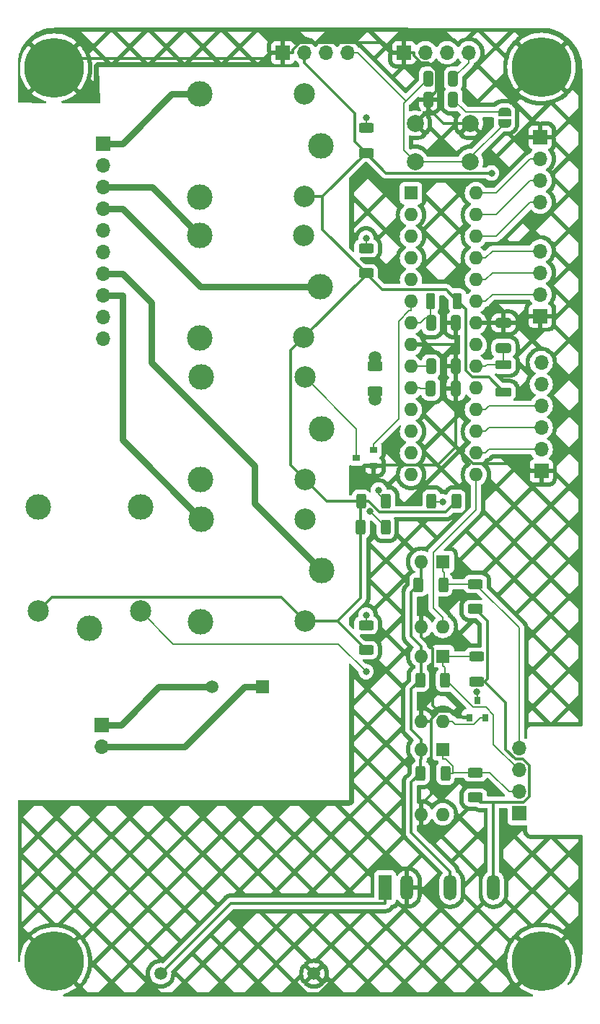
<source format=gbl>
%TF.GenerationSoftware,KiCad,Pcbnew,(6.0.0)*%
%TF.CreationDate,2022-01-21T00:33:54+01:00*%
%TF.ProjectId,LuciCameraLettoRoma,4c756369-4361-46d6-9572-614c6574746f,rev?*%
%TF.SameCoordinates,Original*%
%TF.FileFunction,Copper,L2,Bot*%
%TF.FilePolarity,Positive*%
%FSLAX46Y46*%
G04 Gerber Fmt 4.6, Leading zero omitted, Abs format (unit mm)*
G04 Created by KiCad (PCBNEW (6.0.0)) date 2022-01-21 00:33:54*
%MOMM*%
%LPD*%
G01*
G04 APERTURE LIST*
G04 Aperture macros list*
%AMRoundRect*
0 Rectangle with rounded corners*
0 $1 Rounding radius*
0 $2 $3 $4 $5 $6 $7 $8 $9 X,Y pos of 4 corners*
0 Add a 4 corners polygon primitive as box body*
4,1,4,$2,$3,$4,$5,$6,$7,$8,$9,$2,$3,0*
0 Add four circle primitives for the rounded corners*
1,1,$1+$1,$2,$3*
1,1,$1+$1,$4,$5*
1,1,$1+$1,$6,$7*
1,1,$1+$1,$8,$9*
0 Add four rect primitives between the rounded corners*
20,1,$1+$1,$2,$3,$4,$5,0*
20,1,$1+$1,$4,$5,$6,$7,0*
20,1,$1+$1,$6,$7,$8,$9,0*
20,1,$1+$1,$8,$9,$2,$3,0*%
%AMFreePoly0*
4,1,22,0.500000,-0.750000,0.000000,-0.750000,0.000000,-0.745033,-0.079941,-0.743568,-0.215256,-0.701293,-0.333266,-0.622738,-0.424486,-0.514219,-0.481581,-0.384460,-0.499164,-0.250000,-0.500000,-0.250000,-0.500000,0.250000,-0.499164,0.250000,-0.499963,0.256109,-0.478152,0.396186,-0.417904,0.524511,-0.324060,0.630769,-0.204165,0.706417,-0.067858,0.745374,0.000000,0.744959,0.000000,0.750000,
0.500000,0.750000,0.500000,-0.750000,0.500000,-0.750000,$1*%
%AMFreePoly1*
4,1,20,0.000000,0.744959,0.073905,0.744508,0.209726,0.703889,0.328688,0.626782,0.421226,0.519385,0.479903,0.390333,0.500000,0.250000,0.500000,-0.250000,0.499851,-0.262216,0.476331,-0.402017,0.414519,-0.529596,0.319384,-0.634700,0.198574,-0.708877,0.061801,-0.746166,0.000000,-0.745033,0.000000,-0.750000,-0.500000,-0.750000,-0.500000,0.750000,0.000000,0.750000,0.000000,0.744959,
0.000000,0.744959,$1*%
G04 Aperture macros list end*
%TA.AperFunction,ComponentPad*%
%ADD10C,2.000000*%
%TD*%
%TA.AperFunction,ComponentPad*%
%ADD11R,1.600000X1.600000*%
%TD*%
%TA.AperFunction,ComponentPad*%
%ADD12O,1.600000X1.600000*%
%TD*%
%TA.AperFunction,ComponentPad*%
%ADD13C,1.500000*%
%TD*%
%TA.AperFunction,ComponentPad*%
%ADD14C,3.000000*%
%TD*%
%TA.AperFunction,ComponentPad*%
%ADD15C,2.500000*%
%TD*%
%TA.AperFunction,ComponentPad*%
%ADD16O,1.500000X3.000000*%
%TD*%
%TA.AperFunction,ComponentPad*%
%ADD17R,1.500000X3.000000*%
%TD*%
%TA.AperFunction,ComponentPad*%
%ADD18R,1.700000X1.700000*%
%TD*%
%TA.AperFunction,ComponentPad*%
%ADD19O,1.700000X1.700000*%
%TD*%
%TA.AperFunction,ComponentPad*%
%ADD20R,1.500000X1.500000*%
%TD*%
%TA.AperFunction,ComponentPad*%
%ADD21C,7.000000*%
%TD*%
%TA.AperFunction,ComponentPad*%
%ADD22C,0.800000*%
%TD*%
%TA.AperFunction,SMDPad,CuDef*%
%ADD23RoundRect,0.249999X0.325001X0.650001X-0.325001X0.650001X-0.325001X-0.650001X0.325001X-0.650001X0*%
%TD*%
%TA.AperFunction,SMDPad,CuDef*%
%ADD24RoundRect,0.249999X-0.325001X-0.650001X0.325001X-0.650001X0.325001X0.650001X-0.325001X0.650001X0*%
%TD*%
%TA.AperFunction,SMDPad,CuDef*%
%ADD25RoundRect,0.249999X-0.650001X0.325001X-0.650001X-0.325001X0.650001X-0.325001X0.650001X0.325001X0*%
%TD*%
%TA.AperFunction,SMDPad,CuDef*%
%ADD26RoundRect,0.249999X-0.275001X-0.700001X0.275001X-0.700001X0.275001X0.700001X-0.275001X0.700001X0*%
%TD*%
%TA.AperFunction,SMDPad,CuDef*%
%ADD27RoundRect,0.249999X-0.700001X0.275001X-0.700001X-0.275001X0.700001X-0.275001X0.700001X0.275001X0*%
%TD*%
%TA.AperFunction,SMDPad,CuDef*%
%ADD28RoundRect,0.249999X0.312501X0.625001X-0.312501X0.625001X-0.312501X-0.625001X0.312501X-0.625001X0*%
%TD*%
%TA.AperFunction,SMDPad,CuDef*%
%ADD29RoundRect,0.249999X0.625001X-0.312501X0.625001X0.312501X-0.625001X0.312501X-0.625001X-0.312501X0*%
%TD*%
%TA.AperFunction,SMDPad,CuDef*%
%ADD30R,0.900000X0.800000*%
%TD*%
%TA.AperFunction,SMDPad,CuDef*%
%ADD31FreePoly0,270.000000*%
%TD*%
%TA.AperFunction,SMDPad,CuDef*%
%ADD32FreePoly1,270.000000*%
%TD*%
%TA.AperFunction,SMDPad,CuDef*%
%ADD33RoundRect,0.249999X-0.312501X-0.625001X0.312501X-0.625001X0.312501X0.625001X-0.312501X0.625001X0*%
%TD*%
%TA.AperFunction,SMDPad,CuDef*%
%ADD34R,0.800000X0.900000*%
%TD*%
%TA.AperFunction,ViaPad*%
%ADD35C,0.800000*%
%TD*%
%TA.AperFunction,Conductor*%
%ADD36C,0.200000*%
%TD*%
%TA.AperFunction,Conductor*%
%ADD37C,0.300000*%
%TD*%
%TA.AperFunction,Conductor*%
%ADD38C,0.800000*%
%TD*%
G04 APERTURE END LIST*
D10*
X143828000Y-69278500D03*
X137328000Y-69278500D03*
X143828000Y-64778500D03*
X137328000Y-64778500D03*
D11*
X136848000Y-72980500D03*
D12*
X136848000Y-75520500D03*
X136848000Y-78060500D03*
X136848000Y-80600500D03*
X136848000Y-83140500D03*
X136848000Y-85680500D03*
X136848000Y-88220500D03*
X136848000Y-90760500D03*
X136848000Y-93300500D03*
X136848000Y-95840500D03*
X136848000Y-98380500D03*
X136848000Y-100920500D03*
X136848000Y-103460500D03*
X136848000Y-106000500D03*
X144468000Y-106000500D03*
X144468000Y-103460500D03*
X144468000Y-100920500D03*
X144468000Y-98380500D03*
X144468000Y-95840500D03*
X144468000Y-93300500D03*
X144468000Y-90760500D03*
X144468000Y-88220500D03*
X144468000Y-85680500D03*
X144468000Y-83140500D03*
X144468000Y-80600500D03*
X144468000Y-78060500D03*
X144468000Y-75520500D03*
X144468000Y-72980500D03*
D13*
X132652000Y-92265500D03*
X132652000Y-97145500D03*
D14*
X126238000Y-67430000D03*
D15*
X124288000Y-61380000D03*
D14*
X112088000Y-61380000D03*
X112038000Y-73430000D03*
D15*
X124288000Y-73380000D03*
D14*
X126229000Y-83947000D03*
D15*
X124279000Y-77897000D03*
D14*
X112079000Y-77897000D03*
X112029000Y-89947000D03*
D15*
X124279000Y-89897000D03*
D14*
X126340000Y-100584000D03*
D15*
X124390000Y-94534000D03*
D14*
X112190000Y-94534000D03*
X112140000Y-106584000D03*
D15*
X124390000Y-106534000D03*
D14*
X126356000Y-117221000D03*
D15*
X124406000Y-111171000D03*
D14*
X112206000Y-111171000D03*
X112156000Y-123221000D03*
D15*
X124406000Y-123171000D03*
D14*
X99060000Y-123952000D03*
D15*
X105110000Y-122002000D03*
D14*
X105110000Y-109802000D03*
X93060000Y-109752000D03*
D15*
X93110000Y-122002000D03*
D16*
X136371500Y-154392000D03*
D17*
X133831500Y-154392000D03*
D16*
X141451500Y-154392000D03*
X146531500Y-154392000D03*
D11*
X140589000Y-138176000D03*
D12*
X138049000Y-138176000D03*
X138049000Y-145796000D03*
X140589000Y-145796000D03*
D11*
X140589000Y-116205000D03*
D12*
X138049000Y-116205000D03*
X138049000Y-123825000D03*
X140589000Y-123825000D03*
D11*
X140589000Y-127254000D03*
D12*
X138049000Y-127254000D03*
X138049000Y-134874000D03*
X140589000Y-134874000D03*
D18*
X149524000Y-145709000D03*
D19*
X149524000Y-143169000D03*
X149524000Y-140629000D03*
X149524000Y-138089000D03*
D20*
X119459000Y-130882500D03*
D13*
X113459000Y-130882500D03*
X125459000Y-164482500D03*
X107459000Y-164482500D03*
D18*
X152019000Y-87376000D03*
D19*
X152019000Y-84836000D03*
X152019000Y-82296000D03*
X152019000Y-79756000D03*
D18*
X152019000Y-66421000D03*
D19*
X152019000Y-68961000D03*
X152019000Y-71501000D03*
X152019000Y-74041000D03*
D18*
X121793000Y-56515000D03*
D19*
X124333000Y-56515000D03*
X126873000Y-56515000D03*
X129413000Y-56515000D03*
D18*
X152146000Y-105537000D03*
D19*
X152146000Y-102997000D03*
X152146000Y-100457000D03*
X152146000Y-97917000D03*
X152146000Y-95377000D03*
X152146000Y-92837000D03*
D18*
X136017000Y-56515000D03*
D19*
X138557000Y-56515000D03*
X141097000Y-56515000D03*
X143637000Y-56515000D03*
D21*
X94945200Y-58267600D03*
D22*
X96801355Y-60123755D03*
X93089045Y-60123755D03*
X96801355Y-56411445D03*
X92320200Y-58267600D03*
X94945200Y-60892600D03*
X93089045Y-56411445D03*
X97570200Y-58267600D03*
X94945200Y-55642600D03*
X152171400Y-60816400D03*
X149546400Y-58191400D03*
X154796400Y-58191400D03*
X150315245Y-56335245D03*
X152171400Y-55566400D03*
X154027555Y-60047555D03*
X150315245Y-60047555D03*
X154027555Y-56335245D03*
D21*
X152171400Y-58191400D03*
X152167000Y-163019000D03*
D22*
X154792000Y-163019000D03*
X150310845Y-164875155D03*
X154023155Y-161162845D03*
X154023155Y-164875155D03*
X152167000Y-160394000D03*
X149542000Y-163019000D03*
X150310845Y-161162845D03*
X152167000Y-165644000D03*
X96801355Y-161186445D03*
X93089045Y-164898755D03*
X93089045Y-161186445D03*
X92320200Y-163042600D03*
D21*
X94945200Y-163042600D03*
D22*
X96801355Y-164898755D03*
X97570200Y-163042600D03*
X94945200Y-160417600D03*
X94945200Y-165667600D03*
D18*
X100539000Y-135352000D03*
D19*
X100539000Y-137892000D03*
D18*
X100711000Y-67183000D03*
D19*
X100711000Y-69723000D03*
X100711000Y-72263000D03*
X100711000Y-74803000D03*
X100711000Y-77343000D03*
X100711000Y-79883000D03*
X100711000Y-82423000D03*
X100711000Y-84963000D03*
X100711000Y-87503000D03*
X100711000Y-90043000D03*
D23*
X142142000Y-88201500D03*
X139192000Y-88201500D03*
X142142000Y-93281500D03*
X139192000Y-93281500D03*
X142127000Y-95885000D03*
X139177000Y-95885000D03*
D24*
X138860000Y-61976000D03*
X141810000Y-61976000D03*
D25*
X147701000Y-88187000D03*
X147701000Y-91137000D03*
D26*
X139141000Y-85598000D03*
X142291000Y-85598000D03*
D27*
X147701000Y-93116000D03*
X147701000Y-96266000D03*
D24*
X138860000Y-59563000D03*
X141810000Y-59563000D03*
D28*
X142178500Y-109093000D03*
X139253500Y-109093000D03*
D29*
X132652000Y-96204500D03*
X132652000Y-93279500D03*
D30*
X132445000Y-103063000D03*
X132445000Y-104963000D03*
X130445000Y-104013000D03*
D31*
X147828000Y-63470000D03*
D32*
X147828000Y-64770000D03*
D33*
X137729500Y-118872000D03*
X140654500Y-118872000D03*
D29*
X144399000Y-121731500D03*
X144399000Y-118806500D03*
X144526000Y-130240500D03*
X144526000Y-127315500D03*
D33*
X137917500Y-130048000D03*
X140842500Y-130048000D03*
D29*
X144399000Y-143829500D03*
X144399000Y-140904500D03*
D33*
X137983500Y-140970000D03*
X140908500Y-140970000D03*
D34*
X145603000Y-134461000D03*
X143703000Y-134461000D03*
X144653000Y-132461000D03*
D29*
X131572000Y-68264500D03*
X131572000Y-65339500D03*
X131572000Y-82361500D03*
X131572000Y-79436500D03*
D33*
X130998500Y-109093000D03*
X133923500Y-109093000D03*
X130937500Y-112141000D03*
X133862500Y-112141000D03*
D29*
X131572000Y-126557500D03*
X131572000Y-123632500D03*
D35*
X146303900Y-70628900D03*
X140559000Y-109171500D03*
X144553000Y-131407500D03*
X131572000Y-64166700D03*
X131572000Y-78269200D03*
X133045400Y-107787600D03*
X132001000Y-110279500D03*
X131572000Y-122454700D03*
X131572000Y-129079000D03*
D36*
X147701000Y-93116000D02*
X145752800Y-93116000D01*
X145752800Y-93116000D02*
X145568300Y-93300500D01*
X147701000Y-93116000D02*
X147701000Y-91137000D01*
X144468000Y-93300500D02*
X145568300Y-93300500D01*
D37*
X136017000Y-56515000D02*
X134816700Y-56515000D01*
X140117500Y-133717400D02*
X142209100Y-133717400D01*
X150945700Y-105537000D02*
X150139200Y-104730500D01*
X143828000Y-64778500D02*
X140659200Y-64778500D01*
X152019000Y-87376000D02*
X150818700Y-87376000D01*
X150007700Y-88187000D02*
X150818700Y-87376000D01*
X138042400Y-57715300D02*
X138907500Y-57715300D01*
X122993300Y-56139800D02*
X122993300Y-56515000D01*
X132445000Y-104963000D02*
X133245300Y-104963000D01*
X142127000Y-102748800D02*
X142127000Y-95885000D01*
X142142000Y-90760500D02*
X137998300Y-90760500D01*
X136848000Y-90760500D02*
X137998300Y-90760500D01*
X142142000Y-95870000D02*
X142142000Y-93281500D01*
X97980700Y-57213300D02*
X119894400Y-57213300D01*
X139438600Y-126364900D02*
X138049000Y-124975300D01*
X138049000Y-134874000D02*
X139199300Y-134874000D01*
X140117500Y-133717400D02*
X139199300Y-134635600D01*
X133358200Y-104850100D02*
X140025700Y-104850100D01*
X138907500Y-57715300D02*
X139811400Y-58619200D01*
X142142000Y-90760500D02*
X142142000Y-88201500D01*
X140117500Y-133717400D02*
X139438600Y-133038500D01*
X150139200Y-104730500D02*
X144108700Y-104730500D01*
X138993600Y-63112900D02*
X137328000Y-64778500D01*
X144108700Y-104730500D02*
X142127000Y-102748800D01*
X96901000Y-58293000D02*
X97980700Y-57213300D01*
X138049000Y-145796000D02*
X138049000Y-144645700D01*
X142142000Y-93281500D02*
X142142000Y-90760500D01*
X144468000Y-88220500D02*
X147667500Y-88220500D01*
X138993600Y-62109600D02*
X138860000Y-61976000D01*
X137217300Y-56515000D02*
X137217300Y-56890200D01*
X138993600Y-63112900D02*
X138993600Y-62109600D01*
X138049000Y-123825000D02*
X138049000Y-124975300D01*
X142127000Y-95885000D02*
X142142000Y-95870000D01*
X139199300Y-134635600D02*
X139199300Y-134874000D01*
X139811400Y-61024600D02*
X138860000Y-61976000D01*
X139199300Y-143495400D02*
X138049000Y-144645700D01*
X121793000Y-56515000D02*
X122993300Y-56515000D01*
X133616400Y-55314700D02*
X123818400Y-55314700D01*
X140025700Y-104850100D02*
X142127000Y-102748800D01*
X133245300Y-104963000D02*
X133358200Y-104850100D01*
X143703000Y-134461000D02*
X142952700Y-134461000D01*
X139811400Y-58619200D02*
X139811400Y-61024600D01*
X142209100Y-133717400D02*
X142952700Y-134461000D01*
X134816700Y-56515000D02*
X133616400Y-55314700D01*
X139438600Y-133038500D02*
X139438600Y-126364900D01*
X121793000Y-56515000D02*
X120592700Y-56515000D01*
X140659200Y-64778500D02*
X138993600Y-63112900D01*
X147701000Y-88187000D02*
X150007700Y-88187000D01*
X136617200Y-56515000D02*
X136017000Y-56515000D01*
X152146000Y-105537000D02*
X150945700Y-105537000D01*
X147667500Y-88220500D02*
X147701000Y-88187000D01*
X139199300Y-134874000D02*
X139199300Y-143495400D01*
X137217300Y-56890200D02*
X138042400Y-57715300D01*
X119894400Y-57213300D02*
X120592700Y-56515000D01*
X136617200Y-56515000D02*
X137217300Y-56515000D01*
X123818400Y-55314700D02*
X122993300Y-56139800D01*
D36*
X137967300Y-93281500D02*
X137948300Y-93300500D01*
X136848000Y-93300500D02*
X137948300Y-93300500D01*
X132652000Y-93279500D02*
X132652000Y-92265500D01*
X139192000Y-93281500D02*
X137967300Y-93281500D01*
X136848000Y-95840500D02*
X137948300Y-95840500D01*
X132652000Y-96204500D02*
X132652000Y-97145500D01*
X139177000Y-95885000D02*
X137992800Y-95885000D01*
X137992800Y-95885000D02*
X137948300Y-95840500D01*
X139141000Y-85598000D02*
X139141000Y-87591200D01*
X139192000Y-87642200D02*
X139141000Y-87591200D01*
X138577600Y-87591200D02*
X137948300Y-88220500D01*
X136848000Y-88220500D02*
X137948300Y-88220500D01*
X139192000Y-88201500D02*
X139192000Y-87642200D01*
X139141000Y-87591200D02*
X138577600Y-87591200D01*
X147828000Y-63470000D02*
X143304000Y-63470000D01*
X143304000Y-63470000D02*
X141810000Y-61976000D01*
D37*
X143305000Y-86612000D02*
X143305000Y-93789100D01*
X124333000Y-57715300D02*
X130237300Y-63619600D01*
X126949000Y-109093000D02*
X124390000Y-106534000D01*
X131693300Y-82482700D02*
X131572000Y-82361500D01*
X133831500Y-156242300D02*
X115699200Y-156242300D01*
X133501500Y-84291000D02*
X140984000Y-84291000D01*
X130998500Y-109093000D02*
X130937500Y-109154000D01*
X130237300Y-63619600D02*
X130237300Y-66929800D01*
X130998500Y-109093000D02*
X126949000Y-109093000D01*
X144086400Y-94570500D02*
X146005500Y-94570500D01*
X140984000Y-84291000D02*
X142291000Y-85598000D01*
X122746500Y-91429500D02*
X124279000Y-89897000D01*
X124333000Y-56515000D02*
X124333000Y-57715300D01*
X130937500Y-112141000D02*
X130937500Y-120419000D01*
X142291000Y-85598000D02*
X143305000Y-86612000D01*
X130237300Y-66929800D02*
X131572000Y-68264500D01*
X131693300Y-82482700D02*
X133501500Y-84291000D01*
X124390000Y-106534000D02*
X122746500Y-104890500D01*
X121629200Y-120394200D02*
X94717800Y-120394200D01*
X128185500Y-123171000D02*
X124406000Y-123171000D01*
X133110100Y-110322100D02*
X140949400Y-110322100D01*
X140949400Y-110322100D02*
X142178500Y-109093000D01*
X131881000Y-109093000D02*
X133110100Y-110322100D01*
X115699200Y-156242300D02*
X107459000Y-164482500D01*
X133936400Y-70628900D02*
X146303900Y-70628900D01*
X131572000Y-82361500D02*
X126456500Y-77246000D01*
X131572000Y-126557500D02*
X128185500Y-123171000D01*
X143305000Y-93789100D02*
X144086400Y-94570500D01*
X133831500Y-154392000D02*
X133831500Y-156242300D01*
X131572000Y-68264500D02*
X126456500Y-73380000D01*
X126456500Y-73380000D02*
X124288000Y-73380000D01*
X130937500Y-120419000D02*
X128185500Y-123171000D01*
X122746500Y-104890500D02*
X122746500Y-91429500D01*
X126456500Y-77246000D02*
X126456500Y-73380000D01*
X94717800Y-120394200D02*
X93110000Y-122002000D01*
X131572000Y-68264500D02*
X133936400Y-70628900D01*
X130998500Y-109093000D02*
X131881000Y-109093000D01*
X130937500Y-109154000D02*
X130937500Y-112141000D01*
X124406000Y-123171000D02*
X121629200Y-120394200D01*
X146005500Y-94570500D02*
X147701000Y-96266000D01*
X124279000Y-89897000D02*
X131693300Y-82482700D01*
D36*
X152019000Y-68961000D02*
X150868700Y-68961000D01*
X146849200Y-72980500D02*
X144468000Y-72980500D01*
X150868700Y-68961000D02*
X146849200Y-72980500D01*
X136235700Y-62187300D02*
X138860000Y-59563000D01*
X143828000Y-68770000D02*
X143828000Y-69278500D01*
X147828000Y-64770000D02*
X143828000Y-68770000D01*
X129413000Y-56515000D02*
X130563300Y-56515000D01*
X143828000Y-69278500D02*
X137328000Y-69278500D01*
X135971400Y-62451600D02*
X136235700Y-62187300D01*
X136235700Y-62187300D02*
X130563300Y-56515000D01*
X135971400Y-67921900D02*
X135971400Y-62451600D01*
X137328000Y-69278500D02*
X135971400Y-67921900D01*
X152019000Y-71501000D02*
X150868700Y-71501000D01*
X150868700Y-71501000D02*
X146849200Y-75520500D01*
X146849200Y-75520500D02*
X144468000Y-75520500D01*
X146849200Y-78060500D02*
X144468000Y-78060500D01*
X152019000Y-74041000D02*
X150868700Y-74041000D01*
X150868700Y-74041000D02*
X146849200Y-78060500D01*
X152019000Y-79756000D02*
X146412800Y-79756000D01*
X146412800Y-79756000D02*
X145568300Y-80600500D01*
X144468000Y-80600500D02*
X145568300Y-80600500D01*
X146412800Y-82296000D02*
X145568300Y-83140500D01*
X144468000Y-83140500D02*
X145568300Y-83140500D01*
X152019000Y-82296000D02*
X146412800Y-82296000D01*
X152019000Y-84836000D02*
X146412800Y-84836000D01*
X146412800Y-84836000D02*
X145568300Y-85680500D01*
X144468000Y-85680500D02*
X145568300Y-85680500D01*
X146031800Y-102997000D02*
X145568300Y-103460500D01*
X152146000Y-102997000D02*
X146031800Y-102997000D01*
X144468000Y-103460500D02*
X145568300Y-103460500D01*
X143637000Y-56515000D02*
X143637000Y-57665300D01*
X141810000Y-59563000D02*
X141810000Y-59492300D01*
X141810000Y-59492300D02*
X143637000Y-57665300D01*
X144468000Y-98380500D02*
X145568300Y-98380500D01*
X146031800Y-97917000D02*
X145568300Y-98380500D01*
X152146000Y-97917000D02*
X146031800Y-97917000D01*
X146031800Y-100457000D02*
X145568300Y-100920500D01*
X152146000Y-100457000D02*
X146031800Y-100457000D01*
X144468000Y-100920500D02*
X145568300Y-100920500D01*
X140589000Y-138176000D02*
X140589000Y-139276300D01*
X140927300Y-139276300D02*
X140589000Y-139276300D01*
X146109200Y-140904500D02*
X148373700Y-143169000D01*
X141739600Y-140970000D02*
X141805100Y-140904500D01*
X140908500Y-140970000D02*
X141739600Y-140970000D01*
X141805100Y-140904500D02*
X141805100Y-140154100D01*
X144399000Y-140904500D02*
X146109200Y-140904500D01*
X141805100Y-140154100D02*
X140927300Y-139276300D01*
X141805100Y-140904500D02*
X144399000Y-140904500D01*
X149524000Y-143169000D02*
X148373700Y-143169000D01*
D38*
X119459000Y-130882500D02*
X117308700Y-130882500D01*
X100539000Y-137892000D02*
X110299200Y-137892000D01*
X110299200Y-137892000D02*
X117308700Y-130882500D01*
D37*
X145804800Y-129914700D02*
X145479000Y-130240500D01*
X149999100Y-139359000D02*
X150748100Y-140108000D01*
X147930000Y-138194200D02*
X149094800Y-139359000D01*
X144966900Y-144397400D02*
X144399000Y-143829500D01*
X146531500Y-154392000D02*
X146531500Y-152541700D01*
X146531500Y-144397400D02*
X146531500Y-152541700D01*
X145804800Y-123137300D02*
X145804800Y-129914700D01*
X145479000Y-130240500D02*
X144526000Y-130240500D01*
X150748100Y-143698100D02*
X150048800Y-144397400D01*
X145479000Y-130240500D02*
X147930000Y-132691500D01*
X150748100Y-140108000D02*
X150748100Y-143698100D01*
X149094800Y-139359000D02*
X149999100Y-139359000D01*
X147930000Y-132691500D02*
X147930000Y-138194200D01*
X144399000Y-121731500D02*
X145804800Y-123137300D01*
X150048800Y-144397400D02*
X146531500Y-144397400D01*
X146531500Y-144397400D02*
X144966900Y-144397400D01*
X138049000Y-138176000D02*
X138049000Y-139326300D01*
X138049000Y-118552500D02*
X137729500Y-118872000D01*
X138049000Y-138176000D02*
X138049000Y-137025700D01*
X136844300Y-131121200D02*
X136844300Y-135821000D01*
X136874900Y-119726600D02*
X137729500Y-118872000D01*
X141451500Y-154392000D02*
X141451500Y-152541700D01*
X136844300Y-135821000D02*
X138049000Y-137025700D01*
X138049000Y-126103700D02*
X136874900Y-124929600D01*
X136891900Y-142061600D02*
X136891900Y-147982100D01*
X136874900Y-124929600D02*
X136874900Y-119726600D01*
X137917500Y-130048000D02*
X136844300Y-131121200D01*
X137983500Y-139391800D02*
X138049000Y-139326300D01*
X138049000Y-127254000D02*
X138049000Y-129916500D01*
X136891900Y-147982100D02*
X141451500Y-152541700D01*
X138049000Y-116205000D02*
X138049000Y-118552500D01*
X138049000Y-127254000D02*
X138049000Y-126103700D01*
X137983500Y-140970000D02*
X136891900Y-142061600D01*
X138049000Y-129916500D02*
X137917500Y-130048000D01*
X137983500Y-140970000D02*
X137983500Y-139391800D01*
D36*
X139332000Y-109171500D02*
X140559000Y-109171500D01*
X139253500Y-109093000D02*
X139332000Y-109171500D01*
X144553000Y-131610700D02*
X144553000Y-131407500D01*
X144653000Y-132461000D02*
X144653000Y-131710700D01*
X144653000Y-131710700D02*
X144553000Y-131610700D01*
X131572000Y-65339500D02*
X131572000Y-64166700D01*
X131572000Y-79436500D02*
X131572000Y-78269200D01*
X133923500Y-109093000D02*
X133045400Y-108214900D01*
X133045400Y-108214900D02*
X133045400Y-107787600D01*
X130445000Y-100589000D02*
X124390000Y-94534000D01*
X130445000Y-104013000D02*
X130445000Y-100589000D01*
X133862500Y-112141000D02*
X132001000Y-110279500D01*
X131572000Y-123632500D02*
X131572000Y-122454700D01*
X105110000Y-122002000D02*
X108958100Y-125850100D01*
X128343100Y-125850100D02*
X131572000Y-129079000D01*
X108958100Y-125850100D02*
X128343100Y-125850100D01*
X140589000Y-134874000D02*
X141689300Y-134874000D01*
X144233200Y-135218000D02*
X142033300Y-135218000D01*
X142033300Y-135218000D02*
X141689300Y-134874000D01*
X145603000Y-134461000D02*
X144902700Y-134461000D01*
X144902700Y-134461000D02*
X144902700Y-134548500D01*
X144902700Y-134548500D02*
X144233200Y-135218000D01*
X140589000Y-123825000D02*
X140589000Y-122724700D01*
X139459600Y-115087300D02*
X144468000Y-110078900D01*
X144468000Y-110078900D02*
X144468000Y-106000500D01*
X139459600Y-121595300D02*
X139459600Y-115087300D01*
X140589000Y-122724700D02*
X139459600Y-121595300D01*
X136620000Y-86780800D02*
X136848000Y-86780800D01*
X135408400Y-87992400D02*
X136620000Y-86780800D01*
X136848000Y-85680500D02*
X136848000Y-86780800D01*
X132445000Y-102362700D02*
X135408400Y-99399300D01*
X135408400Y-99399300D02*
X135408400Y-87992400D01*
X132445000Y-103063000D02*
X132445000Y-102362700D01*
X140589000Y-127254000D02*
X141689300Y-127254000D01*
X140842500Y-128607800D02*
X140589000Y-128354300D01*
X140589000Y-127254000D02*
X140589000Y-128354300D01*
X140842500Y-129327900D02*
X140842500Y-129946900D01*
X140842500Y-129327900D02*
X140842500Y-128607800D01*
X144107000Y-133211400D02*
X145628600Y-133211400D01*
X145628600Y-133211400D02*
X146531200Y-134114000D01*
X146531200Y-134114000D02*
X146531200Y-137636200D01*
X140842500Y-129946900D02*
X144107000Y-133211400D01*
X146531200Y-137636200D02*
X149524000Y-140629000D01*
X141750800Y-127315500D02*
X141689300Y-127254000D01*
X144526000Y-127315500D02*
X141750800Y-127315500D01*
X140842500Y-130048000D02*
X140842500Y-129327900D01*
X149524000Y-123931500D02*
X149524000Y-138089000D01*
X140720000Y-118806500D02*
X144399000Y-118806500D01*
X140720000Y-118806500D02*
X140654500Y-118872000D01*
X144399000Y-118806500D02*
X149524000Y-123931500D01*
X140589000Y-116205000D02*
X140589000Y-117305300D01*
X140720000Y-117436300D02*
X140589000Y-117305300D01*
X140720000Y-118806500D02*
X140720000Y-117436300D01*
D38*
X102961300Y-67183000D02*
X108764300Y-61380000D01*
X108764300Y-61380000D02*
X112088000Y-61380000D01*
X100711000Y-67183000D02*
X102961300Y-67183000D01*
X100711000Y-72263000D02*
X106445000Y-72263000D01*
X106445000Y-72263000D02*
X112079000Y-77897000D01*
X100711000Y-74803000D02*
X102961300Y-74803000D01*
X102961300Y-74803000D02*
X112105300Y-83947000D01*
X112105300Y-83947000D02*
X126229000Y-83947000D01*
X102789300Y-135352000D02*
X107258800Y-130882500D01*
X107258800Y-130882500D02*
X113459000Y-130882500D01*
X100539000Y-135352000D02*
X102789300Y-135352000D01*
X118482900Y-109347900D02*
X126356000Y-117221000D01*
X106389100Y-92870500D02*
X118482900Y-104964300D01*
X106389100Y-85837500D02*
X106389100Y-92870500D01*
X118482900Y-104964300D02*
X118482900Y-109347900D01*
X100711000Y-82423000D02*
X102974600Y-82423000D01*
X102974600Y-82423000D02*
X106389100Y-85837500D01*
X102961300Y-101926300D02*
X112206000Y-111171000D01*
X100711000Y-84963000D02*
X102961300Y-84963000D01*
X102961300Y-84963000D02*
X102961300Y-101926300D01*
%TA.AperFunction,Conductor*%
G36*
X140727171Y-84969502D02*
G01*
X140748145Y-84986405D01*
X141220595Y-85458855D01*
X141254621Y-85521167D01*
X141257500Y-85547950D01*
X141257501Y-85947441D01*
X141257501Y-86348400D01*
X141268474Y-86454167D01*
X141270658Y-86460713D01*
X141321730Y-86613792D01*
X141324450Y-86621946D01*
X141411597Y-86762776D01*
X141430433Y-86831224D01*
X141409272Y-86898994D01*
X141370754Y-86936219D01*
X141349190Y-86949563D01*
X141337791Y-86958599D01*
X141223262Y-87073328D01*
X141214250Y-87084739D01*
X141129184Y-87222742D01*
X141123037Y-87235923D01*
X141071862Y-87390209D01*
X141068995Y-87403585D01*
X141059328Y-87497937D01*
X141059000Y-87504354D01*
X141059000Y-87929385D01*
X141063475Y-87944624D01*
X141064865Y-87945829D01*
X141072548Y-87947500D01*
X142520500Y-87947500D01*
X142588621Y-87967502D01*
X142635114Y-88021158D01*
X142646500Y-88073500D01*
X142646500Y-88329500D01*
X142626498Y-88397621D01*
X142572842Y-88444114D01*
X142520500Y-88455500D01*
X142414115Y-88455500D01*
X142398876Y-88459975D01*
X142397671Y-88461365D01*
X142396000Y-88469048D01*
X142396000Y-89591385D01*
X142400475Y-89606624D01*
X142401865Y-89607829D01*
X142409548Y-89609500D01*
X142517364Y-89609500D01*
X142517364Y-89610308D01*
X142583062Y-89625967D01*
X142632261Y-89677153D01*
X142646500Y-89735338D01*
X142646500Y-91747660D01*
X142626498Y-91815781D01*
X142572842Y-91862274D01*
X142517364Y-91872869D01*
X142517364Y-91873500D01*
X142414115Y-91873500D01*
X142398876Y-91877975D01*
X142397671Y-91879365D01*
X142396000Y-91887048D01*
X142396000Y-94672987D01*
X142387067Y-94703410D01*
X142389507Y-94703941D01*
X142381000Y-94743048D01*
X142381000Y-97274885D01*
X142385475Y-97290124D01*
X142386865Y-97291329D01*
X142394548Y-97293000D01*
X142499098Y-97293000D01*
X142505613Y-97292663D01*
X142601205Y-97282744D01*
X142614604Y-97279850D01*
X142768785Y-97228412D01*
X142781964Y-97222238D01*
X142919810Y-97136937D01*
X142931209Y-97127901D01*
X143045738Y-97013172D01*
X143054750Y-97001761D01*
X143139816Y-96863758D01*
X143145963Y-96850577D01*
X143197140Y-96696284D01*
X143200464Y-96680780D01*
X143234301Y-96618366D01*
X143296511Y-96584154D01*
X143367342Y-96589006D01*
X143426877Y-96634922D01*
X143457314Y-96678390D01*
X143461802Y-96684800D01*
X143623700Y-96846698D01*
X143628208Y-96849855D01*
X143628211Y-96849857D01*
X143649786Y-96864964D01*
X143811251Y-96978023D01*
X143816233Y-96980346D01*
X143816238Y-96980349D01*
X143850457Y-96996305D01*
X143903742Y-97043222D01*
X143923203Y-97111499D01*
X143902661Y-97179459D01*
X143850457Y-97224695D01*
X143816238Y-97240651D01*
X143816233Y-97240654D01*
X143811251Y-97242977D01*
X143723633Y-97304328D01*
X143628211Y-97371143D01*
X143628208Y-97371145D01*
X143623700Y-97374302D01*
X143461802Y-97536200D01*
X143458645Y-97540708D01*
X143458643Y-97540711D01*
X143403902Y-97618889D01*
X143330477Y-97723751D01*
X143328154Y-97728733D01*
X143328151Y-97728738D01*
X143301313Y-97786293D01*
X143233716Y-97931257D01*
X143232294Y-97936565D01*
X143232293Y-97936567D01*
X143182356Y-98122934D01*
X143174457Y-98152413D01*
X143154502Y-98380500D01*
X143174457Y-98608587D01*
X143175881Y-98613900D01*
X143175881Y-98613902D01*
X143224852Y-98796661D01*
X143233716Y-98829743D01*
X143236039Y-98834724D01*
X143236039Y-98834725D01*
X143328151Y-99032262D01*
X143328154Y-99032267D01*
X143330477Y-99037249D01*
X143333634Y-99041757D01*
X143433343Y-99184156D01*
X143461802Y-99224800D01*
X143623700Y-99386698D01*
X143628208Y-99389855D01*
X143628211Y-99389857D01*
X143692011Y-99434530D01*
X143811251Y-99518023D01*
X143816233Y-99520346D01*
X143816238Y-99520349D01*
X143850457Y-99536305D01*
X143903742Y-99583222D01*
X143923203Y-99651499D01*
X143902661Y-99719459D01*
X143850457Y-99764695D01*
X143816238Y-99780651D01*
X143816233Y-99780654D01*
X143811251Y-99782977D01*
X143723633Y-99844328D01*
X143628211Y-99911143D01*
X143628208Y-99911145D01*
X143623700Y-99914302D01*
X143461802Y-100076200D01*
X143330477Y-100263751D01*
X143328154Y-100268733D01*
X143328151Y-100268738D01*
X143258231Y-100418684D01*
X143233716Y-100471257D01*
X143232294Y-100476565D01*
X143232293Y-100476567D01*
X143187552Y-100643542D01*
X143174457Y-100692413D01*
X143154502Y-100920500D01*
X143174457Y-101148587D01*
X143175881Y-101153900D01*
X143175881Y-101153902D01*
X143194710Y-101224170D01*
X143233716Y-101369743D01*
X143236039Y-101374724D01*
X143236039Y-101374725D01*
X143328151Y-101572262D01*
X143328154Y-101572267D01*
X143330477Y-101577249D01*
X143461802Y-101764800D01*
X143623700Y-101926698D01*
X143628208Y-101929855D01*
X143628211Y-101929857D01*
X143672157Y-101960628D01*
X143811251Y-102058023D01*
X143816233Y-102060346D01*
X143816238Y-102060349D01*
X143850457Y-102076305D01*
X143903742Y-102123222D01*
X143923203Y-102191499D01*
X143902661Y-102259459D01*
X143850457Y-102304695D01*
X143816238Y-102320651D01*
X143816233Y-102320654D01*
X143811251Y-102322977D01*
X143723633Y-102384328D01*
X143628211Y-102451143D01*
X143628208Y-102451145D01*
X143623700Y-102454302D01*
X143461802Y-102616200D01*
X143330477Y-102803751D01*
X143328154Y-102808733D01*
X143328151Y-102808738D01*
X143248755Y-102979005D01*
X143233716Y-103011257D01*
X143232294Y-103016565D01*
X143232293Y-103016567D01*
X143193254Y-103162262D01*
X143174457Y-103232413D01*
X143154502Y-103460500D01*
X143174457Y-103688587D01*
X143175881Y-103693900D01*
X143175881Y-103693902D01*
X143231090Y-103899941D01*
X143233716Y-103909743D01*
X143236039Y-103914724D01*
X143236039Y-103914725D01*
X143328151Y-104112262D01*
X143328154Y-104112267D01*
X143330477Y-104117249D01*
X143386776Y-104197652D01*
X143444944Y-104280724D01*
X143461802Y-104304800D01*
X143623700Y-104466698D01*
X143628208Y-104469855D01*
X143628211Y-104469857D01*
X143697439Y-104518331D01*
X143811251Y-104598023D01*
X143816233Y-104600346D01*
X143816238Y-104600349D01*
X143850457Y-104616305D01*
X143903742Y-104663222D01*
X143923203Y-104731499D01*
X143902661Y-104799459D01*
X143850457Y-104844695D01*
X143816238Y-104860651D01*
X143816233Y-104860654D01*
X143811251Y-104862977D01*
X143749034Y-104906542D01*
X143628211Y-104991143D01*
X143628208Y-104991145D01*
X143623700Y-104994302D01*
X143461802Y-105156200D01*
X143458645Y-105160708D01*
X143458643Y-105160711D01*
X143409743Y-105230548D01*
X143330477Y-105343751D01*
X143328154Y-105348733D01*
X143328151Y-105348738D01*
X143273774Y-105465351D01*
X143233716Y-105551257D01*
X143232294Y-105556565D01*
X143232293Y-105556567D01*
X143193254Y-105702262D01*
X143174457Y-105772413D01*
X143154502Y-106000500D01*
X143174457Y-106228587D01*
X143175881Y-106233900D01*
X143175881Y-106233902D01*
X143231579Y-106441766D01*
X143233716Y-106449743D01*
X143236039Y-106454724D01*
X143236039Y-106454725D01*
X143328151Y-106652262D01*
X143328154Y-106652267D01*
X143330477Y-106657249D01*
X143461802Y-106844800D01*
X143623700Y-107006698D01*
X143628208Y-107009855D01*
X143628211Y-107009857D01*
X143805771Y-107134186D01*
X143850099Y-107189643D01*
X143859500Y-107237399D01*
X143859500Y-109774661D01*
X143839498Y-109842782D01*
X143822595Y-109863756D01*
X139063366Y-114622985D01*
X139050975Y-114633852D01*
X139025613Y-114653313D01*
X139001126Y-114685225D01*
X139001123Y-114685228D01*
X139001117Y-114685236D01*
X138943799Y-114759934D01*
X138928076Y-114780424D01*
X138866762Y-114928449D01*
X138866762Y-114928450D01*
X138865014Y-114941726D01*
X138862634Y-114959804D01*
X138833910Y-115024731D01*
X138774645Y-115063822D01*
X138703653Y-115064666D01*
X138684462Y-115057551D01*
X138662726Y-115047415D01*
X138498243Y-114970716D01*
X138492935Y-114969294D01*
X138492933Y-114969293D01*
X138282402Y-114912881D01*
X138282400Y-114912881D01*
X138277087Y-114911457D01*
X138049000Y-114891502D01*
X137820913Y-114911457D01*
X137815600Y-114912881D01*
X137815598Y-114912881D01*
X137605067Y-114969293D01*
X137605065Y-114969294D01*
X137599757Y-114970716D01*
X137594776Y-114973039D01*
X137594775Y-114973039D01*
X137397238Y-115065151D01*
X137397233Y-115065154D01*
X137392251Y-115067477D01*
X137363941Y-115087300D01*
X137209211Y-115195643D01*
X137209208Y-115195645D01*
X137204700Y-115198802D01*
X137042802Y-115360700D01*
X136911477Y-115548251D01*
X136909154Y-115553233D01*
X136909151Y-115553238D01*
X136818176Y-115748337D01*
X136814716Y-115755757D01*
X136813294Y-115761065D01*
X136813293Y-115761067D01*
X136774254Y-115906762D01*
X136755457Y-115976913D01*
X136735502Y-116205000D01*
X136755457Y-116433087D01*
X136756881Y-116438400D01*
X136756881Y-116438402D01*
X136775710Y-116508670D01*
X136814716Y-116654243D01*
X136817039Y-116659224D01*
X136817039Y-116659225D01*
X136909151Y-116856762D01*
X136909154Y-116856767D01*
X136911477Y-116861749D01*
X137042802Y-117049300D01*
X137204700Y-117211198D01*
X137209208Y-117214355D01*
X137209211Y-117214357D01*
X137297105Y-117275901D01*
X137341433Y-117331358D01*
X137348742Y-117401978D01*
X137316711Y-117465338D01*
X137260125Y-117497352D01*
X137260833Y-117499474D01*
X137099998Y-117553133D01*
X137099996Y-117553134D01*
X137093054Y-117555450D01*
X136942651Y-117648521D01*
X136817694Y-117773697D01*
X136797952Y-117805725D01*
X136734907Y-117908003D01*
X136724885Y-117924261D01*
X136717690Y-117945954D01*
X136694962Y-118014478D01*
X136669203Y-118092138D01*
X136658500Y-118196599D01*
X136658500Y-118199816D01*
X136658501Y-118959549D01*
X136638499Y-119027670D01*
X136621596Y-119048644D01*
X136467295Y-119202945D01*
X136458515Y-119210935D01*
X136458513Y-119210937D01*
X136451820Y-119215184D01*
X136446394Y-119220962D01*
X136446393Y-119220963D01*
X136403296Y-119266857D01*
X136400541Y-119269699D01*
X136379973Y-119290267D01*
X136377256Y-119293770D01*
X136369548Y-119302795D01*
X136337928Y-119336467D01*
X136334107Y-119343418D01*
X136334106Y-119343419D01*
X136327597Y-119355258D01*
X136316743Y-119371782D01*
X136310318Y-119380066D01*
X136303596Y-119388732D01*
X136300449Y-119396004D01*
X136300448Y-119396006D01*
X136285246Y-119431135D01*
X136280024Y-119441795D01*
X136261936Y-119474697D01*
X136257776Y-119482263D01*
X136252441Y-119503041D01*
X136246042Y-119521731D01*
X136237520Y-119541424D01*
X136236280Y-119549255D01*
X136230294Y-119587048D01*
X136227887Y-119598671D01*
X136226346Y-119604675D01*
X136216400Y-119643412D01*
X136216400Y-119664859D01*
X136214849Y-119684569D01*
X136211494Y-119705752D01*
X136215178Y-119744719D01*
X136215841Y-119751738D01*
X136216400Y-119763596D01*
X136216400Y-124847544D01*
X136215841Y-124859400D01*
X136214112Y-124867137D01*
X136214361Y-124875059D01*
X136216338Y-124937969D01*
X136216400Y-124941927D01*
X136216400Y-124971032D01*
X136216956Y-124975432D01*
X136217888Y-124987264D01*
X136219338Y-125033431D01*
X136223881Y-125049066D01*
X136225319Y-125054016D01*
X136229330Y-125073382D01*
X136232018Y-125094664D01*
X136234934Y-125102029D01*
X136234935Y-125102033D01*
X136249026Y-125137621D01*
X136252865Y-125148831D01*
X136265755Y-125193200D01*
X136276675Y-125211665D01*
X136285366Y-125229405D01*
X136293265Y-125249356D01*
X136307394Y-125268803D01*
X136320416Y-125286726D01*
X136326933Y-125296648D01*
X136346407Y-125329577D01*
X136346410Y-125329581D01*
X136350447Y-125336407D01*
X136365611Y-125351571D01*
X136378451Y-125366604D01*
X136391059Y-125383957D01*
X136416589Y-125405077D01*
X136426652Y-125413402D01*
X136435432Y-125421392D01*
X137144176Y-126130136D01*
X137178202Y-126192448D01*
X137173137Y-126263263D01*
X137144176Y-126308326D01*
X137042802Y-126409700D01*
X137039645Y-126414208D01*
X137039643Y-126414211D01*
X137019528Y-126442938D01*
X136911477Y-126597251D01*
X136909154Y-126602233D01*
X136909151Y-126602238D01*
X136825324Y-126782008D01*
X136814716Y-126804757D01*
X136755457Y-127025913D01*
X136735502Y-127254000D01*
X136755457Y-127482087D01*
X136756881Y-127487400D01*
X136756881Y-127487402D01*
X136811172Y-127690015D01*
X136814716Y-127703243D01*
X136817039Y-127708224D01*
X136817039Y-127708225D01*
X136909151Y-127905762D01*
X136909154Y-127905767D01*
X136911477Y-127910749D01*
X136928728Y-127935386D01*
X137034890Y-128087000D01*
X137042802Y-128098300D01*
X137204700Y-128260198D01*
X137209208Y-128263355D01*
X137209211Y-128263357D01*
X137240402Y-128285197D01*
X137336772Y-128352676D01*
X137381099Y-128408132D01*
X137390500Y-128455888D01*
X137390500Y-128604145D01*
X137370498Y-128672266D01*
X137316842Y-128718759D01*
X137304377Y-128723668D01*
X137287999Y-128729132D01*
X137287992Y-128729135D01*
X137281054Y-128731450D01*
X137130651Y-128824521D01*
X137005694Y-128949697D01*
X136912885Y-129100261D01*
X136857203Y-129268138D01*
X136846500Y-129372599D01*
X136846501Y-129779977D01*
X136846501Y-130135549D01*
X136826499Y-130203670D01*
X136809596Y-130224644D01*
X136436695Y-130597545D01*
X136427915Y-130605535D01*
X136427913Y-130605537D01*
X136421220Y-130609784D01*
X136415794Y-130615562D01*
X136415793Y-130615563D01*
X136372696Y-130661457D01*
X136369941Y-130664299D01*
X136349373Y-130684867D01*
X136346656Y-130688370D01*
X136338948Y-130697395D01*
X136307328Y-130731067D01*
X136303507Y-130738018D01*
X136303506Y-130738019D01*
X136296997Y-130749858D01*
X136286143Y-130766382D01*
X136278318Y-130776471D01*
X136272996Y-130783332D01*
X136269849Y-130790604D01*
X136269848Y-130790606D01*
X136254646Y-130825735D01*
X136249424Y-130836395D01*
X136227176Y-130876863D01*
X136221841Y-130897641D01*
X136215442Y-130916331D01*
X136206920Y-130936024D01*
X136205680Y-130943855D01*
X136199694Y-130981648D01*
X136197287Y-130993271D01*
X136195054Y-131001969D01*
X136185800Y-131038012D01*
X136185800Y-131059459D01*
X136184249Y-131079169D01*
X136180894Y-131100352D01*
X136182827Y-131120796D01*
X136185241Y-131146338D01*
X136185800Y-131158196D01*
X136185800Y-135738944D01*
X136185241Y-135750800D01*
X136183512Y-135758537D01*
X136184633Y-135794197D01*
X136185738Y-135829369D01*
X136185800Y-135833327D01*
X136185800Y-135862432D01*
X136186356Y-135866832D01*
X136187288Y-135878664D01*
X136188738Y-135924831D01*
X136190950Y-135932444D01*
X136190950Y-135932445D01*
X136194719Y-135945416D01*
X136198730Y-135964782D01*
X136201418Y-135986064D01*
X136204334Y-135993429D01*
X136204335Y-135993433D01*
X136218426Y-136029021D01*
X136222265Y-136040231D01*
X136235155Y-136084600D01*
X136246075Y-136103065D01*
X136254766Y-136120805D01*
X136262665Y-136140756D01*
X136289816Y-136178126D01*
X136296333Y-136188048D01*
X136315807Y-136220977D01*
X136315810Y-136220981D01*
X136319847Y-136227807D01*
X136335011Y-136242971D01*
X136347851Y-136258004D01*
X136360459Y-136275357D01*
X136388763Y-136298772D01*
X136396052Y-136304802D01*
X136404832Y-136312792D01*
X137144176Y-137052136D01*
X137178202Y-137114448D01*
X137173137Y-137185263D01*
X137144176Y-137230326D01*
X137042802Y-137331700D01*
X136911477Y-137519251D01*
X136909154Y-137524233D01*
X136909151Y-137524238D01*
X136830461Y-137692992D01*
X136814716Y-137726757D01*
X136813294Y-137732065D01*
X136813293Y-137732067D01*
X136757699Y-137939547D01*
X136755457Y-137947913D01*
X136735502Y-138176000D01*
X136755457Y-138404087D01*
X136756881Y-138409400D01*
X136756881Y-138409402D01*
X136775710Y-138479670D01*
X136814716Y-138625243D01*
X136817039Y-138630224D01*
X136817039Y-138630225D01*
X136909151Y-138827762D01*
X136909154Y-138827767D01*
X136911477Y-138832749D01*
X137042802Y-139020300D01*
X137204700Y-139182198D01*
X137209209Y-139185355D01*
X137209211Y-139185357D01*
X137270991Y-139228616D01*
X137315319Y-139284074D01*
X137323168Y-139351542D01*
X137320094Y-139370952D01*
X137320840Y-139378843D01*
X137324441Y-139416938D01*
X137325000Y-139428796D01*
X137325000Y-139596894D01*
X137304998Y-139665015D01*
X137265302Y-139704039D01*
X137196651Y-139746521D01*
X137071694Y-139871697D01*
X137051952Y-139903725D01*
X136996601Y-139993521D01*
X136978885Y-140022261D01*
X136976581Y-140029208D01*
X136930124Y-140169273D01*
X136923203Y-140190138D01*
X136912500Y-140294599D01*
X136912500Y-140297816D01*
X136912501Y-141057549D01*
X136892499Y-141125670D01*
X136875596Y-141146644D01*
X136484295Y-141537945D01*
X136475515Y-141545935D01*
X136475513Y-141545937D01*
X136468820Y-141550184D01*
X136463394Y-141555962D01*
X136463393Y-141555963D01*
X136420296Y-141601857D01*
X136417541Y-141604699D01*
X136396973Y-141625267D01*
X136394256Y-141628770D01*
X136386548Y-141637795D01*
X136354928Y-141671467D01*
X136351107Y-141678418D01*
X136351106Y-141678419D01*
X136344597Y-141690258D01*
X136333743Y-141706782D01*
X136327318Y-141715066D01*
X136320596Y-141723732D01*
X136317449Y-141731004D01*
X136317448Y-141731006D01*
X136302246Y-141766135D01*
X136297024Y-141776795D01*
X136278606Y-141810297D01*
X136274776Y-141817263D01*
X136269441Y-141838041D01*
X136263042Y-141856731D01*
X136254520Y-141876424D01*
X136248885Y-141912002D01*
X136247294Y-141922048D01*
X136244887Y-141933671D01*
X136233400Y-141978412D01*
X136233400Y-141999859D01*
X136231849Y-142019569D01*
X136228494Y-142040752D01*
X136232178Y-142079719D01*
X136232841Y-142086738D01*
X136233400Y-142098596D01*
X136233400Y-147900044D01*
X136232841Y-147911900D01*
X136231112Y-147919637D01*
X136231361Y-147927559D01*
X136233338Y-147990469D01*
X136233400Y-147994427D01*
X136233400Y-148023532D01*
X136233956Y-148027932D01*
X136234888Y-148039764D01*
X136236338Y-148085931D01*
X136238550Y-148093544D01*
X136238550Y-148093545D01*
X136242319Y-148106516D01*
X136246330Y-148125882D01*
X136249018Y-148147164D01*
X136251934Y-148154529D01*
X136251935Y-148154533D01*
X136266026Y-148190121D01*
X136269865Y-148201331D01*
X136282755Y-148245700D01*
X136293675Y-148264165D01*
X136302366Y-148281905D01*
X136310265Y-148301856D01*
X136337416Y-148339226D01*
X136343933Y-148349148D01*
X136363407Y-148382077D01*
X136363410Y-148382081D01*
X136367447Y-148388907D01*
X136382611Y-148404071D01*
X136395451Y-148419104D01*
X136408059Y-148436457D01*
X136443652Y-148465902D01*
X136452432Y-148473892D01*
X140556098Y-152577558D01*
X140590124Y-152639870D01*
X140585059Y-152710685D01*
X140560196Y-152751453D01*
X140448793Y-152873883D01*
X140448788Y-152873889D01*
X140445015Y-152878036D01*
X140442037Y-152882783D01*
X140442035Y-152882786D01*
X140372615Y-152993452D01*
X140325636Y-153068344D01*
X140241844Y-153276783D01*
X140196287Y-153496767D01*
X140196021Y-153501378D01*
X140196021Y-153501379D01*
X140193590Y-153543550D01*
X140193000Y-153553775D01*
X140193000Y-155198999D01*
X140193249Y-155201786D01*
X140193249Y-155201792D01*
X140195624Y-155228401D01*
X140207883Y-155365762D01*
X140209364Y-155371176D01*
X140209365Y-155371181D01*
X140221518Y-155415604D01*
X140267163Y-155582451D01*
X140269575Y-155587509D01*
X140269577Y-155587513D01*
X140294753Y-155640294D01*
X140363878Y-155785218D01*
X140494971Y-155967654D01*
X140522633Y-155994460D01*
X140651862Y-156119692D01*
X140656299Y-156123992D01*
X140842762Y-156249290D01*
X141048467Y-156339588D01*
X141053918Y-156340897D01*
X141053922Y-156340898D01*
X141261454Y-156390722D01*
X141266911Y-156392032D01*
X141350975Y-156396879D01*
X141485583Y-156404640D01*
X141485586Y-156404640D01*
X141491190Y-156404963D01*
X141714215Y-156377975D01*
X141928935Y-156311918D01*
X141933915Y-156309348D01*
X141933919Y-156309346D01*
X142123581Y-156211454D01*
X142123582Y-156211454D01*
X142128564Y-156208882D01*
X142306792Y-156072123D01*
X142457985Y-155905964D01*
X142460989Y-155901176D01*
X142574385Y-155720405D01*
X142577364Y-155715656D01*
X142661156Y-155507217D01*
X142706713Y-155287233D01*
X142710000Y-155230225D01*
X142710000Y-155058174D01*
X143208000Y-155058174D01*
X144674160Y-156524334D01*
X145074253Y-156124241D01*
X145039459Y-156075821D01*
X145036287Y-156071192D01*
X145024316Y-156052862D01*
X145021357Y-156048103D01*
X145009954Y-156028821D01*
X145007209Y-156023935D01*
X144996917Y-156004620D01*
X144994390Y-155999612D01*
X144897675Y-155796845D01*
X144895374Y-155791731D01*
X144886837Y-155771570D01*
X144884766Y-155766358D01*
X144876958Y-155745362D01*
X144875121Y-155740064D01*
X144868413Y-155719232D01*
X144866814Y-155713860D01*
X144807534Y-155497171D01*
X144806175Y-155491732D01*
X144801344Y-155470383D01*
X144800228Y-155464887D01*
X144796261Y-155442840D01*
X144795391Y-155437300D01*
X144792477Y-155415604D01*
X144791855Y-155410032D01*
X144776972Y-155243269D01*
X144776754Y-155240472D01*
X144776024Y-155229552D01*
X144775868Y-155226756D01*
X144775369Y-155215555D01*
X144775275Y-155212754D01*
X144775031Y-155201806D01*
X144775000Y-155198999D01*
X144775000Y-153553775D01*
X144775013Y-153551961D01*
X144775115Y-153544875D01*
X144775154Y-153543060D01*
X144775363Y-153535807D01*
X144775429Y-153533991D01*
X144775735Y-153526917D01*
X144775826Y-153525109D01*
X144779113Y-153468101D01*
X144779463Y-153463495D01*
X144781160Y-153445545D01*
X144781679Y-153440958D01*
X144784088Y-153422660D01*
X144784774Y-153418097D01*
X144787780Y-153400321D01*
X144788634Y-153395779D01*
X144834191Y-153175795D01*
X144835451Y-153170326D01*
X144840841Y-153149106D01*
X144842341Y-153143706D01*
X144848816Y-153122261D01*
X144850555Y-153116935D01*
X144853450Y-153108692D01*
X144674160Y-152929402D01*
X143208000Y-154395562D01*
X143208000Y-155058174D01*
X142710000Y-155058174D01*
X142710000Y-153585001D01*
X142709750Y-153582194D01*
X142697554Y-153445545D01*
X142695117Y-153418238D01*
X142690216Y-153400321D01*
X142654992Y-153271569D01*
X142635837Y-153201549D01*
X142620945Y-153170326D01*
X142574785Y-153073551D01*
X142539122Y-152998782D01*
X142408029Y-152816346D01*
X142297083Y-152708832D01*
X142250734Y-152663916D01*
X142250732Y-152663915D01*
X142246701Y-152660008D01*
X142165721Y-152605592D01*
X142120339Y-152550999D01*
X142111467Y-152508104D01*
X142110249Y-152508181D01*
X142110000Y-152504223D01*
X142110000Y-152500268D01*
X142109444Y-152495868D01*
X142108512Y-152484030D01*
X142108484Y-152483115D01*
X142107062Y-152437869D01*
X142101080Y-152417279D01*
X142097070Y-152397916D01*
X142095375Y-152384496D01*
X142095375Y-152384495D01*
X142094382Y-152376636D01*
X142091466Y-152369271D01*
X142091465Y-152369267D01*
X142077374Y-152333679D01*
X142073535Y-152322469D01*
X142060645Y-152278100D01*
X142049725Y-152259635D01*
X142041034Y-152241895D01*
X142033135Y-152221944D01*
X142005982Y-152184571D01*
X141999467Y-152174652D01*
X141979993Y-152141723D01*
X141979990Y-152141719D01*
X141975953Y-152134893D01*
X141960789Y-152119729D01*
X141947948Y-152104695D01*
X141940001Y-152093757D01*
X141935341Y-152087343D01*
X141899747Y-152057897D01*
X141890968Y-152049908D01*
X141220568Y-151379508D01*
X141924844Y-151379508D01*
X142230697Y-151685361D01*
X142252777Y-151703627D01*
X142258713Y-151708861D01*
X142281233Y-151730008D01*
X142286832Y-151735606D01*
X142308453Y-151758630D01*
X142313688Y-151764569D01*
X142333380Y-151788373D01*
X142333437Y-151788446D01*
X142333507Y-151788521D01*
X142353934Y-151811689D01*
X142358981Y-151817789D01*
X142378339Y-151842744D01*
X142382993Y-151849150D01*
X142400361Y-151874706D01*
X142404603Y-151881391D01*
X142419186Y-151906050D01*
X142436024Y-151929225D01*
X142440475Y-151935775D01*
X142457031Y-151961864D01*
X142461061Y-151968677D01*
X142476277Y-151996356D01*
X142479870Y-152003408D01*
X142493023Y-152031360D01*
X142493064Y-152031454D01*
X142493106Y-152031531D01*
X142507133Y-152059061D01*
X142510503Y-152066223D01*
X142523047Y-152095211D01*
X142525962Y-152102572D01*
X142536427Y-152131641D01*
X142538872Y-152139167D01*
X142546858Y-152166654D01*
X142557410Y-152193306D01*
X142560092Y-152200755D01*
X142569639Y-152230139D01*
X142571846Y-152237739D01*
X142579701Y-152268332D01*
X142581428Y-152276058D01*
X142585024Y-152294911D01*
X142589151Y-152298568D01*
X142593266Y-152302381D01*
X142754594Y-152458719D01*
X142758535Y-152462712D01*
X142773559Y-152478628D01*
X142777314Y-152482787D01*
X142791952Y-152499745D01*
X142795518Y-152504068D01*
X142809072Y-152521260D01*
X142812448Y-152525743D01*
X142943541Y-152708179D01*
X142946713Y-152712808D01*
X142958684Y-152731138D01*
X142961643Y-152735897D01*
X142973046Y-152755179D01*
X142975791Y-152760065D01*
X142986083Y-152779380D01*
X142988610Y-152784388D01*
X143085325Y-152987155D01*
X143087626Y-152992269D01*
X143096163Y-153012430D01*
X143098234Y-153017642D01*
X143106042Y-153038638D01*
X143107879Y-153043936D01*
X143114587Y-153064768D01*
X143116186Y-153070140D01*
X143175466Y-153286829D01*
X143176825Y-153292268D01*
X143181656Y-153313617D01*
X143182772Y-153319113D01*
X143186739Y-153341160D01*
X143187609Y-153346700D01*
X143190523Y-153368396D01*
X143191145Y-153373968D01*
X143206028Y-153540731D01*
X143206246Y-153543528D01*
X143206976Y-153554448D01*
X143207132Y-153557244D01*
X143207631Y-153568445D01*
X143207725Y-153571246D01*
X143207969Y-153582194D01*
X143208000Y-153585001D01*
X143208000Y-153691285D01*
X144322022Y-152577263D01*
X142524555Y-150779797D01*
X141924844Y-151379508D01*
X141220568Y-151379508D01*
X139070964Y-149229904D01*
X139775240Y-149229904D01*
X141572706Y-151027370D01*
X142172417Y-150427659D01*
X142876694Y-150427659D01*
X144674160Y-152225125D01*
X145375000Y-151524285D01*
X145375000Y-149331032D01*
X144674160Y-148630192D01*
X142876694Y-150427659D01*
X142172417Y-150427659D01*
X140374952Y-148630193D01*
X139775240Y-149229904D01*
X139070964Y-149229904D01*
X138119114Y-148278054D01*
X140727089Y-148278054D01*
X142524555Y-150075520D01*
X144322022Y-148278054D01*
X142524555Y-146480588D01*
X140727089Y-148278054D01*
X138119114Y-148278054D01*
X137587305Y-147746245D01*
X137553279Y-147683933D01*
X137550400Y-147657150D01*
X137550400Y-147180748D01*
X137570402Y-147112627D01*
X137624058Y-147066134D01*
X137694332Y-147056030D01*
X137709012Y-147059041D01*
X137777504Y-147077394D01*
X137791599Y-147077058D01*
X137795000Y-147069116D01*
X137795000Y-147063967D01*
X138303000Y-147063967D01*
X138306973Y-147077498D01*
X138315522Y-147078727D01*
X138492761Y-147031236D01*
X138503053Y-147027490D01*
X138700511Y-146935414D01*
X138710007Y-146929931D01*
X138888467Y-146804972D01*
X138896875Y-146797916D01*
X139050916Y-146643875D01*
X139057972Y-146635467D01*
X139182931Y-146457007D01*
X139188414Y-146447511D01*
X139204529Y-146412951D01*
X139251446Y-146359666D01*
X139319723Y-146340205D01*
X139387683Y-146360747D01*
X139432919Y-146412951D01*
X139449151Y-146447762D01*
X139449154Y-146447767D01*
X139451477Y-146452749D01*
X139582802Y-146640300D01*
X139744700Y-146802198D01*
X139749208Y-146805355D01*
X139749211Y-146805357D01*
X139759971Y-146812891D01*
X139932251Y-146933523D01*
X139937233Y-146935846D01*
X139937238Y-146935849D01*
X140102191Y-147012767D01*
X140139757Y-147030284D01*
X140145065Y-147031706D01*
X140145067Y-147031707D01*
X140355598Y-147088119D01*
X140355600Y-147088119D01*
X140360913Y-147089543D01*
X140589000Y-147109498D01*
X140817087Y-147089543D01*
X140822400Y-147088119D01*
X140822402Y-147088119D01*
X141032933Y-147031707D01*
X141032935Y-147031706D01*
X141038243Y-147030284D01*
X141075809Y-147012767D01*
X141240762Y-146935849D01*
X141240767Y-146935846D01*
X141245749Y-146933523D01*
X141418029Y-146812891D01*
X141428789Y-146805357D01*
X141428792Y-146805355D01*
X141433300Y-146802198D01*
X141595198Y-146640300D01*
X141726523Y-146452749D01*
X141728846Y-146447767D01*
X141728849Y-146447762D01*
X141820961Y-146250225D01*
X141820961Y-146250224D01*
X141823284Y-146245243D01*
X141854579Y-146128449D01*
X142876694Y-146128449D01*
X144674160Y-147925916D01*
X145375000Y-147225076D01*
X145375000Y-145553900D01*
X145021437Y-145553900D01*
X144992916Y-145556596D01*
X144985019Y-145557093D01*
X144954142Y-145558064D01*
X144946224Y-145558064D01*
X144914657Y-145557072D01*
X144906754Y-145556575D01*
X144875999Y-145553667D01*
X144875906Y-145553655D01*
X144875803Y-145553652D01*
X144844975Y-145551713D01*
X144837094Y-145550968D01*
X144805759Y-145547010D01*
X144797940Y-145545771D01*
X144767592Y-145539982D01*
X144759868Y-145538256D01*
X144732107Y-145531129D01*
X144703819Y-145526648D01*
X144696047Y-145525166D01*
X144665896Y-145518427D01*
X144658226Y-145516458D01*
X144627896Y-145507646D01*
X144620366Y-145505199D01*
X144591301Y-145494734D01*
X144591209Y-145494698D01*
X144591114Y-145494670D01*
X144561731Y-145485123D01*
X144554283Y-145482442D01*
X144524917Y-145470815D01*
X144517650Y-145467670D01*
X144489698Y-145454516D01*
X144482649Y-145450924D01*
X144457554Y-145437128D01*
X144431252Y-145425746D01*
X144424089Y-145422376D01*
X144396559Y-145408348D01*
X144389623Y-145404534D01*
X144379419Y-145398499D01*
X143723599Y-145398500D01*
X143720387Y-145398459D01*
X143707838Y-145398139D01*
X143704622Y-145398016D01*
X143691779Y-145397360D01*
X143688568Y-145397155D01*
X143676043Y-145396194D01*
X143672839Y-145395907D01*
X143615147Y-145389996D01*
X142876694Y-146128449D01*
X141854579Y-146128449D01*
X141882543Y-146024087D01*
X141902498Y-145796000D01*
X141882543Y-145567913D01*
X141875059Y-145539982D01*
X141824707Y-145352067D01*
X141824706Y-145352065D01*
X141823284Y-145346757D01*
X141755756Y-145201941D01*
X141728849Y-145144238D01*
X141728846Y-145144233D01*
X141726523Y-145139251D01*
X141644649Y-145022323D01*
X141598357Y-144956211D01*
X141598355Y-144956208D01*
X141595198Y-144951700D01*
X141433300Y-144789802D01*
X141428792Y-144786645D01*
X141428789Y-144786643D01*
X141345034Y-144727997D01*
X141245749Y-144658477D01*
X141240767Y-144656154D01*
X141240762Y-144656151D01*
X141043225Y-144564039D01*
X141043224Y-144564039D01*
X141038243Y-144561716D01*
X141032935Y-144560294D01*
X141032933Y-144560293D01*
X140822402Y-144503881D01*
X140822400Y-144503881D01*
X140817087Y-144502457D01*
X140589000Y-144482502D01*
X140360913Y-144502457D01*
X140355600Y-144503881D01*
X140355598Y-144503881D01*
X140145067Y-144560293D01*
X140145065Y-144560294D01*
X140139757Y-144561716D01*
X140134776Y-144564039D01*
X140134775Y-144564039D01*
X139937238Y-144656151D01*
X139937233Y-144656154D01*
X139932251Y-144658477D01*
X139832966Y-144727997D01*
X139749211Y-144786643D01*
X139749208Y-144786645D01*
X139744700Y-144789802D01*
X139582802Y-144951700D01*
X139579645Y-144956208D01*
X139579643Y-144956211D01*
X139533351Y-145022323D01*
X139451477Y-145139251D01*
X139449154Y-145144233D01*
X139449151Y-145144238D01*
X139432919Y-145179049D01*
X139386002Y-145232334D01*
X139317725Y-145251795D01*
X139249765Y-145231253D01*
X139204529Y-145179049D01*
X139188414Y-145144489D01*
X139182931Y-145134993D01*
X139057972Y-144956533D01*
X139050916Y-144948125D01*
X138896875Y-144794084D01*
X138888467Y-144787028D01*
X138710007Y-144662069D01*
X138700511Y-144656586D01*
X138503053Y-144564510D01*
X138492761Y-144560764D01*
X138320497Y-144514606D01*
X138306401Y-144514942D01*
X138303000Y-144522884D01*
X138303000Y-147063967D01*
X137795000Y-147063967D01*
X137795000Y-144528033D01*
X137791027Y-144514502D01*
X137782479Y-144513273D01*
X137709012Y-144532959D01*
X137638035Y-144531269D01*
X137579239Y-144491475D01*
X137551291Y-144426211D01*
X137550400Y-144411252D01*
X137550400Y-144087059D01*
X138048400Y-144087059D01*
X138056127Y-144081829D01*
X138065707Y-144075950D01*
X138104067Y-144054706D01*
X138137595Y-144041973D01*
X138231263Y-144021012D01*
X138255780Y-144018007D01*
X138326756Y-144016317D01*
X138344712Y-144017172D01*
X138414237Y-144025484D01*
X138431891Y-144028886D01*
X138626962Y-144081155D01*
X138632242Y-144082694D01*
X138652710Y-144089148D01*
X138657914Y-144090915D01*
X138678553Y-144098427D01*
X138683673Y-144100418D01*
X138703500Y-144108630D01*
X138708535Y-144110845D01*
X138915962Y-144207570D01*
X138920894Y-144210003D01*
X138939932Y-144219914D01*
X138944751Y-144222557D01*
X138963772Y-144233539D01*
X138968472Y-144236391D01*
X138986570Y-144247921D01*
X138991140Y-144250975D01*
X139178620Y-144382250D01*
X139183056Y-144385503D01*
X139200088Y-144398573D01*
X139204376Y-144402014D01*
X139221200Y-144416132D01*
X139225330Y-144419755D01*
X139241146Y-144434248D01*
X139245116Y-144438049D01*
X139318647Y-144511580D01*
X139392562Y-144437664D01*
X139396532Y-144433863D01*
X139412348Y-144419370D01*
X139416478Y-144415747D01*
X139433302Y-144401629D01*
X139437590Y-144398188D01*
X139454622Y-144385118D01*
X139459058Y-144381865D01*
X139646609Y-144250540D01*
X139651179Y-144247486D01*
X139669277Y-144235956D01*
X139673977Y-144233104D01*
X139692998Y-144222122D01*
X139697817Y-144219479D01*
X139716855Y-144209568D01*
X139721787Y-144207135D01*
X139858073Y-144143584D01*
X140022812Y-143978845D01*
X140727089Y-143978845D01*
X140744442Y-143996198D01*
X140860491Y-144006351D01*
X140865958Y-144006950D01*
X140887238Y-144009752D01*
X140892670Y-144010588D01*
X140914299Y-144014402D01*
X140919687Y-144015474D01*
X140940637Y-144020118D01*
X140945979Y-144021425D01*
X141167135Y-144080684D01*
X141172417Y-144082224D01*
X141192884Y-144088678D01*
X141198086Y-144090444D01*
X141218725Y-144097956D01*
X141223845Y-144099947D01*
X141243672Y-144108159D01*
X141248707Y-144110374D01*
X141456213Y-144207135D01*
X141461145Y-144209568D01*
X141480183Y-144219479D01*
X141485002Y-144222122D01*
X141504023Y-144233104D01*
X141508723Y-144235956D01*
X141526821Y-144247486D01*
X141531391Y-144250540D01*
X141718942Y-144381865D01*
X141723378Y-144385118D01*
X141740410Y-144398188D01*
X141744698Y-144401629D01*
X141761522Y-144415747D01*
X141765652Y-144419370D01*
X141781468Y-144433863D01*
X141785438Y-144437664D01*
X141947336Y-144599562D01*
X141951137Y-144603532D01*
X141965630Y-144619348D01*
X141969253Y-144623478D01*
X141983371Y-144640302D01*
X141986812Y-144644590D01*
X141999882Y-144661622D01*
X142003135Y-144666058D01*
X142134460Y-144853609D01*
X142137514Y-144858179D01*
X142149044Y-144876277D01*
X142151896Y-144880977D01*
X142162878Y-144899998D01*
X142165521Y-144904817D01*
X142175432Y-144923855D01*
X142177865Y-144928787D01*
X142274626Y-145136293D01*
X142276841Y-145141328D01*
X142285053Y-145161155D01*
X142287044Y-145166275D01*
X142294556Y-145186914D01*
X142296322Y-145192116D01*
X142302776Y-145212583D01*
X142304316Y-145217865D01*
X142363575Y-145439021D01*
X142364882Y-145444363D01*
X142369526Y-145465313D01*
X142370598Y-145470701D01*
X142374412Y-145492330D01*
X142375248Y-145497762D01*
X142378050Y-145519042D01*
X142378649Y-145524509D01*
X142388802Y-145640558D01*
X142524555Y-145776311D01*
X143098925Y-145201941D01*
X143039381Y-145165238D01*
X143033268Y-145161220D01*
X143009882Y-145144859D01*
X143004017Y-145140497D01*
X142981116Y-145122410D01*
X142975514Y-145117716D01*
X142954188Y-145098765D01*
X142948867Y-145093752D01*
X142823691Y-144968795D01*
X142818671Y-144963485D01*
X142799681Y-144942191D01*
X142794974Y-144936594D01*
X142776846Y-144913723D01*
X142772470Y-144907860D01*
X142756069Y-144884501D01*
X142752044Y-144878400D01*
X142658973Y-144727997D01*
X142655308Y-144721672D01*
X142641724Y-144696575D01*
X142638432Y-144690046D01*
X142626054Y-144663621D01*
X142623146Y-144656913D01*
X142612562Y-144630417D01*
X142610049Y-144623554D01*
X142554073Y-144455775D01*
X142552073Y-144449185D01*
X142544972Y-144423261D01*
X142543334Y-144416572D01*
X142537530Y-144389697D01*
X142536262Y-144382932D01*
X142532031Y-144356387D01*
X142531133Y-144349556D01*
X142520160Y-144243789D01*
X142519865Y-144240544D01*
X142518881Y-144227875D01*
X142518671Y-144224631D01*
X142517998Y-144211629D01*
X142517872Y-144208375D01*
X142517543Y-144195659D01*
X142517501Y-144192400D01*
X142517500Y-143466599D01*
X142517541Y-143463387D01*
X142517861Y-143450838D01*
X142517984Y-143447622D01*
X142518640Y-143434779D01*
X142518845Y-143431568D01*
X142519806Y-143419043D01*
X142520093Y-143415839D01*
X142530796Y-143311378D01*
X142531683Y-143304563D01*
X142535868Y-143278067D01*
X142537125Y-143271311D01*
X142542876Y-143244487D01*
X142544499Y-143237809D01*
X142551542Y-143211934D01*
X142553526Y-143205359D01*
X142609208Y-143037482D01*
X142611708Y-143030616D01*
X142622246Y-143004099D01*
X142625144Y-142997383D01*
X142637477Y-142970934D01*
X142640758Y-142964399D01*
X142654299Y-142939277D01*
X142657953Y-142932945D01*
X142750762Y-142782381D01*
X142754780Y-142776268D01*
X142771141Y-142752882D01*
X142775503Y-142747017D01*
X142793590Y-142724116D01*
X142798284Y-142718514D01*
X142817235Y-142697188D01*
X142822248Y-142691867D01*
X142928553Y-142585376D01*
X142524555Y-142181378D01*
X140727089Y-143978845D01*
X140022812Y-143978845D01*
X138795842Y-142751874D01*
X138784417Y-142756438D01*
X138777554Y-142758951D01*
X138609775Y-142814927D01*
X138603185Y-142816927D01*
X138577261Y-142824028D01*
X138570572Y-142825666D01*
X138543697Y-142831470D01*
X138536932Y-142832738D01*
X138510387Y-142836969D01*
X138503556Y-142837867D01*
X138397789Y-142848840D01*
X138394544Y-142849135D01*
X138381875Y-142850119D01*
X138378631Y-142850329D01*
X138365629Y-142851002D01*
X138362375Y-142851128D01*
X138349659Y-142851457D01*
X138346400Y-142851499D01*
X138048400Y-142851500D01*
X138048400Y-144087059D01*
X137550400Y-144087059D01*
X137550400Y-142479500D01*
X137570402Y-142411379D01*
X137624058Y-142364886D01*
X137676400Y-142353500D01*
X138306257Y-142353499D01*
X138346400Y-142353499D01*
X138452167Y-142342526D01*
X138486953Y-142330920D01*
X138613002Y-142288867D01*
X138613004Y-142288866D01*
X138619946Y-142286550D01*
X138770349Y-142193479D01*
X138895306Y-142068303D01*
X138960621Y-141962342D01*
X138984275Y-141923969D01*
X138984276Y-141923967D01*
X138988115Y-141917739D01*
X139030236Y-141790747D01*
X139041632Y-141756390D01*
X139041632Y-141756388D01*
X139043797Y-141749862D01*
X139054500Y-141645401D01*
X139054499Y-140294600D01*
X139043526Y-140188833D01*
X138990488Y-140029859D01*
X138989867Y-140027998D01*
X138989866Y-140027996D01*
X138987550Y-140021054D01*
X138894479Y-139870651D01*
X138857603Y-139833839D01*
X138775641Y-139752021D01*
X138769303Y-139745694D01*
X138763074Y-139741854D01*
X138763071Y-139741852D01*
X138719714Y-139715126D01*
X138672221Y-139662354D01*
X138660799Y-139592282D01*
X138666324Y-139570691D01*
X138666123Y-139570639D01*
X138666124Y-139570637D01*
X138671459Y-139549859D01*
X138677858Y-139531169D01*
X138686380Y-139511476D01*
X138693606Y-139465852D01*
X138696013Y-139454229D01*
X138705528Y-139417168D01*
X138707500Y-139409488D01*
X138707500Y-139388041D01*
X138709052Y-139368326D01*
X138710861Y-139356907D01*
X138741275Y-139292755D01*
X138763038Y-139273409D01*
X138888789Y-139185357D01*
X138888792Y-139185355D01*
X138893300Y-139182198D01*
X139055198Y-139020300D01*
X139058357Y-139015789D01*
X139061892Y-139011576D01*
X139063026Y-139012527D01*
X139113071Y-138972529D01*
X139183690Y-138965224D01*
X139247049Y-138997258D01*
X139283030Y-139058462D01*
X139286082Y-139075517D01*
X139287255Y-139086316D01*
X139338385Y-139222705D01*
X139425739Y-139339261D01*
X139542295Y-139426615D01*
X139678684Y-139477745D01*
X139740866Y-139484500D01*
X139932412Y-139484500D01*
X140000533Y-139504502D01*
X140048820Y-139562280D01*
X140054315Y-139575546D01*
X140054318Y-139575552D01*
X140057476Y-139583175D01*
X140062502Y-139589725D01*
X140089026Y-139624292D01*
X140114626Y-139690512D01*
X140100361Y-139760061D01*
X140078236Y-139790012D01*
X139996694Y-139871697D01*
X139976952Y-139903725D01*
X139921601Y-139993521D01*
X139903885Y-140022261D01*
X139901581Y-140029208D01*
X139855124Y-140169273D01*
X139848203Y-140190138D01*
X139837500Y-140294599D01*
X139837501Y-141645400D01*
X139848474Y-141751167D01*
X139850658Y-141757713D01*
X139901939Y-141911419D01*
X139904450Y-141918946D01*
X139997521Y-142069349D01*
X140122697Y-142194306D01*
X140128927Y-142198146D01*
X140237579Y-142265120D01*
X140273261Y-142287115D01*
X140307604Y-142298506D01*
X140434610Y-142340632D01*
X140434612Y-142340632D01*
X140441138Y-142342797D01*
X140447974Y-142343497D01*
X140447977Y-142343498D01*
X140491030Y-142347909D01*
X140545599Y-142353500D01*
X140905701Y-142353500D01*
X141271400Y-142353499D01*
X141377167Y-142342526D01*
X141411953Y-142330920D01*
X141538002Y-142288867D01*
X141538004Y-142288866D01*
X141544946Y-142286550D01*
X141695349Y-142193479D01*
X141820306Y-142068303D01*
X141885621Y-141962342D01*
X141909275Y-141923969D01*
X141909276Y-141923967D01*
X141913115Y-141917739D01*
X141955236Y-141790747D01*
X141966632Y-141756390D01*
X141966632Y-141756388D01*
X141968797Y-141749862D01*
X141979500Y-141645401D01*
X141979500Y-141639000D01*
X141999502Y-141570879D01*
X142053158Y-141524386D01*
X142105500Y-141513000D01*
X142994953Y-141513000D01*
X143063074Y-141533002D01*
X143102098Y-141572697D01*
X143175521Y-141691349D01*
X143180703Y-141696522D01*
X143226588Y-141742327D01*
X143300697Y-141816306D01*
X143375300Y-141862292D01*
X143437767Y-141900797D01*
X143451261Y-141909115D01*
X143531004Y-141935564D01*
X143612610Y-141962632D01*
X143612612Y-141962632D01*
X143619138Y-141964797D01*
X143625974Y-141965497D01*
X143625977Y-141965498D01*
X143669030Y-141969909D01*
X143723599Y-141975500D01*
X144393791Y-141975500D01*
X145074400Y-141975499D01*
X145180167Y-141964526D01*
X145278276Y-141931794D01*
X145341002Y-141910867D01*
X145341004Y-141910866D01*
X145347946Y-141908550D01*
X145498349Y-141815479D01*
X145623306Y-141690303D01*
X145695684Y-141572884D01*
X145748456Y-141525391D01*
X145802944Y-141513000D01*
X145804961Y-141513000D01*
X145873082Y-141533002D01*
X145894056Y-141549905D01*
X147867956Y-143523805D01*
X147901982Y-143586117D01*
X147896917Y-143656932D01*
X147854370Y-143713768D01*
X147787850Y-143738579D01*
X147778861Y-143738900D01*
X146605655Y-143738900D01*
X146582046Y-143736668D01*
X146580962Y-143736461D01*
X146580960Y-143736461D01*
X146573176Y-143734976D01*
X146515909Y-143738579D01*
X146514765Y-143738651D01*
X146506853Y-143738900D01*
X145908499Y-143738900D01*
X145840378Y-143718898D01*
X145793885Y-143665242D01*
X145782499Y-143612900D01*
X145782499Y-143466600D01*
X145771526Y-143360833D01*
X145721849Y-143211934D01*
X145717867Y-143199998D01*
X145717866Y-143199996D01*
X145715550Y-143193054D01*
X145622479Y-143042651D01*
X145497303Y-142917694D01*
X145346739Y-142824885D01*
X145218593Y-142782381D01*
X145185390Y-142771368D01*
X145185388Y-142771368D01*
X145178862Y-142769203D01*
X145172026Y-142768503D01*
X145172023Y-142768502D01*
X145128970Y-142764091D01*
X145074401Y-142758500D01*
X144404209Y-142758500D01*
X143723600Y-142758501D01*
X143617833Y-142769474D01*
X143611286Y-142771658D01*
X143611287Y-142771658D01*
X143456998Y-142823133D01*
X143456996Y-142823134D01*
X143450054Y-142825450D01*
X143299651Y-142918521D01*
X143174694Y-143043697D01*
X143081885Y-143194261D01*
X143026203Y-143362138D01*
X143015500Y-143466599D01*
X143015501Y-144192400D01*
X143026474Y-144298167D01*
X143028658Y-144304713D01*
X143079057Y-144455775D01*
X143082450Y-144465946D01*
X143175521Y-144616349D01*
X143180703Y-144621522D01*
X143216156Y-144656913D01*
X143300697Y-144741306D01*
X143451261Y-144834115D01*
X143510034Y-144853609D01*
X143612610Y-144887632D01*
X143612612Y-144887632D01*
X143619138Y-144889797D01*
X143625974Y-144890497D01*
X143625977Y-144890498D01*
X143669030Y-144894909D01*
X143723599Y-144900500D01*
X143773178Y-144900500D01*
X144490895Y-144900499D01*
X144564955Y-144924562D01*
X144570987Y-144928944D01*
X144576767Y-144934372D01*
X144583718Y-144938193D01*
X144583719Y-144938194D01*
X144595558Y-144944703D01*
X144612082Y-144955557D01*
X144622171Y-144963382D01*
X144629032Y-144968704D01*
X144636304Y-144971851D01*
X144636306Y-144971852D01*
X144671435Y-144987054D01*
X144682096Y-144992276D01*
X144722563Y-145014524D01*
X144743341Y-145019859D01*
X144762031Y-145026258D01*
X144781724Y-145034780D01*
X144825496Y-145041713D01*
X144827348Y-145042006D01*
X144838971Y-145044413D01*
X144866972Y-145051602D01*
X144883712Y-145055900D01*
X144905159Y-145055900D01*
X144924869Y-145057451D01*
X144946052Y-145060806D01*
X144992041Y-145056459D01*
X145003896Y-145055900D01*
X145747000Y-145055900D01*
X145815121Y-145075902D01*
X145861614Y-145129558D01*
X145873000Y-145181900D01*
X145873000Y-152498736D01*
X145852998Y-152566857D01*
X145823704Y-152598698D01*
X145680659Y-152708460D01*
X145680648Y-152708470D01*
X145676208Y-152711877D01*
X145525015Y-152878036D01*
X145522037Y-152882783D01*
X145522035Y-152882786D01*
X145452615Y-152993452D01*
X145405636Y-153068344D01*
X145321844Y-153276783D01*
X145276287Y-153496767D01*
X145276021Y-153501378D01*
X145276021Y-153501379D01*
X145273590Y-153543550D01*
X145273000Y-153553775D01*
X145273000Y-155198999D01*
X145273249Y-155201786D01*
X145273249Y-155201792D01*
X145275624Y-155228401D01*
X145287883Y-155365762D01*
X145289364Y-155371176D01*
X145289365Y-155371181D01*
X145301518Y-155415604D01*
X145347163Y-155582451D01*
X145349575Y-155587509D01*
X145349577Y-155587513D01*
X145374753Y-155640294D01*
X145443878Y-155785218D01*
X145574971Y-155967654D01*
X145602633Y-155994460D01*
X145731862Y-156119692D01*
X145736299Y-156123992D01*
X145922762Y-156249290D01*
X146128467Y-156339588D01*
X146133918Y-156340897D01*
X146133922Y-156340898D01*
X146341454Y-156390722D01*
X146346911Y-156392032D01*
X146430975Y-156396879D01*
X146565583Y-156404640D01*
X146565586Y-156404640D01*
X146571190Y-156404963D01*
X146794215Y-156377975D01*
X147008935Y-156311918D01*
X147013915Y-156309348D01*
X147013919Y-156309346D01*
X147203581Y-156211454D01*
X147203582Y-156211454D01*
X147208564Y-156208882D01*
X147386792Y-156072123D01*
X147537985Y-155905964D01*
X147540989Y-155901176D01*
X147644207Y-155736630D01*
X148185665Y-155736630D01*
X148973369Y-156524334D01*
X150770835Y-154726868D01*
X151475112Y-154726868D01*
X153272578Y-156524334D01*
X155070045Y-154726868D01*
X153272578Y-152929402D01*
X151475112Y-154726868D01*
X150770835Y-154726868D01*
X148973369Y-152929402D01*
X148288000Y-153614771D01*
X148288000Y-155230225D01*
X148287987Y-155232039D01*
X148287885Y-155239125D01*
X148287846Y-155240940D01*
X148287637Y-155248193D01*
X148287571Y-155250009D01*
X148287265Y-155257083D01*
X148287174Y-155258891D01*
X148283887Y-155315899D01*
X148283537Y-155320505D01*
X148281840Y-155338455D01*
X148281321Y-155343042D01*
X148278912Y-155361340D01*
X148278226Y-155365903D01*
X148275220Y-155383679D01*
X148274366Y-155388221D01*
X148228809Y-155608205D01*
X148227549Y-155613674D01*
X148222159Y-155634894D01*
X148220659Y-155640294D01*
X148214184Y-155661739D01*
X148212445Y-155667065D01*
X148205194Y-155687714D01*
X148203218Y-155692965D01*
X148185665Y-155736630D01*
X147644207Y-155736630D01*
X147654385Y-155720405D01*
X147657364Y-155715656D01*
X147741156Y-155507217D01*
X147786713Y-155287233D01*
X147790000Y-155230225D01*
X147790000Y-153585001D01*
X147789750Y-153582194D01*
X147777554Y-153445545D01*
X147775117Y-153418238D01*
X147770216Y-153400321D01*
X147734992Y-153271569D01*
X147715837Y-153201549D01*
X147700945Y-153170326D01*
X147654785Y-153073551D01*
X147619122Y-152998782D01*
X147488029Y-152816346D01*
X147384501Y-152716020D01*
X147330729Y-152663911D01*
X147330726Y-152663909D01*
X147326701Y-152660008D01*
X147245724Y-152605594D01*
X147222173Y-152577263D01*
X149325507Y-152577263D01*
X151122974Y-154374730D01*
X152920440Y-152577263D01*
X153624717Y-152577263D01*
X155422183Y-154374730D01*
X156474000Y-153322912D01*
X156474000Y-151831614D01*
X155422183Y-150779797D01*
X153624717Y-152577263D01*
X152920440Y-152577263D01*
X151122974Y-150779797D01*
X149325507Y-152577263D01*
X147222173Y-152577263D01*
X147200339Y-152550998D01*
X147190000Y-152501012D01*
X147190000Y-150939756D01*
X147688000Y-150939756D01*
X148973369Y-152225125D01*
X150770835Y-150427659D01*
X151475112Y-150427659D01*
X153272578Y-152225125D01*
X155070045Y-150427659D01*
X153349386Y-148707000D01*
X154053663Y-148707000D01*
X155422183Y-150075520D01*
X156474000Y-149023703D01*
X156474000Y-148707000D01*
X154053663Y-148707000D01*
X153349386Y-148707000D01*
X153195770Y-148707000D01*
X151475112Y-150427659D01*
X150770835Y-150427659D01*
X148973369Y-148630192D01*
X147688000Y-149915562D01*
X147688000Y-150939756D01*
X147190000Y-150939756D01*
X147190000Y-148278054D01*
X149325507Y-148278054D01*
X151122974Y-150075520D01*
X152491494Y-148707000D01*
X151081685Y-148707000D01*
X151078568Y-148707203D01*
X151069609Y-148707467D01*
X150993170Y-148707000D01*
X150963423Y-148707000D01*
X150958559Y-148706906D01*
X150954950Y-148706767D01*
X150924100Y-148706578D01*
X150915148Y-148706204D01*
X150880285Y-148703506D01*
X150871381Y-148702498D01*
X150836048Y-148697217D01*
X150827243Y-148695579D01*
X150793117Y-148687967D01*
X150784444Y-148685706D01*
X150780447Y-148684511D01*
X150776339Y-148683871D01*
X150767542Y-148682179D01*
X150733462Y-148674359D01*
X150724804Y-148672046D01*
X150690639Y-148661601D01*
X150682167Y-148658677D01*
X150649542Y-148646104D01*
X150643141Y-148643372D01*
X150636548Y-148641142D01*
X150603848Y-148628769D01*
X150595587Y-148625303D01*
X150563159Y-148610319D01*
X150555163Y-148606273D01*
X150524547Y-148589389D01*
X150516861Y-148584787D01*
X150513357Y-148582516D01*
X150509583Y-148580744D01*
X150501613Y-148576650D01*
X150471101Y-148559580D01*
X150463442Y-148554931D01*
X150433584Y-148535318D01*
X150426274Y-148530135D01*
X150398491Y-148508912D01*
X150393125Y-148504502D01*
X150387414Y-148500505D01*
X150359500Y-148479452D01*
X150352541Y-148473804D01*
X150325620Y-148450319D01*
X150319081Y-148444192D01*
X150294437Y-148419396D01*
X150288356Y-148412826D01*
X150285629Y-148409661D01*
X150282497Y-148406895D01*
X150276000Y-148400732D01*
X150251506Y-148375785D01*
X150245460Y-148369173D01*
X150222305Y-148341966D01*
X150216744Y-148334940D01*
X150196029Y-148306765D01*
X150192115Y-148301025D01*
X150187768Y-148295601D01*
X150166885Y-148267560D01*
X150161792Y-148260188D01*
X150142544Y-148230092D01*
X150137987Y-148222375D01*
X150121288Y-148191651D01*
X150117292Y-148183631D01*
X150115565Y-148179833D01*
X150113338Y-148176303D01*
X150108831Y-148168562D01*
X150092324Y-148137746D01*
X150088377Y-148129702D01*
X150073791Y-148097096D01*
X150070425Y-148088791D01*
X150058452Y-148055940D01*
X150056300Y-148049312D01*
X150053648Y-148042882D01*
X150041477Y-148010113D01*
X150038658Y-148001610D01*
X150028631Y-147967323D01*
X150026423Y-147958636D01*
X150019019Y-147924463D01*
X150017435Y-147915648D01*
X150016844Y-147911521D01*
X150015695Y-147907501D01*
X150013542Y-147898806D01*
X150006348Y-147864594D01*
X150004817Y-147855767D01*
X149999968Y-147820371D01*
X149999068Y-147811454D01*
X149996797Y-147776563D01*
X149996533Y-147767609D01*
X149997000Y-147691170D01*
X149997000Y-147606561D01*
X149325507Y-148278054D01*
X147190000Y-148278054D01*
X147190000Y-145181900D01*
X147210002Y-145113779D01*
X147263658Y-145067286D01*
X147316000Y-145055900D01*
X148039500Y-145055900D01*
X148107621Y-145075902D01*
X148154114Y-145129558D01*
X148165500Y-145181900D01*
X148165500Y-146607134D01*
X148172255Y-146669316D01*
X148223385Y-146805705D01*
X148310739Y-146922261D01*
X148427295Y-147009615D01*
X148563684Y-147060745D01*
X148625866Y-147067500D01*
X150369000Y-147067500D01*
X150437121Y-147087502D01*
X150483614Y-147141158D01*
X150495000Y-147193500D01*
X150495000Y-147692298D01*
X150494998Y-147693068D01*
X150494524Y-147770652D01*
X150496990Y-147779281D01*
X150496991Y-147779286D01*
X150502639Y-147799048D01*
X150506217Y-147815809D01*
X150509130Y-147836152D01*
X150509133Y-147836162D01*
X150510405Y-147845045D01*
X150521021Y-147868395D01*
X150527464Y-147885907D01*
X150534512Y-147910565D01*
X150550274Y-147935548D01*
X150558404Y-147950614D01*
X150570633Y-147977510D01*
X150587374Y-147996939D01*
X150598479Y-148011947D01*
X150612160Y-148033631D01*
X150618888Y-148039573D01*
X150634296Y-148053181D01*
X150646340Y-148065373D01*
X150665619Y-148087747D01*
X150673147Y-148092626D01*
X150673150Y-148092629D01*
X150687139Y-148101696D01*
X150702013Y-148112986D01*
X150721228Y-148129956D01*
X150729354Y-148133771D01*
X150729355Y-148133772D01*
X150735021Y-148136432D01*
X150747966Y-148142510D01*
X150762935Y-148150824D01*
X150787727Y-148166893D01*
X150796327Y-148169465D01*
X150812290Y-148174239D01*
X150829736Y-148180901D01*
X150852948Y-148191799D01*
X150882130Y-148196343D01*
X150898849Y-148200126D01*
X150918536Y-148206014D01*
X150918539Y-148206015D01*
X150927141Y-148208587D01*
X150936116Y-148208642D01*
X150936117Y-148208642D01*
X150942810Y-148208683D01*
X150961556Y-148208797D01*
X150962328Y-148208830D01*
X150963423Y-148209000D01*
X150994298Y-148209000D01*
X150995068Y-148209002D01*
X151068716Y-148209452D01*
X151068717Y-148209452D01*
X151072652Y-148209476D01*
X151073996Y-148209092D01*
X151075341Y-148209000D01*
X156846000Y-148209000D01*
X156914121Y-148229002D01*
X156960614Y-148282658D01*
X156972000Y-148335000D01*
X156972000Y-162129672D01*
X156970500Y-162149056D01*
X156966814Y-162172730D01*
X156969485Y-162193158D01*
X156970429Y-162214983D01*
X156964965Y-162340134D01*
X156953392Y-162605186D01*
X156952434Y-162616135D01*
X156897798Y-163031146D01*
X156897471Y-163033628D01*
X156895563Y-163044445D01*
X156823089Y-163371358D01*
X156804422Y-163455559D01*
X156801577Y-163466176D01*
X156681633Y-163846593D01*
X156674954Y-163867775D01*
X156671198Y-163878096D01*
X156513877Y-164257901D01*
X156510045Y-164267152D01*
X156505403Y-164277105D01*
X156378743Y-164520418D01*
X156310966Y-164650617D01*
X156305471Y-164660135D01*
X156247751Y-164750738D01*
X156079219Y-165015279D01*
X156072915Y-165024283D01*
X155995602Y-165125040D01*
X155820568Y-165353149D01*
X155816563Y-165358368D01*
X155809499Y-165366785D01*
X155531131Y-165670572D01*
X155525017Y-165677244D01*
X155517248Y-165685013D01*
X155414154Y-165779481D01*
X155350419Y-165810755D01*
X155279892Y-165802606D01*
X155224966Y-165757620D01*
X155203081Y-165690081D01*
X155221184Y-165621431D01*
X155229743Y-165609010D01*
X155444161Y-165334568D01*
X155447722Y-165329518D01*
X155654486Y-165003712D01*
X155657529Y-164998356D01*
X155831520Y-164653910D01*
X155834016Y-164648306D01*
X155973568Y-164288518D01*
X155975509Y-164282684D01*
X156079288Y-163910988D01*
X156080644Y-163905017D01*
X156147660Y-163524959D01*
X156148427Y-163518886D01*
X156178119Y-163133000D01*
X156178296Y-163129085D01*
X156179806Y-163020974D01*
X156179738Y-163017030D01*
X156160832Y-162630489D01*
X156160231Y-162624365D01*
X156103862Y-162242631D01*
X156102662Y-162236569D01*
X156009312Y-161862165D01*
X156007527Y-161856250D01*
X155878082Y-161492727D01*
X155875739Y-161487043D01*
X155711434Y-161137877D01*
X155708545Y-161132443D01*
X155510955Y-160800983D01*
X155507547Y-160795853D01*
X155278547Y-160485244D01*
X155274667Y-160480487D01*
X155187318Y-160383475D01*
X155173797Y-160375145D01*
X155173720Y-160375146D01*
X155164434Y-160380776D01*
X154930522Y-160614688D01*
X154868210Y-160648714D01*
X154797395Y-160643649D01*
X154747791Y-160609904D01*
X154724402Y-160583928D01*
X154634408Y-160483979D01*
X154629061Y-160480094D01*
X154584868Y-160447985D01*
X154541515Y-160391763D01*
X154535440Y-160321026D01*
X154569835Y-160256955D01*
X154803463Y-160023327D01*
X154811077Y-160009383D01*
X154811055Y-160009072D01*
X154805204Y-160000406D01*
X154727143Y-159929127D01*
X154722416Y-159925217D01*
X154413419Y-159694059D01*
X154408313Y-159690614D01*
X154078235Y-159490711D01*
X154072822Y-159487784D01*
X153724808Y-159321044D01*
X153719141Y-159318662D01*
X153356526Y-159186682D01*
X153350638Y-159184860D01*
X152976876Y-159088893D01*
X152970854Y-159087657D01*
X152589485Y-159028618D01*
X152583397Y-159027978D01*
X152198085Y-159006436D01*
X152191933Y-159006393D01*
X151806387Y-159022552D01*
X151800261Y-159023109D01*
X151418123Y-159076815D01*
X151412070Y-159077970D01*
X151037000Y-159168709D01*
X151031103Y-159170445D01*
X150666681Y-159297350D01*
X150660968Y-159299658D01*
X150310667Y-159461519D01*
X150305213Y-159464371D01*
X149972376Y-159659646D01*
X149967228Y-159663015D01*
X149655025Y-159889843D01*
X149650247Y-159893684D01*
X149531711Y-159998926D01*
X149523334Y-160012314D01*
X149529084Y-160021874D01*
X149764165Y-160256955D01*
X149798191Y-160319267D01*
X149793126Y-160390082D01*
X149749132Y-160447985D01*
X149704939Y-160480094D01*
X149699592Y-160483979D01*
X149609598Y-160583928D01*
X149586209Y-160609904D01*
X149525763Y-160647143D01*
X149454779Y-160645791D01*
X149403478Y-160614688D01*
X149170902Y-160382112D01*
X149156958Y-160374498D01*
X149156412Y-160374537D01*
X149148055Y-160380136D01*
X149095077Y-160437347D01*
X149091132Y-160442049D01*
X148857821Y-160749426D01*
X148854343Y-160754504D01*
X148652141Y-161083179D01*
X148649176Y-161088572D01*
X148480014Y-161435406D01*
X148477588Y-161441064D01*
X148343076Y-161802758D01*
X148341218Y-161808615D01*
X148242640Y-162181718D01*
X148241365Y-162187718D01*
X148179667Y-162568648D01*
X148178980Y-162574776D01*
X148154751Y-162959886D01*
X148154665Y-162966061D01*
X148168132Y-163351706D01*
X148168647Y-163357838D01*
X148219685Y-163740347D01*
X148220792Y-163746383D01*
X148308913Y-164122090D01*
X148310608Y-164128000D01*
X148434968Y-164493306D01*
X148437235Y-164499031D01*
X148596643Y-164850444D01*
X148599465Y-164855934D01*
X148792407Y-165190119D01*
X148795737Y-165195287D01*
X149020375Y-165509059D01*
X149024197Y-165513881D01*
X149147033Y-165654195D01*
X149160247Y-165662593D01*
X149170043Y-165656747D01*
X149403478Y-165423312D01*
X149465790Y-165389286D01*
X149536605Y-165394351D01*
X149586208Y-165428096D01*
X149699592Y-165554021D01*
X149704938Y-165557905D01*
X149704939Y-165557906D01*
X149749132Y-165590015D01*
X149792485Y-165646237D01*
X149798560Y-165716974D01*
X149764165Y-165781045D01*
X149529547Y-166015663D01*
X149521933Y-166029607D01*
X149521988Y-166030386D01*
X149527342Y-166038436D01*
X149563960Y-166072821D01*
X149568638Y-166076803D01*
X149874386Y-166312260D01*
X149879429Y-166315765D01*
X150206694Y-166520262D01*
X150212051Y-166523256D01*
X150557709Y-166694843D01*
X150563349Y-166697307D01*
X150924076Y-166834334D01*
X150929948Y-166836242D01*
X151107227Y-166884408D01*
X151167720Y-166921571D01*
X151198519Y-166985539D01*
X151189844Y-167056004D01*
X151144450Y-167110593D01*
X151074191Y-167132000D01*
X96127740Y-167132000D01*
X96059619Y-167111998D01*
X96013126Y-167058342D01*
X96003022Y-166988068D01*
X96032516Y-166923488D01*
X96087968Y-166886442D01*
X96393415Y-166784834D01*
X96399149Y-166782610D01*
X96751697Y-166625646D01*
X96757166Y-166622883D01*
X97092716Y-166432264D01*
X97097890Y-166428980D01*
X97413234Y-166206529D01*
X97418072Y-166202749D01*
X97580440Y-166062598D01*
X97588855Y-166049558D01*
X97586836Y-166046148D01*
X98306254Y-166046148D01*
X98894106Y-166634000D01*
X100170820Y-166634000D01*
X101329929Y-165474891D01*
X102034206Y-165474891D01*
X103193315Y-166634000D01*
X104470029Y-166634000D01*
X104912694Y-166191335D01*
X107049859Y-166191335D01*
X107492524Y-166634000D01*
X108769238Y-166634000D01*
X109928348Y-165474891D01*
X110632624Y-165474891D01*
X111791734Y-166634000D01*
X113068448Y-166634000D01*
X114227557Y-165474891D01*
X114931834Y-165474891D01*
X116090943Y-166634000D01*
X117367657Y-166634000D01*
X118526766Y-165474891D01*
X119231043Y-165474891D01*
X120390152Y-166634000D01*
X121666866Y-166634000D01*
X122825975Y-165474891D01*
X123530252Y-165474891D01*
X124689361Y-166634000D01*
X125966075Y-166634000D01*
X127125185Y-165474891D01*
X127829461Y-165474891D01*
X128988571Y-166634000D01*
X130265285Y-166634000D01*
X131424394Y-165474891D01*
X132128670Y-165474891D01*
X133287780Y-166634000D01*
X134564494Y-166634000D01*
X135723603Y-165474891D01*
X136427880Y-165474891D01*
X137586989Y-166634000D01*
X138863703Y-166634000D01*
X140022812Y-165474891D01*
X140727089Y-165474891D01*
X141886198Y-166634000D01*
X143162912Y-166634000D01*
X144322022Y-165474891D01*
X145026298Y-165474891D01*
X146185407Y-166634000D01*
X147462121Y-166634000D01*
X148482655Y-165613467D01*
X148389021Y-165482681D01*
X148387260Y-165480157D01*
X148380502Y-165470213D01*
X148378802Y-165467644D01*
X148372134Y-165457297D01*
X148370496Y-165454686D01*
X148364235Y-165444428D01*
X148362666Y-165441785D01*
X148166640Y-165102258D01*
X148165137Y-165099579D01*
X148159382Y-165089025D01*
X148157937Y-165086298D01*
X148152310Y-165075349D01*
X148150935Y-165072589D01*
X148145704Y-165061767D01*
X148144400Y-165058984D01*
X148093819Y-164947479D01*
X146823764Y-163677425D01*
X145026298Y-165474891D01*
X144322022Y-165474891D01*
X142524555Y-163677425D01*
X140727089Y-165474891D01*
X140022812Y-165474891D01*
X138225346Y-163677425D01*
X136427880Y-165474891D01*
X135723603Y-165474891D01*
X133926137Y-163677425D01*
X132128670Y-165474891D01*
X131424394Y-165474891D01*
X129626928Y-163677425D01*
X127829461Y-165474891D01*
X127125185Y-165474891D01*
X126994019Y-165343725D01*
X126991622Y-165348331D01*
X126988979Y-165353149D01*
X126977998Y-165372169D01*
X126975148Y-165376866D01*
X126963618Y-165394966D01*
X126960562Y-165399540D01*
X126918140Y-165460126D01*
X126906117Y-165474805D01*
X126855134Y-165528275D01*
X126841044Y-165540983D01*
X126781863Y-165586769D01*
X126771828Y-165593780D01*
X126731412Y-165619191D01*
X126697681Y-165634033D01*
X126631821Y-165652101D01*
X126627572Y-165673913D01*
X126615775Y-165707781D01*
X126571623Y-165793009D01*
X126558166Y-165813722D01*
X126513838Y-165869179D01*
X126501641Y-165882385D01*
X126450584Y-165930301D01*
X126436630Y-165941637D01*
X126376045Y-165984059D01*
X126371471Y-165987115D01*
X126353373Y-165998644D01*
X126348677Y-166001494D01*
X126329656Y-166012476D01*
X126324835Y-166015120D01*
X126305798Y-166025030D01*
X126300868Y-166027462D01*
X126101370Y-166120490D01*
X126096338Y-166122704D01*
X126076510Y-166130917D01*
X126071387Y-166132909D01*
X126050748Y-166140421D01*
X126045544Y-166142188D01*
X126025076Y-166148642D01*
X126019796Y-166150181D01*
X125807175Y-166207152D01*
X125801834Y-166208459D01*
X125780885Y-166213103D01*
X125775496Y-166214175D01*
X125753867Y-166217989D01*
X125748435Y-166218825D01*
X125727155Y-166221627D01*
X125721688Y-166222226D01*
X125502404Y-166241411D01*
X125496918Y-166241770D01*
X125475478Y-166242706D01*
X125469982Y-166242826D01*
X125448018Y-166242826D01*
X125442522Y-166242706D01*
X125421082Y-166241770D01*
X125415596Y-166241411D01*
X125196312Y-166222226D01*
X125190845Y-166221627D01*
X125169565Y-166218825D01*
X125164133Y-166217989D01*
X125142504Y-166214175D01*
X125137115Y-166213103D01*
X125116166Y-166208459D01*
X125110825Y-166207152D01*
X124898204Y-166150181D01*
X124892924Y-166148642D01*
X124872456Y-166142188D01*
X124867252Y-166140421D01*
X124846613Y-166132909D01*
X124841490Y-166130917D01*
X124821662Y-166122704D01*
X124816630Y-166120490D01*
X124617132Y-166027462D01*
X124612202Y-166025030D01*
X124593165Y-166015120D01*
X124588344Y-166012476D01*
X124569323Y-166001494D01*
X124564627Y-165998644D01*
X124546529Y-165987115D01*
X124541955Y-165984059D01*
X124481370Y-165941637D01*
X124466691Y-165929614D01*
X124413222Y-165878631D01*
X124400515Y-165864541D01*
X124354730Y-165805361D01*
X124347718Y-165795327D01*
X124322308Y-165754912D01*
X124307467Y-165721181D01*
X124289399Y-165655320D01*
X124267582Y-165651070D01*
X124233714Y-165639273D01*
X124148487Y-165595121D01*
X124127774Y-165581664D01*
X124072317Y-165537335D01*
X124067257Y-165532661D01*
X124773393Y-165532661D01*
X124782687Y-165544675D01*
X124823088Y-165572964D01*
X124832584Y-165578447D01*
X125022113Y-165666826D01*
X125032405Y-165670572D01*
X125234401Y-165724696D01*
X125245196Y-165726599D01*
X125453525Y-165744826D01*
X125464475Y-165744826D01*
X125672804Y-165726599D01*
X125683599Y-165724696D01*
X125885595Y-165670572D01*
X125895887Y-165666826D01*
X126085416Y-165578447D01*
X126094912Y-165572964D01*
X126136148Y-165544090D01*
X126144523Y-165533612D01*
X126137457Y-165520168D01*
X125471811Y-164854521D01*
X125457868Y-164846908D01*
X125456034Y-164847039D01*
X125449420Y-164851290D01*
X124779820Y-165520891D01*
X124773393Y-165532661D01*
X124067257Y-165532661D01*
X124059111Y-165525137D01*
X124011196Y-165474079D01*
X123999860Y-165460126D01*
X123957438Y-165399540D01*
X123954382Y-165394966D01*
X123942852Y-165376866D01*
X123940002Y-165372169D01*
X123929021Y-165353149D01*
X123926378Y-165348331D01*
X123916470Y-165329298D01*
X123914038Y-165324367D01*
X123839857Y-165165286D01*
X123530252Y-165474891D01*
X122825975Y-165474891D01*
X121028509Y-163677425D01*
X119231043Y-165474891D01*
X118526766Y-165474891D01*
X116729300Y-163677425D01*
X114931834Y-165474891D01*
X114227557Y-165474891D01*
X112430091Y-163677425D01*
X110632624Y-165474891D01*
X109928348Y-165474891D01*
X109199172Y-164745715D01*
X109198622Y-164750738D01*
X109195821Y-164772014D01*
X109194985Y-164777447D01*
X109191171Y-164799078D01*
X109190099Y-164804468D01*
X109185454Y-164825422D01*
X109184147Y-164830765D01*
X109127152Y-165043470D01*
X109125612Y-165048750D01*
X109119157Y-165069221D01*
X109117391Y-165074425D01*
X109109879Y-165095063D01*
X109107887Y-165100185D01*
X109099676Y-165120008D01*
X109097462Y-165125040D01*
X109004398Y-165324617D01*
X109001965Y-165329549D01*
X108992054Y-165348587D01*
X108989411Y-165353406D01*
X108978429Y-165372427D01*
X108975577Y-165377127D01*
X108964047Y-165395225D01*
X108960993Y-165399795D01*
X108834686Y-165580180D01*
X108831433Y-165584616D01*
X108818363Y-165601648D01*
X108814922Y-165605936D01*
X108800804Y-165622760D01*
X108797181Y-165626890D01*
X108782688Y-165642706D01*
X108778887Y-165646676D01*
X108623176Y-165802387D01*
X108619206Y-165806188D01*
X108603390Y-165820681D01*
X108599260Y-165824304D01*
X108582436Y-165838422D01*
X108578148Y-165841863D01*
X108561116Y-165854933D01*
X108556680Y-165858186D01*
X108376296Y-165984493D01*
X108371726Y-165987547D01*
X108353628Y-165999077D01*
X108348928Y-166001929D01*
X108329907Y-166012911D01*
X108325086Y-166015556D01*
X108306047Y-166025467D01*
X108301117Y-166027898D01*
X108101539Y-166120962D01*
X108096509Y-166123175D01*
X108076687Y-166131386D01*
X108071563Y-166133379D01*
X108050925Y-166140891D01*
X108045721Y-166142657D01*
X108025250Y-166149112D01*
X108019970Y-166150652D01*
X107807265Y-166207647D01*
X107801922Y-166208954D01*
X107780968Y-166213599D01*
X107775578Y-166214671D01*
X107753947Y-166218485D01*
X107748514Y-166219321D01*
X107727238Y-166222122D01*
X107721773Y-166222721D01*
X107502402Y-166241913D01*
X107496917Y-166242272D01*
X107475477Y-166243208D01*
X107469981Y-166243328D01*
X107448019Y-166243328D01*
X107442523Y-166243208D01*
X107421083Y-166242272D01*
X107415598Y-166241913D01*
X107196227Y-166222721D01*
X107190762Y-166222122D01*
X107169486Y-166219321D01*
X107164053Y-166218485D01*
X107142422Y-166214671D01*
X107137032Y-166213599D01*
X107116078Y-166208954D01*
X107110735Y-166207647D01*
X107049859Y-166191335D01*
X104912694Y-166191335D01*
X105629139Y-165474891D01*
X103831672Y-163677425D01*
X102034206Y-165474891D01*
X101329929Y-165474891D01*
X99532463Y-163677425D01*
X99382352Y-163827536D01*
X99348747Y-164018115D01*
X99348175Y-164021141D01*
X99345800Y-164032919D01*
X99345155Y-164035926D01*
X99342428Y-164047930D01*
X99341709Y-164050926D01*
X99338759Y-164062584D01*
X99337968Y-164065559D01*
X99232538Y-164443169D01*
X99231673Y-164446125D01*
X99228157Y-164457625D01*
X99227221Y-164460559D01*
X99223335Y-164472240D01*
X99222329Y-164475143D01*
X99218259Y-164486449D01*
X99217180Y-164489337D01*
X99075404Y-164854857D01*
X99074252Y-164857721D01*
X99069629Y-164868825D01*
X99068413Y-164871648D01*
X99063406Y-164882893D01*
X99062121Y-164885688D01*
X99056968Y-164896540D01*
X99055614Y-164899303D01*
X98878847Y-165249243D01*
X98877423Y-165251978D01*
X98871740Y-165262576D01*
X98870253Y-165265270D01*
X98864172Y-165275974D01*
X98862624Y-165278623D01*
X98856436Y-165288923D01*
X98854814Y-165291549D01*
X98644742Y-165622569D01*
X98643060Y-165625150D01*
X98636378Y-165635131D01*
X98634638Y-165637663D01*
X98627542Y-165647723D01*
X98625732Y-165650223D01*
X98618559Y-165659881D01*
X98616695Y-165662328D01*
X98375323Y-165971269D01*
X98373405Y-165973663D01*
X98365777Y-165982951D01*
X98363788Y-165985314D01*
X98355745Y-165994632D01*
X98353702Y-165996940D01*
X98345627Y-166005845D01*
X98343534Y-166008098D01*
X98316015Y-166036996D01*
X98306254Y-166046148D01*
X97586836Y-166046148D01*
X97582916Y-166039526D01*
X97348035Y-165804645D01*
X97314009Y-165742333D01*
X97319074Y-165671518D01*
X97363068Y-165613615D01*
X97407261Y-165581506D01*
X97407262Y-165581505D01*
X97412608Y-165577621D01*
X97525992Y-165451696D01*
X97586437Y-165414457D01*
X97657421Y-165415809D01*
X97708722Y-165446912D01*
X97942564Y-165680754D01*
X97956508Y-165688368D01*
X97957523Y-165688296D01*
X97965254Y-165683193D01*
X97980767Y-165666902D01*
X97984795Y-165662237D01*
X98222368Y-165358158D01*
X98225922Y-165353118D01*
X98432686Y-165027312D01*
X98435729Y-165021956D01*
X98609720Y-164677510D01*
X98612216Y-164671906D01*
X98751768Y-164312118D01*
X98753709Y-164306284D01*
X98857488Y-163934588D01*
X98858844Y-163928617D01*
X98925860Y-163548559D01*
X98926627Y-163542486D01*
X98943339Y-163325286D01*
X99884601Y-163325286D01*
X101682068Y-165122753D01*
X103479534Y-163325286D01*
X104183810Y-163325286D01*
X105750165Y-164891641D01*
X105733853Y-164830765D01*
X105732546Y-164825422D01*
X105727901Y-164804468D01*
X105726829Y-164799078D01*
X105723015Y-164777447D01*
X105722179Y-164772014D01*
X105719378Y-164750738D01*
X105718779Y-164745273D01*
X105699587Y-164525902D01*
X105699228Y-164520417D01*
X105698292Y-164498977D01*
X105698172Y-164493481D01*
X105698172Y-164482500D01*
X106195693Y-164482500D01*
X106214885Y-164701871D01*
X106271880Y-164914576D01*
X106274205Y-164919561D01*
X106362618Y-165109166D01*
X106362621Y-165109171D01*
X106364944Y-165114153D01*
X106368100Y-165118660D01*
X106368101Y-165118662D01*
X106475781Y-165272444D01*
X106491251Y-165294538D01*
X106646962Y-165450249D01*
X106651471Y-165453406D01*
X106651473Y-165453408D01*
X106682031Y-165474805D01*
X106827346Y-165576556D01*
X107026924Y-165669620D01*
X107239629Y-165726615D01*
X107459000Y-165745807D01*
X107678371Y-165726615D01*
X107891076Y-165669620D01*
X108090654Y-165576556D01*
X108235969Y-165474805D01*
X108266527Y-165453408D01*
X108266529Y-165453406D01*
X108271038Y-165450249D01*
X108426749Y-165294538D01*
X108442220Y-165272444D01*
X108549899Y-165118662D01*
X108549900Y-165118660D01*
X108553056Y-165114153D01*
X108555379Y-165109171D01*
X108555382Y-165109166D01*
X108643795Y-164919561D01*
X108646120Y-164914576D01*
X108703115Y-164701871D01*
X108722307Y-164482500D01*
X108703115Y-164263129D01*
X108701690Y-164257809D01*
X108700736Y-164252402D01*
X108702364Y-164252115D01*
X108703379Y-164209651D01*
X109367385Y-164209651D01*
X110280486Y-165122753D01*
X112077952Y-163325286D01*
X112782229Y-163325286D01*
X114579695Y-165122753D01*
X116377162Y-163325286D01*
X117081438Y-163325286D01*
X118878904Y-165122753D01*
X120676371Y-163325286D01*
X121380647Y-163325286D01*
X123178113Y-165122752D01*
X123706112Y-164594753D01*
X123700089Y-164525903D01*
X123699730Y-164520418D01*
X123698794Y-164498978D01*
X123698674Y-164493482D01*
X123698674Y-164487975D01*
X124196674Y-164487975D01*
X124214901Y-164696304D01*
X124216804Y-164707099D01*
X124270928Y-164909095D01*
X124274674Y-164919387D01*
X124363054Y-165108917D01*
X124368534Y-165118407D01*
X124397411Y-165159649D01*
X124407887Y-165168023D01*
X124421334Y-165160955D01*
X125086979Y-164495311D01*
X125093356Y-164483632D01*
X125823408Y-164483632D01*
X125823539Y-164485466D01*
X125827790Y-164492080D01*
X126497391Y-165161680D01*
X126509161Y-165168107D01*
X126521176Y-165158811D01*
X126549466Y-165118407D01*
X126554946Y-165108917D01*
X126643326Y-164919387D01*
X126647072Y-164909095D01*
X126701196Y-164707099D01*
X126703099Y-164696304D01*
X126721326Y-164487975D01*
X126721326Y-164477025D01*
X126703099Y-164268696D01*
X126701196Y-164257901D01*
X126647072Y-164055905D01*
X126643326Y-164045613D01*
X126554946Y-163856083D01*
X126549466Y-163846593D01*
X126520589Y-163805351D01*
X126510113Y-163796977D01*
X126496666Y-163804045D01*
X125831021Y-164469689D01*
X125823408Y-164483632D01*
X125093356Y-164483632D01*
X125094592Y-164481368D01*
X125094461Y-164479534D01*
X125090210Y-164472920D01*
X124420609Y-163803320D01*
X124408839Y-163796893D01*
X124396824Y-163806189D01*
X124368534Y-163846593D01*
X124363054Y-163856083D01*
X124274674Y-164045613D01*
X124270928Y-164055905D01*
X124216804Y-164257901D01*
X124214901Y-164268696D01*
X124196674Y-164477025D01*
X124196674Y-164487975D01*
X123698674Y-164487975D01*
X123698674Y-164471518D01*
X123698794Y-164466022D01*
X123699730Y-164444582D01*
X123700089Y-164439096D01*
X123719274Y-164219812D01*
X123719873Y-164214345D01*
X123722675Y-164193065D01*
X123723511Y-164187633D01*
X123727325Y-164166004D01*
X123728397Y-164160615D01*
X123733041Y-164139666D01*
X123734348Y-164134325D01*
X123791319Y-163921704D01*
X123792858Y-163916424D01*
X123799312Y-163895956D01*
X123801079Y-163890752D01*
X123808591Y-163870113D01*
X123810583Y-163864990D01*
X123818796Y-163845162D01*
X123821010Y-163840130D01*
X123914038Y-163640633D01*
X123916470Y-163635702D01*
X123926378Y-163616669D01*
X123929021Y-163611851D01*
X123940002Y-163592831D01*
X123942852Y-163588134D01*
X123954382Y-163570034D01*
X123957438Y-163565460D01*
X123999860Y-163504874D01*
X124011883Y-163490195D01*
X124062866Y-163436725D01*
X124068785Y-163431387D01*
X124773477Y-163431387D01*
X124780545Y-163444834D01*
X125446189Y-164110479D01*
X125460132Y-164118092D01*
X125461966Y-164117961D01*
X125468580Y-164113710D01*
X126138180Y-163444109D01*
X126144607Y-163432339D01*
X126135313Y-163420325D01*
X126094912Y-163392036D01*
X126085416Y-163386553D01*
X125895887Y-163298174D01*
X125885595Y-163294428D01*
X125683599Y-163240304D01*
X125672804Y-163238401D01*
X125464475Y-163220174D01*
X125453525Y-163220174D01*
X125245196Y-163238401D01*
X125234401Y-163240304D01*
X125032405Y-163294428D01*
X125022113Y-163298174D01*
X124832583Y-163386554D01*
X124823093Y-163392034D01*
X124781851Y-163420911D01*
X124773477Y-163431387D01*
X124068785Y-163431387D01*
X124076956Y-163424017D01*
X124136137Y-163378231D01*
X124146172Y-163371220D01*
X124186588Y-163345809D01*
X124220319Y-163330967D01*
X124286180Y-163312899D01*
X124290430Y-163291082D01*
X124302227Y-163257214D01*
X124346379Y-163171987D01*
X124359836Y-163151274D01*
X124404165Y-163095817D01*
X124416363Y-163082611D01*
X124467421Y-163034696D01*
X124481374Y-163023360D01*
X124541960Y-162980938D01*
X124546534Y-162977882D01*
X124564634Y-162966352D01*
X124569331Y-162963502D01*
X124588351Y-162952521D01*
X124593169Y-162949878D01*
X124597775Y-162947481D01*
X124513651Y-162863357D01*
X126141786Y-162863357D01*
X126300868Y-162937538D01*
X126305798Y-162939970D01*
X126324835Y-162949880D01*
X126329656Y-162952524D01*
X126348677Y-162963506D01*
X126353373Y-162966356D01*
X126371471Y-162977885D01*
X126376045Y-162980941D01*
X126436630Y-163023363D01*
X126451309Y-163035386D01*
X126504778Y-163086369D01*
X126517485Y-163100459D01*
X126563270Y-163159639D01*
X126570282Y-163169673D01*
X126595692Y-163210088D01*
X126610533Y-163243819D01*
X126628601Y-163309680D01*
X126650418Y-163313930D01*
X126684286Y-163325727D01*
X126769513Y-163369879D01*
X126790226Y-163383336D01*
X126845683Y-163427665D01*
X126858889Y-163439863D01*
X126906804Y-163490921D01*
X126918140Y-163504874D01*
X126960562Y-163565460D01*
X126963618Y-163570034D01*
X126975148Y-163588134D01*
X126977998Y-163592831D01*
X126988979Y-163611851D01*
X126991622Y-163616669D01*
X127001530Y-163635702D01*
X127003962Y-163640633D01*
X127096990Y-163840130D01*
X127099204Y-163845162D01*
X127107417Y-163864990D01*
X127109409Y-163870113D01*
X127116921Y-163890752D01*
X127118688Y-163895956D01*
X127125142Y-163916424D01*
X127126681Y-163921704D01*
X127183652Y-164134325D01*
X127184959Y-164139666D01*
X127189603Y-164160615D01*
X127190675Y-164166004D01*
X127194489Y-164187633D01*
X127195325Y-164193065D01*
X127198127Y-164214345D01*
X127198726Y-164219812D01*
X127217911Y-164439096D01*
X127218270Y-164444582D01*
X127219206Y-164466022D01*
X127219326Y-164471518D01*
X127219326Y-164493482D01*
X127219206Y-164498978D01*
X127218270Y-164520418D01*
X127217911Y-164525904D01*
X127198726Y-164745188D01*
X127198127Y-164750655D01*
X127195325Y-164771935D01*
X127194489Y-164777367D01*
X127190675Y-164798996D01*
X127189603Y-164804385D01*
X127184959Y-164825334D01*
X127183965Y-164829395D01*
X127477323Y-165122753D01*
X129274789Y-163325286D01*
X129979066Y-163325286D01*
X131776532Y-165122753D01*
X133573999Y-163325286D01*
X134278275Y-163325286D01*
X136075741Y-165122753D01*
X137873208Y-163325286D01*
X138577484Y-163325286D01*
X140374951Y-165122753D01*
X142172417Y-163325286D01*
X142876694Y-163325286D01*
X144674160Y-165122753D01*
X146471626Y-163325286D01*
X144674160Y-161527820D01*
X142876694Y-163325286D01*
X142172417Y-163325286D01*
X140374951Y-161527820D01*
X138577484Y-163325286D01*
X137873208Y-163325286D01*
X136075741Y-161527820D01*
X134278275Y-163325286D01*
X133573999Y-163325286D01*
X131776532Y-161527820D01*
X129979066Y-163325286D01*
X129274789Y-163325286D01*
X127477323Y-161527820D01*
X126141786Y-162863357D01*
X124513651Y-162863357D01*
X123178114Y-161527820D01*
X121380647Y-163325286D01*
X120676371Y-163325286D01*
X118878904Y-161527820D01*
X117081438Y-163325286D01*
X116377162Y-163325286D01*
X114579695Y-161527820D01*
X112782229Y-163325286D01*
X112077952Y-163325286D01*
X111164851Y-162412185D01*
X109367385Y-164209651D01*
X108703379Y-164209651D01*
X108703881Y-164188679D01*
X108734799Y-164137961D01*
X110812713Y-162060047D01*
X111516989Y-162060047D01*
X112430091Y-162973148D01*
X114227557Y-161175682D01*
X114931834Y-161175682D01*
X116729300Y-162973148D01*
X118526766Y-161175682D01*
X119231043Y-161175682D01*
X121028509Y-162973148D01*
X122825975Y-161175682D01*
X123530252Y-161175682D01*
X125112105Y-162757535D01*
X125116166Y-162756541D01*
X125137115Y-162751897D01*
X125142504Y-162750825D01*
X125164133Y-162747011D01*
X125169565Y-162746175D01*
X125190845Y-162743373D01*
X125196312Y-162742774D01*
X125415596Y-162723589D01*
X125421082Y-162723230D01*
X125442522Y-162722294D01*
X125448018Y-162722174D01*
X125469982Y-162722174D01*
X125475478Y-162722294D01*
X125496918Y-162723230D01*
X125502403Y-162723589D01*
X125571254Y-162729612D01*
X127125185Y-161175682D01*
X127829461Y-161175682D01*
X129626928Y-162973148D01*
X131424394Y-161175682D01*
X132128670Y-161175682D01*
X133926137Y-162973148D01*
X135723603Y-161175682D01*
X136427880Y-161175682D01*
X138225346Y-162973148D01*
X140022812Y-161175682D01*
X140727089Y-161175682D01*
X142524555Y-162973148D01*
X144322022Y-161175682D01*
X145026298Y-161175682D01*
X146823764Y-162973148D01*
X147767895Y-162029018D01*
X147860525Y-161678428D01*
X147861350Y-161675455D01*
X147864703Y-161663916D01*
X147865595Y-161660979D01*
X147869317Y-161649245D01*
X147870285Y-161646319D01*
X147874200Y-161634949D01*
X147875237Y-161632051D01*
X148011895Y-161264588D01*
X148013002Y-161261720D01*
X148017468Y-161250553D01*
X148018649Y-161247701D01*
X148023499Y-161236386D01*
X148024749Y-161233565D01*
X148029751Y-161222642D01*
X148031063Y-161219868D01*
X148202928Y-160867493D01*
X148204310Y-160864745D01*
X148209840Y-160854076D01*
X148211290Y-160851360D01*
X148217220Y-160840573D01*
X148218733Y-160837898D01*
X148224781Y-160827505D01*
X148226367Y-160824856D01*
X148243140Y-160797591D01*
X146823764Y-159378215D01*
X145026298Y-161175682D01*
X144322022Y-161175682D01*
X142524555Y-159378215D01*
X140727089Y-161175682D01*
X140022812Y-161175682D01*
X138225346Y-159378215D01*
X136427880Y-161175682D01*
X135723603Y-161175682D01*
X133926137Y-159378215D01*
X132128670Y-161175682D01*
X131424394Y-161175682D01*
X129626928Y-159378215D01*
X127829461Y-161175682D01*
X127125185Y-161175682D01*
X125327718Y-159378215D01*
X123530252Y-161175682D01*
X122825975Y-161175682D01*
X121028509Y-159378215D01*
X119231043Y-161175682D01*
X118526766Y-161175682D01*
X116729300Y-159378215D01*
X114931834Y-161175682D01*
X114227557Y-161175682D01*
X113314456Y-160262580D01*
X111516989Y-162060047D01*
X110812713Y-162060047D01*
X112962318Y-159910442D01*
X113666594Y-159910442D01*
X114579695Y-160823543D01*
X116377162Y-159026077D01*
X117081438Y-159026077D01*
X118878904Y-160823543D01*
X120676371Y-159026077D01*
X121380647Y-159026077D01*
X123178114Y-160823543D01*
X124975580Y-159026077D01*
X125679857Y-159026077D01*
X127477323Y-160823543D01*
X129274789Y-159026077D01*
X129979066Y-159026077D01*
X131776532Y-160823543D01*
X133573999Y-159026077D01*
X134278275Y-159026077D01*
X136075741Y-160823543D01*
X137873208Y-159026077D01*
X138577484Y-159026077D01*
X140374951Y-160823543D01*
X142172417Y-159026077D01*
X142876694Y-159026077D01*
X144674160Y-160823543D01*
X146471626Y-159026077D01*
X147175903Y-159026077D01*
X148520271Y-160370445D01*
X148696319Y-160138511D01*
X148698209Y-160136083D01*
X148705703Y-160126695D01*
X148707652Y-160124314D01*
X148715565Y-160114883D01*
X148717571Y-160112550D01*
X148725526Y-160103526D01*
X148727594Y-160101237D01*
X148792693Y-160030937D01*
X148803290Y-160020755D01*
X148846842Y-159983540D01*
X148858553Y-159974661D01*
X148906971Y-159942215D01*
X148913717Y-159937996D01*
X148940548Y-159922375D01*
X148970609Y-159909755D01*
X149036391Y-159891708D01*
X149036450Y-159891445D01*
X149070514Y-159801708D01*
X149081500Y-159779587D01*
X149119160Y-159719403D01*
X149129759Y-159704882D01*
X149174970Y-159651416D01*
X149187528Y-159638552D01*
X149321907Y-159519244D01*
X149324233Y-159517228D01*
X149333412Y-159509471D01*
X149335788Y-159507514D01*
X149345382Y-159499800D01*
X149347806Y-159497898D01*
X149357358Y-159490595D01*
X149359826Y-159488756D01*
X149677003Y-159258314D01*
X149679511Y-159256538D01*
X149689402Y-159249714D01*
X149691960Y-159247995D01*
X149702261Y-159241254D01*
X149704860Y-159239598D01*
X149715079Y-159233262D01*
X149717715Y-159231672D01*
X150055865Y-159033280D01*
X150058540Y-159031754D01*
X150069056Y-159025925D01*
X150071766Y-159024466D01*
X150082675Y-159018763D01*
X150085424Y-159017369D01*
X150096208Y-159012063D01*
X150098983Y-159010739D01*
X150454879Y-158846292D01*
X150457688Y-158845035D01*
X150468729Y-158840257D01*
X150471575Y-158839067D01*
X150482989Y-158834456D01*
X150485853Y-158833340D01*
X150497096Y-158829114D01*
X150499991Y-158828066D01*
X150554012Y-158809254D01*
X148973369Y-157228611D01*
X147175903Y-159026077D01*
X146471626Y-159026077D01*
X144674160Y-157228611D01*
X142876694Y-159026077D01*
X142172417Y-159026077D01*
X140374951Y-157228611D01*
X138577484Y-159026077D01*
X137873208Y-159026077D01*
X136075741Y-157228611D01*
X134278275Y-159026077D01*
X133573999Y-159026077D01*
X131946721Y-157398800D01*
X132650998Y-157398800D01*
X133926137Y-158673939D01*
X135723603Y-156876472D01*
X136427880Y-156876472D01*
X138225346Y-158673939D01*
X140022812Y-156876472D01*
X140727089Y-156876472D01*
X142524555Y-158673939D01*
X144322022Y-156876472D01*
X145026298Y-156876472D01*
X146823764Y-158673939D01*
X148621230Y-156876473D01*
X148621229Y-156876472D01*
X149325507Y-156876472D01*
X151092058Y-158643023D01*
X151173622Y-158623291D01*
X151280264Y-158516649D01*
X151984540Y-158516649D01*
X152174162Y-158508702D01*
X152177233Y-158508610D01*
X152189233Y-158508400D01*
X152192308Y-158508384D01*
X152204618Y-158508469D01*
X152207704Y-158508528D01*
X152219737Y-158508906D01*
X152222815Y-158509040D01*
X152614255Y-158530925D01*
X152617321Y-158531134D01*
X152629309Y-158532098D01*
X152632383Y-158532384D01*
X152644625Y-158533671D01*
X152647686Y-158534030D01*
X152659600Y-158535578D01*
X152662641Y-158536011D01*
X153050078Y-158595989D01*
X153053116Y-158596498D01*
X153064959Y-158598629D01*
X153067987Y-158599212D01*
X153080046Y-158601688D01*
X153083054Y-158602344D01*
X153094755Y-158605046D01*
X153097740Y-158605774D01*
X153477475Y-158703274D01*
X153480439Y-158704073D01*
X153492005Y-158707345D01*
X153494965Y-158708222D01*
X153506724Y-158711862D01*
X153509655Y-158712809D01*
X153521047Y-158716643D01*
X153523951Y-158717660D01*
X153892360Y-158851749D01*
X153895242Y-158852838D01*
X153906423Y-158857220D01*
X153909268Y-158858375D01*
X153920617Y-158863145D01*
X153923439Y-158864372D01*
X153934415Y-158869304D01*
X153937215Y-158870603D01*
X154290780Y-159040003D01*
X154293544Y-159041369D01*
X154304251Y-159046825D01*
X154306971Y-159048253D01*
X154317800Y-159054108D01*
X154320490Y-159055606D01*
X154330925Y-159061582D01*
X154333580Y-159063145D01*
X154668927Y-159266239D01*
X154671543Y-159267868D01*
X154681678Y-159274350D01*
X154684253Y-159276041D01*
X154694458Y-159282925D01*
X154696987Y-159284676D01*
X154706776Y-159291633D01*
X154709261Y-159293446D01*
X154762698Y-159333422D01*
X155070044Y-159026076D01*
X153272578Y-157228611D01*
X151984540Y-158516649D01*
X151280264Y-158516649D01*
X152920440Y-156876472D01*
X153624717Y-156876472D01*
X155422183Y-158673939D01*
X156474000Y-157622121D01*
X156474000Y-156130823D01*
X155422183Y-155079006D01*
X153624717Y-156876472D01*
X152920440Y-156876472D01*
X151122974Y-155079006D01*
X149325507Y-156876472D01*
X148621229Y-156876472D01*
X147941686Y-156196929D01*
X147941035Y-156197827D01*
X147927491Y-156215671D01*
X147924001Y-156220062D01*
X147910002Y-156236894D01*
X147906322Y-156241125D01*
X147755129Y-156407284D01*
X147751266Y-156411343D01*
X147735827Y-156426864D01*
X147731781Y-156430754D01*
X147715291Y-156445917D01*
X147711078Y-156449622D01*
X147694323Y-156463705D01*
X147689955Y-156467214D01*
X147511727Y-156603973D01*
X147507205Y-156607285D01*
X147489262Y-156619826D01*
X147484593Y-156622937D01*
X147465679Y-156634940D01*
X147460879Y-156637838D01*
X147441895Y-156648732D01*
X147436972Y-156651414D01*
X147237343Y-156754450D01*
X147232303Y-156756911D01*
X147212422Y-156766076D01*
X147207279Y-156768309D01*
X147186538Y-156776773D01*
X147181300Y-156778776D01*
X147160687Y-156786136D01*
X147155367Y-156787903D01*
X146940647Y-156853960D01*
X146935254Y-156855488D01*
X146914061Y-156860989D01*
X146908599Y-156862278D01*
X146886687Y-156866935D01*
X146881174Y-156867979D01*
X146859586Y-156871571D01*
X146854042Y-156872367D01*
X146631017Y-156899355D01*
X146625437Y-156899905D01*
X146603615Y-156901565D01*
X146598018Y-156901866D01*
X146575628Y-156902570D01*
X146570022Y-156902621D01*
X146548131Y-156902335D01*
X146542524Y-156902137D01*
X146318245Y-156889206D01*
X146312660Y-156888759D01*
X146290888Y-156886529D01*
X146285322Y-156885834D01*
X146263161Y-156882562D01*
X146257631Y-156881619D01*
X146236135Y-156877460D01*
X146230655Y-156876273D01*
X146012211Y-156823829D01*
X146006788Y-156822398D01*
X145985752Y-156816346D01*
X145980400Y-156814677D01*
X145959169Y-156807532D01*
X145953896Y-156805625D01*
X145933481Y-156797727D01*
X145928298Y-156795589D01*
X145722593Y-156705291D01*
X145717512Y-156702924D01*
X145697882Y-156693244D01*
X145692908Y-156690652D01*
X145673277Y-156679860D01*
X145668422Y-156677049D01*
X145649726Y-156665659D01*
X145645005Y-156662637D01*
X145458542Y-156537339D01*
X145453958Y-156534107D01*
X145436347Y-156521099D01*
X145431911Y-156517668D01*
X145414502Y-156503570D01*
X145410227Y-156499948D01*
X145406301Y-156496469D01*
X145026298Y-156876472D01*
X144322022Y-156876472D01*
X143127291Y-155681742D01*
X143125194Y-155687714D01*
X143123218Y-155692964D01*
X143039426Y-155901403D01*
X143037221Y-155906555D01*
X143028166Y-155926472D01*
X143025733Y-155931522D01*
X143015564Y-155951482D01*
X143012904Y-155956427D01*
X143002103Y-155975478D01*
X142999232Y-155980291D01*
X142879853Y-156170599D01*
X142876770Y-156175279D01*
X142864326Y-156193285D01*
X142861035Y-156197827D01*
X142847491Y-156215671D01*
X142844001Y-156220062D01*
X142830002Y-156236894D01*
X142826322Y-156241125D01*
X142675129Y-156407284D01*
X142671266Y-156411343D01*
X142655827Y-156426864D01*
X142651781Y-156430754D01*
X142635291Y-156445917D01*
X142631078Y-156449622D01*
X142614323Y-156463705D01*
X142609955Y-156467214D01*
X142431727Y-156603973D01*
X142427205Y-156607285D01*
X142409262Y-156619826D01*
X142404593Y-156622937D01*
X142385679Y-156634940D01*
X142380879Y-156637838D01*
X142361895Y-156648732D01*
X142356972Y-156651414D01*
X142157343Y-156754450D01*
X142152303Y-156756911D01*
X142132422Y-156766076D01*
X142127279Y-156768309D01*
X142106538Y-156776773D01*
X142101300Y-156778776D01*
X142080687Y-156786136D01*
X142075367Y-156787903D01*
X141860647Y-156853960D01*
X141855254Y-156855488D01*
X141834061Y-156860989D01*
X141828599Y-156862278D01*
X141806687Y-156866935D01*
X141801174Y-156867979D01*
X141779586Y-156871571D01*
X141774042Y-156872367D01*
X141551017Y-156899355D01*
X141545437Y-156899905D01*
X141523615Y-156901565D01*
X141518018Y-156901866D01*
X141495628Y-156902570D01*
X141490022Y-156902621D01*
X141468131Y-156902335D01*
X141462524Y-156902137D01*
X141238245Y-156889206D01*
X141232660Y-156888759D01*
X141210888Y-156886529D01*
X141205322Y-156885834D01*
X141183161Y-156882562D01*
X141177631Y-156881619D01*
X141156135Y-156877460D01*
X141150655Y-156876273D01*
X140932211Y-156823829D01*
X140926788Y-156822398D01*
X140905752Y-156816346D01*
X140900400Y-156814677D01*
X140879169Y-156807532D01*
X140873896Y-156805625D01*
X140853481Y-156797727D01*
X140848298Y-156795588D01*
X140820274Y-156783287D01*
X140727089Y-156876472D01*
X140022812Y-156876472D01*
X138225346Y-155079006D01*
X138127500Y-155176852D01*
X138127500Y-155230187D01*
X138127487Y-155232001D01*
X138127385Y-155239087D01*
X138127346Y-155240902D01*
X138127137Y-155248155D01*
X138127071Y-155249971D01*
X138126765Y-155257046D01*
X138126674Y-155258854D01*
X138123388Y-155315842D01*
X138123038Y-155320449D01*
X138121341Y-155338398D01*
X138120822Y-155342984D01*
X138118413Y-155361282D01*
X138117727Y-155365846D01*
X138114721Y-155383621D01*
X138113867Y-155388162D01*
X138068329Y-155608059D01*
X138067069Y-155613526D01*
X138061679Y-155634747D01*
X138060179Y-155640149D01*
X138053704Y-155661594D01*
X138051965Y-155666920D01*
X138044714Y-155687569D01*
X138042738Y-155692819D01*
X137958979Y-155901176D01*
X137956772Y-155906332D01*
X137947712Y-155926258D01*
X137945279Y-155931308D01*
X137935109Y-155951268D01*
X137932453Y-155956207D01*
X137921657Y-155975250D01*
X137918783Y-155980065D01*
X137799451Y-156170296D01*
X137796367Y-156174978D01*
X137783928Y-156192976D01*
X137780641Y-156197513D01*
X137767098Y-156215357D01*
X137763608Y-156219748D01*
X137749604Y-156236587D01*
X137745922Y-156240821D01*
X137594789Y-156406914D01*
X137590923Y-156410976D01*
X137575478Y-156426502D01*
X137571432Y-156430392D01*
X137554942Y-156445554D01*
X137550735Y-156449253D01*
X137533987Y-156463331D01*
X137529616Y-156466842D01*
X137351459Y-156603547D01*
X137346937Y-156606860D01*
X137329001Y-156619396D01*
X137324336Y-156622504D01*
X137305422Y-156634508D01*
X137300617Y-156637410D01*
X137281624Y-156648309D01*
X137276702Y-156650990D01*
X137077152Y-156753985D01*
X137072114Y-156756445D01*
X137052234Y-156765610D01*
X137047089Y-156767844D01*
X137026348Y-156776308D01*
X137021112Y-156778310D01*
X137000500Y-156785670D01*
X136995178Y-156787438D01*
X136780543Y-156853469D01*
X136775146Y-156854999D01*
X136753954Y-156860499D01*
X136748497Y-156861786D01*
X136726586Y-156866443D01*
X136721078Y-156867486D01*
X136699491Y-156871079D01*
X136693942Y-156871876D01*
X136685332Y-156872918D01*
X136668082Y-156873813D01*
X136600798Y-156872685D01*
X136583586Y-156871212D01*
X136516106Y-156860739D01*
X136505767Y-156858689D01*
X136465809Y-156849010D01*
X136458315Y-156846037D01*
X136427880Y-156876472D01*
X135723603Y-156876472D01*
X135541697Y-156694566D01*
X135538112Y-156692798D01*
X135533137Y-156690205D01*
X135513506Y-156679412D01*
X135508656Y-156676603D01*
X135489968Y-156665218D01*
X135485246Y-156662195D01*
X135336484Y-156562230D01*
X135314736Y-156587314D01*
X135308630Y-156593869D01*
X135283369Y-156619130D01*
X135276814Y-156625236D01*
X135250398Y-156648139D01*
X135243423Y-156653764D01*
X135126867Y-156741118D01*
X135119511Y-156746233D01*
X135090117Y-156765158D01*
X135082418Y-156769737D01*
X135051083Y-156786893D01*
X135043077Y-156790913D01*
X135011292Y-156805483D01*
X135003018Y-156808925D01*
X134866629Y-156860055D01*
X134859159Y-156862592D01*
X134829711Y-156871574D01*
X134822097Y-156873638D01*
X134802623Y-156878268D01*
X134798637Y-156884134D01*
X134791128Y-156894470D01*
X134784289Y-156905246D01*
X134779841Y-156911791D01*
X134761277Y-156937342D01*
X134756426Y-156943596D01*
X134736737Y-156967396D01*
X134731504Y-156973332D01*
X134699421Y-157007499D01*
X134669568Y-157043583D01*
X134664335Y-157049519D01*
X134643189Y-157072037D01*
X134637592Y-157077634D01*
X134614570Y-157099253D01*
X134608634Y-157104487D01*
X134598796Y-157112626D01*
X134589483Y-157121371D01*
X134583546Y-157126605D01*
X134559211Y-157146736D01*
X134552957Y-157151587D01*
X134527967Y-157169743D01*
X134521422Y-157174191D01*
X134481871Y-157199291D01*
X134443972Y-157226826D01*
X134437426Y-157231274D01*
X134411338Y-157247830D01*
X134404523Y-157251861D01*
X134376844Y-157267077D01*
X134369792Y-157270670D01*
X134358244Y-157276104D01*
X134347056Y-157282254D01*
X134340006Y-157285846D01*
X134311427Y-157299294D01*
X134304161Y-157302438D01*
X134275437Y-157313810D01*
X134267992Y-157316490D01*
X134223472Y-157330955D01*
X134179892Y-157348210D01*
X134172445Y-157350891D01*
X134143063Y-157360438D01*
X134135461Y-157362646D01*
X134104868Y-157370501D01*
X134097142Y-157372228D01*
X134084596Y-157374621D01*
X134072239Y-157377794D01*
X134064512Y-157379521D01*
X134033488Y-157385439D01*
X134025669Y-157386678D01*
X133995022Y-157390549D01*
X133987144Y-157391293D01*
X133940409Y-157394233D01*
X133935339Y-157394874D01*
X133931402Y-157395309D01*
X133916017Y-157396763D01*
X133912071Y-157397074D01*
X133896282Y-157398067D01*
X133892329Y-157398253D01*
X133876888Y-157398738D01*
X133872932Y-157398800D01*
X133867839Y-157398800D01*
X133821095Y-157401741D01*
X133813183Y-157401990D01*
X133782291Y-157401990D01*
X133774380Y-157401741D01*
X133742859Y-157399758D01*
X133734977Y-157399013D01*
X133733291Y-157398800D01*
X132650998Y-157398800D01*
X131946721Y-157398800D01*
X131606343Y-157398800D01*
X129979066Y-159026077D01*
X129274789Y-159026077D01*
X127647512Y-157398800D01*
X128351789Y-157398800D01*
X129626928Y-158673939D01*
X130902066Y-157398800D01*
X128351789Y-157398800D01*
X127647512Y-157398800D01*
X127307134Y-157398800D01*
X125679857Y-159026077D01*
X124975580Y-159026077D01*
X123348303Y-157398800D01*
X124052580Y-157398800D01*
X125327718Y-158673939D01*
X126602857Y-157398800D01*
X124052580Y-157398800D01*
X123348303Y-157398800D01*
X123007925Y-157398800D01*
X121380647Y-159026077D01*
X120676371Y-159026077D01*
X119049093Y-157398800D01*
X119753371Y-157398800D01*
X121028509Y-158673939D01*
X122303647Y-157398800D01*
X119753371Y-157398800D01*
X119049093Y-157398800D01*
X118708715Y-157398800D01*
X117081438Y-159026077D01*
X116377162Y-159026077D01*
X115464060Y-158112976D01*
X113666594Y-159910442D01*
X112962318Y-159910442D01*
X115935055Y-156937705D01*
X115997367Y-156903679D01*
X116024150Y-156900800D01*
X133757345Y-156900800D01*
X133780954Y-156903032D01*
X133782038Y-156903239D01*
X133782040Y-156903239D01*
X133789824Y-156904724D01*
X133848236Y-156901049D01*
X133856147Y-156900800D01*
X133872932Y-156900800D01*
X133889590Y-156898696D01*
X133897466Y-156897952D01*
X133947961Y-156894775D01*
X133947963Y-156894775D01*
X133955871Y-156894277D01*
X133964451Y-156891489D01*
X133987605Y-156886314D01*
X133988703Y-156886175D01*
X133996564Y-156885182D01*
X134003929Y-156882266D01*
X134003933Y-156882265D01*
X134051006Y-156863627D01*
X134058456Y-156860945D01*
X134065400Y-156858689D01*
X134095189Y-156849010D01*
X134106561Y-156845315D01*
X134106562Y-156845315D01*
X134114104Y-156842864D01*
X134120798Y-156838616D01*
X134120804Y-156838613D01*
X134121732Y-156838024D01*
X134142855Y-156827261D01*
X134151256Y-156823935D01*
X134198616Y-156789526D01*
X134205163Y-156785077D01*
X134231585Y-156768309D01*
X134254580Y-156753716D01*
X134260768Y-156747127D01*
X134278551Y-156731449D01*
X134285857Y-156726141D01*
X134303106Y-156705291D01*
X134323165Y-156681045D01*
X134328396Y-156675111D01*
X134363047Y-156638210D01*
X134368472Y-156632433D01*
X134372288Y-156625491D01*
X134372292Y-156625486D01*
X134372825Y-156624516D01*
X134386152Y-156604905D01*
X134386856Y-156604054D01*
X134391909Y-156597946D01*
X134416831Y-156544985D01*
X134420424Y-156537933D01*
X134444804Y-156493585D01*
X134448624Y-156486637D01*
X134450377Y-156479809D01*
X134493810Y-156424144D01*
X134567289Y-156400500D01*
X134629634Y-156400500D01*
X134691816Y-156393745D01*
X134828205Y-156342615D01*
X134944761Y-156255261D01*
X135032115Y-156138705D01*
X135083245Y-156002316D01*
X135090000Y-155940134D01*
X135090000Y-155905823D01*
X135110002Y-155837702D01*
X135163658Y-155791209D01*
X135233932Y-155781105D01*
X135298512Y-155810599D01*
X135318323Y-155832297D01*
X135412075Y-155962767D01*
X135419383Y-155971233D01*
X135572582Y-156119692D01*
X135581279Y-156126735D01*
X135758344Y-156245719D01*
X135768142Y-156251105D01*
X135963490Y-156336857D01*
X135974082Y-156340422D01*
X136099884Y-156370624D01*
X136113970Y-156369919D01*
X136117500Y-156361040D01*
X136117500Y-156360411D01*
X136625500Y-156360411D01*
X136629605Y-156374393D01*
X136639228Y-156375886D01*
X136639473Y-156375834D01*
X136843383Y-156313102D01*
X136853729Y-156308881D01*
X137043314Y-156211029D01*
X137052745Y-156205043D01*
X137222001Y-156075168D01*
X137230224Y-156067607D01*
X137373812Y-155909806D01*
X137380567Y-155900906D01*
X137493934Y-155720185D01*
X137499011Y-155710219D01*
X137578580Y-155512286D01*
X137581815Y-155501571D01*
X137625277Y-155291699D01*
X137626480Y-155282562D01*
X137629395Y-155232001D01*
X137629500Y-155228363D01*
X137629500Y-154664115D01*
X137625025Y-154648876D01*
X137623635Y-154647671D01*
X137615952Y-154646000D01*
X136643615Y-154646000D01*
X136628376Y-154650475D01*
X136627171Y-154651865D01*
X136625500Y-154659548D01*
X136625500Y-156360411D01*
X136117500Y-156360411D01*
X136117500Y-154119885D01*
X136625500Y-154119885D01*
X136629975Y-154135124D01*
X136631365Y-154136329D01*
X136639048Y-154138000D01*
X137611385Y-154138000D01*
X137626624Y-154133525D01*
X137627829Y-154132135D01*
X137629500Y-154124452D01*
X137629500Y-153587825D01*
X137629251Y-153582230D01*
X137615122Y-153423922D01*
X137613140Y-153412908D01*
X137556849Y-153207140D01*
X137552951Y-153196659D01*
X137461103Y-153004097D01*
X137455418Y-152994484D01*
X137330925Y-152821233D01*
X137323617Y-152812767D01*
X137170418Y-152664308D01*
X137161721Y-152657265D01*
X136984656Y-152538281D01*
X136974858Y-152532895D01*
X136779510Y-152447143D01*
X136768918Y-152443578D01*
X136643116Y-152413376D01*
X136629030Y-152414081D01*
X136625500Y-152422960D01*
X136625500Y-154119885D01*
X136117500Y-154119885D01*
X136117500Y-152423589D01*
X136113395Y-152409607D01*
X136103772Y-152408114D01*
X136103527Y-152408166D01*
X135899617Y-152470898D01*
X135889271Y-152475119D01*
X135699686Y-152572971D01*
X135690255Y-152578957D01*
X135520999Y-152708832D01*
X135512776Y-152716393D01*
X135369188Y-152874194D01*
X135362436Y-152883089D01*
X135322737Y-152946375D01*
X135269593Y-152993452D01*
X135199434Y-153004324D01*
X135134535Y-152975540D01*
X135095500Y-152916237D01*
X135090000Y-152879418D01*
X135090000Y-152843866D01*
X135083245Y-152781684D01*
X135032115Y-152645295D01*
X134944761Y-152528739D01*
X134828205Y-152441385D01*
X134691816Y-152390255D01*
X134629634Y-152383500D01*
X133033366Y-152383500D01*
X132971184Y-152390255D01*
X132834795Y-152441385D01*
X132718239Y-152528739D01*
X132630885Y-152645295D01*
X132579755Y-152781684D01*
X132573000Y-152843866D01*
X132573000Y-155457800D01*
X132552998Y-155525921D01*
X132499342Y-155572414D01*
X132447000Y-155583800D01*
X115781260Y-155583800D01*
X115769403Y-155583241D01*
X115761663Y-155581511D01*
X115753738Y-155581760D01*
X115753737Y-155581760D01*
X115690799Y-155583738D01*
X115686841Y-155583800D01*
X115657768Y-155583800D01*
X115653834Y-155584297D01*
X115653832Y-155584297D01*
X115653389Y-155584353D01*
X115641554Y-155585285D01*
X115608764Y-155586316D01*
X115603289Y-155586488D01*
X115603288Y-155586488D01*
X115595369Y-155586737D01*
X115575644Y-155592468D01*
X115574771Y-155592721D01*
X115555418Y-155596729D01*
X115551943Y-155597168D01*
X115534136Y-155599418D01*
X115526768Y-155602335D01*
X115526765Y-155602336D01*
X115491182Y-155616425D01*
X115479947Y-155620271D01*
X115443216Y-155630942D01*
X115443213Y-155630943D01*
X115435600Y-155633155D01*
X115417135Y-155644075D01*
X115399395Y-155652766D01*
X115379444Y-155660665D01*
X115350434Y-155681742D01*
X115342074Y-155687816D01*
X115332152Y-155694333D01*
X115299223Y-155713807D01*
X115299219Y-155713810D01*
X115292393Y-155717847D01*
X115277229Y-155733011D01*
X115262196Y-155745851D01*
X115244843Y-155758459D01*
X115217750Y-155791209D01*
X115215398Y-155794052D01*
X115207408Y-155802832D01*
X107803539Y-163206701D01*
X107741227Y-163240727D01*
X107689322Y-163239494D01*
X107689098Y-163240764D01*
X107683691Y-163239810D01*
X107678371Y-163238385D01*
X107459000Y-163219193D01*
X107239629Y-163238385D01*
X107026924Y-163295380D01*
X106957620Y-163327697D01*
X106832334Y-163386118D01*
X106832329Y-163386121D01*
X106827347Y-163388444D01*
X106822840Y-163391600D01*
X106822838Y-163391601D01*
X106651473Y-163511592D01*
X106651470Y-163511594D01*
X106646962Y-163514751D01*
X106491251Y-163670462D01*
X106488094Y-163674970D01*
X106488092Y-163674973D01*
X106368101Y-163846338D01*
X106364944Y-163850847D01*
X106362621Y-163855829D01*
X106362618Y-163855834D01*
X106334446Y-163916250D01*
X106271880Y-164050424D01*
X106214885Y-164263129D01*
X106195693Y-164482500D01*
X105698172Y-164482500D01*
X105698172Y-164471519D01*
X105698292Y-164466023D01*
X105699228Y-164444583D01*
X105699587Y-164439098D01*
X105718779Y-164219727D01*
X105719378Y-164214262D01*
X105722179Y-164192986D01*
X105723015Y-164187553D01*
X105726829Y-164165922D01*
X105727901Y-164160532D01*
X105732546Y-164139578D01*
X105733853Y-164134235D01*
X105790848Y-163921530D01*
X105792388Y-163916250D01*
X105798843Y-163895779D01*
X105800609Y-163890575D01*
X105808121Y-163869937D01*
X105810113Y-163864815D01*
X105818324Y-163844992D01*
X105820538Y-163839960D01*
X105913602Y-163640383D01*
X105916035Y-163635451D01*
X105925946Y-163616413D01*
X105928589Y-163611594D01*
X105939571Y-163592573D01*
X105942423Y-163587873D01*
X105953953Y-163569775D01*
X105957007Y-163565205D01*
X106083314Y-163384820D01*
X106086567Y-163380384D01*
X106099637Y-163363352D01*
X106103078Y-163359064D01*
X106117196Y-163342240D01*
X106120819Y-163338110D01*
X106135312Y-163322294D01*
X106139113Y-163318324D01*
X106294824Y-163162613D01*
X106298794Y-163158812D01*
X106314610Y-163144319D01*
X106318740Y-163140696D01*
X106335564Y-163126578D01*
X106339852Y-163123137D01*
X106356884Y-163110067D01*
X106361320Y-163106814D01*
X106541705Y-162980507D01*
X106546275Y-162977453D01*
X106564373Y-162965923D01*
X106569073Y-162963071D01*
X106588094Y-162952089D01*
X106592913Y-162949446D01*
X106611951Y-162939535D01*
X106616883Y-162937102D01*
X106816460Y-162844038D01*
X106821492Y-162841824D01*
X106841315Y-162833613D01*
X106846437Y-162831621D01*
X106867075Y-162824109D01*
X106872279Y-162822343D01*
X106892750Y-162815888D01*
X106898030Y-162814348D01*
X107110735Y-162757353D01*
X107116078Y-162756046D01*
X107137032Y-162751401D01*
X107142422Y-162750329D01*
X107164053Y-162746515D01*
X107169486Y-162745679D01*
X107190762Y-162742878D01*
X107195785Y-162742328D01*
X105981277Y-161527820D01*
X104183810Y-163325286D01*
X103479534Y-163325286D01*
X101682068Y-161527820D01*
X99884601Y-163325286D01*
X98943339Y-163325286D01*
X98956319Y-163156600D01*
X98956496Y-163152685D01*
X98958006Y-163044574D01*
X98957938Y-163040630D01*
X98939032Y-162654089D01*
X98938431Y-162647965D01*
X98882062Y-162266231D01*
X98880862Y-162260169D01*
X98787512Y-161885765D01*
X98785727Y-161879850D01*
X98656282Y-161516327D01*
X98653939Y-161510643D01*
X98489634Y-161161477D01*
X98486745Y-161156043D01*
X98289155Y-160824583D01*
X98285747Y-160819453D01*
X98056747Y-160508844D01*
X98052867Y-160504087D01*
X97965518Y-160407075D01*
X97951997Y-160398745D01*
X97951920Y-160398746D01*
X97942634Y-160404376D01*
X97708722Y-160638288D01*
X97646410Y-160672314D01*
X97575595Y-160667249D01*
X97525991Y-160633504D01*
X97509049Y-160614688D01*
X97412608Y-160507579D01*
X97407261Y-160503694D01*
X97363068Y-160471585D01*
X97319715Y-160415363D01*
X97314217Y-160351339D01*
X98559340Y-160351339D01*
X98688413Y-160526409D01*
X98690214Y-160528916D01*
X98697115Y-160538773D01*
X98698849Y-160541315D01*
X98705661Y-160551569D01*
X98707331Y-160554151D01*
X98713730Y-160564313D01*
X98715337Y-160566936D01*
X98916084Y-160903693D01*
X98917627Y-160906355D01*
X98923529Y-160916829D01*
X98925009Y-160919532D01*
X98930788Y-160930401D01*
X98932200Y-160933137D01*
X98937581Y-160943883D01*
X98938925Y-160946651D01*
X99105853Y-161301390D01*
X99107127Y-161304185D01*
X99111978Y-161315182D01*
X99113188Y-161318019D01*
X99117879Y-161329400D01*
X99119020Y-161332266D01*
X99123328Y-161343490D01*
X99124394Y-161346373D01*
X99255908Y-161715708D01*
X99256906Y-161718621D01*
X99260661Y-161730042D01*
X99261587Y-161732979D01*
X99265145Y-161744764D01*
X99265997Y-161747717D01*
X99269189Y-161759304D01*
X99269971Y-161762286D01*
X99364817Y-162142693D01*
X99365527Y-162145698D01*
X99368149Y-162157432D01*
X99368783Y-162160437D01*
X99371174Y-162172513D01*
X99371734Y-162175535D01*
X99373780Y-162187378D01*
X99374267Y-162190422D01*
X99431539Y-162578268D01*
X99431952Y-162581318D01*
X99433415Y-162593233D01*
X99433752Y-162596286D01*
X99434954Y-162608537D01*
X99435217Y-162611607D01*
X99436099Y-162623611D01*
X99436288Y-162626689D01*
X99449159Y-162889844D01*
X99532463Y-162973148D01*
X101329929Y-161175682D01*
X102034206Y-161175682D01*
X103831672Y-162973148D01*
X105629139Y-161175682D01*
X106333415Y-161175682D01*
X107731849Y-162574116D01*
X109529315Y-160776649D01*
X108130881Y-159378215D01*
X106333415Y-161175682D01*
X105629139Y-161175682D01*
X103831672Y-159378215D01*
X102034206Y-161175682D01*
X101329929Y-161175682D01*
X99532463Y-159378215D01*
X98559340Y-160351339D01*
X97314217Y-160351339D01*
X97313640Y-160344626D01*
X97348035Y-160280555D01*
X97581663Y-160046927D01*
X97589277Y-160032983D01*
X97589255Y-160032672D01*
X97583404Y-160024006D01*
X97505343Y-159952727D01*
X97500616Y-159948817D01*
X97191619Y-159717659D01*
X97186513Y-159714214D01*
X96856435Y-159514311D01*
X96851022Y-159511384D01*
X96503008Y-159344644D01*
X96497341Y-159342262D01*
X96134726Y-159210282D01*
X96128838Y-159208460D01*
X95755076Y-159112493D01*
X95749054Y-159111257D01*
X95367685Y-159052218D01*
X95361597Y-159051578D01*
X94976285Y-159030036D01*
X94970133Y-159029993D01*
X94584587Y-159046152D01*
X94578461Y-159046709D01*
X94196323Y-159100415D01*
X94190270Y-159101570D01*
X93815200Y-159192309D01*
X93809303Y-159194045D01*
X93444881Y-159320950D01*
X93439168Y-159323258D01*
X93088867Y-159485119D01*
X93083413Y-159487971D01*
X92750576Y-159683246D01*
X92745428Y-159686615D01*
X92433225Y-159913443D01*
X92428447Y-159917284D01*
X92309911Y-160022526D01*
X92301534Y-160035914D01*
X92307284Y-160045474D01*
X92542365Y-160280555D01*
X92576391Y-160342867D01*
X92571326Y-160413682D01*
X92527332Y-160471585D01*
X92483139Y-160503694D01*
X92477792Y-160507579D01*
X92381351Y-160614688D01*
X92364409Y-160633504D01*
X92303963Y-160670743D01*
X92232979Y-160669391D01*
X92181678Y-160638288D01*
X91949102Y-160405712D01*
X91935158Y-160398098D01*
X91934612Y-160398137D01*
X91926255Y-160403736D01*
X91873277Y-160460947D01*
X91869332Y-160465649D01*
X91636021Y-160773026D01*
X91632543Y-160778104D01*
X91430341Y-161106779D01*
X91427376Y-161112172D01*
X91258214Y-161459006D01*
X91255788Y-161464664D01*
X91121276Y-161826358D01*
X91119418Y-161832215D01*
X91020840Y-162205318D01*
X91019565Y-162211318D01*
X90957867Y-162592248D01*
X90957180Y-162598376D01*
X90932951Y-162983486D01*
X90932865Y-162989661D01*
X90933957Y-163020929D01*
X90916345Y-163089706D01*
X90864345Y-163138044D01*
X90794467Y-163150594D01*
X90728896Y-163123374D01*
X90688451Y-163065024D01*
X90682168Y-163031146D01*
X90679997Y-162984184D01*
X90681362Y-162958985D01*
X90681805Y-162956142D01*
X90681805Y-162956140D01*
X90683186Y-162947270D01*
X90681914Y-162937538D01*
X90679064Y-162915749D01*
X90678000Y-162899411D01*
X90678000Y-159026077D01*
X91286183Y-159026077D01*
X91944901Y-159684795D01*
X91953170Y-159675016D01*
X91965728Y-159662152D01*
X92100107Y-159542844D01*
X92102433Y-159540828D01*
X92111612Y-159533071D01*
X92113988Y-159531114D01*
X92123582Y-159523400D01*
X92126006Y-159521498D01*
X92135558Y-159514195D01*
X92138026Y-159512356D01*
X92455203Y-159281914D01*
X92457711Y-159280138D01*
X92467602Y-159273314D01*
X92470160Y-159271595D01*
X92480461Y-159264854D01*
X92483060Y-159263198D01*
X92493279Y-159256862D01*
X92495915Y-159255272D01*
X92834065Y-159056880D01*
X92836740Y-159055354D01*
X92847256Y-159049525D01*
X92849966Y-159048066D01*
X92860875Y-159042363D01*
X92863624Y-159040969D01*
X92874408Y-159035663D01*
X92877183Y-159034339D01*
X93233079Y-158869892D01*
X93235888Y-158868635D01*
X93246929Y-158863857D01*
X93249775Y-158862667D01*
X93261189Y-158858056D01*
X93264053Y-158856940D01*
X93275296Y-158852714D01*
X93278191Y-158851666D01*
X93648436Y-158722733D01*
X93651356Y-158721756D01*
X93662793Y-158718084D01*
X93665731Y-158717180D01*
X93677540Y-158713704D01*
X93680511Y-158712869D01*
X93692130Y-158709756D01*
X93695110Y-158708996D01*
X93934580Y-158651062D01*
X95960407Y-158651062D01*
X96255675Y-158726874D01*
X96258639Y-158727673D01*
X96270205Y-158730945D01*
X96273165Y-158731822D01*
X96284924Y-158735462D01*
X96287855Y-158736409D01*
X96299247Y-158740243D01*
X96302151Y-158741260D01*
X96670560Y-158875349D01*
X96673442Y-158876438D01*
X96684623Y-158880820D01*
X96687468Y-158881975D01*
X96698817Y-158886745D01*
X96701639Y-158887972D01*
X96712615Y-158892904D01*
X96715415Y-158894203D01*
X97068980Y-159063603D01*
X97071744Y-159064969D01*
X97082451Y-159070425D01*
X97085171Y-159071853D01*
X97096000Y-159077708D01*
X97098690Y-159079206D01*
X97109125Y-159085182D01*
X97111780Y-159086745D01*
X97447127Y-159289839D01*
X97449743Y-159291468D01*
X97459878Y-159297950D01*
X97462453Y-159299641D01*
X97472658Y-159306525D01*
X97475187Y-159308276D01*
X97484976Y-159315233D01*
X97487461Y-159317046D01*
X97801390Y-159551894D01*
X97803828Y-159553764D01*
X97813267Y-159561191D01*
X97815663Y-159563125D01*
X97825148Y-159570971D01*
X97827499Y-159572964D01*
X97836578Y-159580856D01*
X97838878Y-159582905D01*
X97930276Y-159666362D01*
X97940675Y-159677054D01*
X97978676Y-159721057D01*
X97987740Y-159732903D01*
X98020834Y-159781917D01*
X98025187Y-159788838D01*
X98041288Y-159816382D01*
X98054020Y-159846634D01*
X98071944Y-159911968D01*
X98159516Y-159944513D01*
X98181714Y-159955346D01*
X98224621Y-159981780D01*
X99180325Y-159026077D01*
X99884601Y-159026077D01*
X101682068Y-160823543D01*
X103479534Y-159026077D01*
X104183810Y-159026077D01*
X105981277Y-160823543D01*
X107778743Y-159026077D01*
X108483020Y-159026077D01*
X109881454Y-160424511D01*
X111678920Y-158627045D01*
X110280486Y-157228611D01*
X108483020Y-159026077D01*
X107778743Y-159026077D01*
X105981277Y-157228611D01*
X104183810Y-159026077D01*
X103479534Y-159026077D01*
X101682068Y-157228611D01*
X99884601Y-159026077D01*
X99180325Y-159026077D01*
X97382858Y-157228611D01*
X95960407Y-158651062D01*
X93934580Y-158651062D01*
X94076169Y-158616808D01*
X94079169Y-158616121D01*
X94090912Y-158613582D01*
X94093927Y-158612968D01*
X94106019Y-158610661D01*
X94109047Y-158610122D01*
X94120913Y-158608157D01*
X94123962Y-158607690D01*
X94420984Y-158565946D01*
X93083649Y-157228611D01*
X91286183Y-159026077D01*
X90678000Y-159026077D01*
X90678000Y-155320962D01*
X91176000Y-155320962D01*
X91176000Y-158431983D01*
X92731511Y-156876472D01*
X93435787Y-156876472D01*
X95097341Y-158538026D01*
X95354775Y-158552418D01*
X97030720Y-156876472D01*
X97734997Y-156876472D01*
X99532463Y-158673939D01*
X101329929Y-156876472D01*
X102034206Y-156876472D01*
X103831672Y-158673939D01*
X105629139Y-156876472D01*
X106333415Y-156876472D01*
X108130881Y-158673939D01*
X109928348Y-156876472D01*
X110632624Y-156876472D01*
X112031058Y-158274906D01*
X113828525Y-156477440D01*
X112430091Y-155079006D01*
X110632624Y-156876472D01*
X109928348Y-156876472D01*
X108130881Y-155079006D01*
X106333415Y-156876472D01*
X105629139Y-156876472D01*
X103831672Y-155079006D01*
X102034206Y-156876472D01*
X101329929Y-156876472D01*
X99532463Y-155079006D01*
X97734997Y-156876472D01*
X97030720Y-156876472D01*
X95233254Y-155079006D01*
X93435787Y-156876472D01*
X92731511Y-156876472D01*
X91176000Y-155320962D01*
X90678000Y-155320962D01*
X90678000Y-154726868D01*
X91286183Y-154726868D01*
X93083649Y-156524334D01*
X94881115Y-154726868D01*
X95585392Y-154726868D01*
X97382858Y-156524334D01*
X99180325Y-154726868D01*
X99884601Y-154726868D01*
X101682068Y-156524334D01*
X103479534Y-154726868D01*
X104183810Y-154726868D01*
X105981277Y-156524334D01*
X107778743Y-154726868D01*
X108483020Y-154726868D01*
X110280486Y-156524334D01*
X112077952Y-154726868D01*
X112782229Y-154726868D01*
X114180662Y-156125301D01*
X114842865Y-155463098D01*
X114861127Y-155441023D01*
X114866361Y-155435087D01*
X114887508Y-155412567D01*
X114893106Y-155406968D01*
X114916130Y-155385347D01*
X114922069Y-155380112D01*
X114945873Y-155360420D01*
X114945946Y-155360363D01*
X114946021Y-155360293D01*
X114969189Y-155339866D01*
X114975289Y-155334819D01*
X115000244Y-155315461D01*
X115006650Y-155310807D01*
X115032206Y-155293439D01*
X115038891Y-155289197D01*
X115063550Y-155274614D01*
X115086725Y-155257776D01*
X115093275Y-155253325D01*
X115119364Y-155236769D01*
X115126177Y-155232739D01*
X115153856Y-155217523D01*
X115160908Y-155213930D01*
X115188860Y-155200777D01*
X115188953Y-155200737D01*
X115189029Y-155200695D01*
X115216556Y-155186669D01*
X115223719Y-155183298D01*
X115252706Y-155170754D01*
X115260067Y-155167840D01*
X115289138Y-155157374D01*
X115296667Y-155154927D01*
X115324169Y-155146937D01*
X115350802Y-155136392D01*
X115358251Y-155133710D01*
X115387639Y-155124161D01*
X115395243Y-155121952D01*
X115425834Y-155114098D01*
X115433556Y-155112372D01*
X115463891Y-155106585D01*
X115464005Y-155106567D01*
X115464106Y-155106541D01*
X115494244Y-155099804D01*
X115502018Y-155098321D01*
X115533211Y-155093380D01*
X115541065Y-155092387D01*
X115571826Y-155089479D01*
X115579726Y-155088982D01*
X115613943Y-155087906D01*
X115614688Y-155087836D01*
X115618629Y-155087526D01*
X115634417Y-155086533D01*
X115638371Y-155086347D01*
X115653813Y-155085862D01*
X115657768Y-155085800D01*
X115680979Y-155085800D01*
X115746020Y-155083756D01*
X115753938Y-155083756D01*
X115784820Y-155084727D01*
X115792720Y-155085224D01*
X115798812Y-155085800D01*
X116018230Y-155085800D01*
X116377162Y-154726868D01*
X117081438Y-154726868D01*
X117440370Y-155085800D01*
X120317439Y-155085800D01*
X120676371Y-154726868D01*
X121380647Y-154726868D01*
X121739579Y-155085800D01*
X124616648Y-155085800D01*
X124975580Y-154726868D01*
X125679857Y-154726868D01*
X126038789Y-155085800D01*
X128915857Y-155085800D01*
X129274789Y-154726868D01*
X129979066Y-154726868D01*
X130337998Y-155085800D01*
X132075000Y-155085800D01*
X132075000Y-153227870D01*
X131776532Y-152929402D01*
X129979066Y-154726868D01*
X129274789Y-154726868D01*
X127477323Y-152929402D01*
X125679857Y-154726868D01*
X124975580Y-154726868D01*
X123178114Y-152929402D01*
X121380647Y-154726868D01*
X120676371Y-154726868D01*
X118878904Y-152929402D01*
X117081438Y-154726868D01*
X116377162Y-154726868D01*
X114579695Y-152929402D01*
X112782229Y-154726868D01*
X112077952Y-154726868D01*
X110280486Y-152929402D01*
X108483020Y-154726868D01*
X107778743Y-154726868D01*
X105981277Y-152929402D01*
X104183810Y-154726868D01*
X103479534Y-154726868D01*
X101682068Y-152929402D01*
X99884601Y-154726868D01*
X99180325Y-154726868D01*
X97382858Y-152929402D01*
X95585392Y-154726868D01*
X94881115Y-154726868D01*
X93083649Y-152929402D01*
X91286183Y-154726868D01*
X90678000Y-154726868D01*
X90678000Y-151021753D01*
X91176000Y-151021753D01*
X91176000Y-154132774D01*
X92731511Y-152577263D01*
X93435787Y-152577263D01*
X95233254Y-154374730D01*
X97030720Y-152577263D01*
X97734997Y-152577263D01*
X99532463Y-154374730D01*
X101329929Y-152577263D01*
X102034206Y-152577263D01*
X103831672Y-154374730D01*
X105629139Y-152577263D01*
X106333415Y-152577263D01*
X108130881Y-154374730D01*
X109928348Y-152577263D01*
X110632624Y-152577263D01*
X112430091Y-154374730D01*
X114227557Y-152577263D01*
X114931834Y-152577263D01*
X116729300Y-154374730D01*
X118526766Y-152577263D01*
X119231043Y-152577263D01*
X121028509Y-154374730D01*
X122825975Y-152577263D01*
X123530252Y-152577263D01*
X125327718Y-154374730D01*
X127125185Y-152577263D01*
X127829461Y-152577263D01*
X129626928Y-154374730D01*
X131424394Y-152577263D01*
X129626928Y-150779797D01*
X127829461Y-152577263D01*
X127125185Y-152577263D01*
X125327718Y-150779797D01*
X123530252Y-152577263D01*
X122825975Y-152577263D01*
X121028509Y-150779797D01*
X119231043Y-152577263D01*
X118526766Y-152577263D01*
X116729300Y-150779797D01*
X114931834Y-152577263D01*
X114227557Y-152577263D01*
X112430091Y-150779797D01*
X110632624Y-152577263D01*
X109928348Y-152577263D01*
X108130881Y-150779797D01*
X106333415Y-152577263D01*
X105629139Y-152577263D01*
X103831672Y-150779797D01*
X102034206Y-152577263D01*
X101329929Y-152577263D01*
X99532463Y-150779797D01*
X97734997Y-152577263D01*
X97030720Y-152577263D01*
X95233254Y-150779797D01*
X93435787Y-152577263D01*
X92731511Y-152577263D01*
X91176000Y-151021753D01*
X90678000Y-151021753D01*
X90678000Y-150427659D01*
X91286183Y-150427659D01*
X93083649Y-152225125D01*
X94881115Y-150427659D01*
X95585392Y-150427659D01*
X97382858Y-152225125D01*
X99180325Y-150427659D01*
X99884601Y-150427659D01*
X101682068Y-152225125D01*
X103479534Y-150427659D01*
X104183810Y-150427659D01*
X105981277Y-152225125D01*
X107778743Y-150427659D01*
X108483020Y-150427659D01*
X110280486Y-152225125D01*
X112077952Y-150427659D01*
X112782229Y-150427659D01*
X114579695Y-152225125D01*
X116377162Y-150427659D01*
X117081438Y-150427659D01*
X118878904Y-152225125D01*
X120676371Y-150427659D01*
X121380647Y-150427659D01*
X123178114Y-152225125D01*
X124975580Y-150427659D01*
X125679857Y-150427659D01*
X127477323Y-152225125D01*
X129274789Y-150427659D01*
X129979066Y-150427659D01*
X131776532Y-152225125D01*
X132000045Y-152001612D01*
X137003531Y-152001612D01*
X137180165Y-152079149D01*
X137185249Y-152081517D01*
X137204888Y-152091202D01*
X137209863Y-152093795D01*
X137229494Y-152104588D01*
X137234344Y-152107397D01*
X137253032Y-152118782D01*
X137257754Y-152121805D01*
X137444143Y-152247054D01*
X137448727Y-152250284D01*
X137466330Y-152263286D01*
X137470763Y-152266715D01*
X137488172Y-152280812D01*
X137492452Y-152284439D01*
X137508837Y-152298961D01*
X137512949Y-152302772D01*
X137674213Y-152459047D01*
X137678151Y-152463037D01*
X137693176Y-152478953D01*
X137696934Y-152483115D01*
X137711572Y-152500073D01*
X137715138Y-152504396D01*
X137728692Y-152521588D01*
X137732068Y-152526071D01*
X137863109Y-152708434D01*
X137866280Y-152713062D01*
X137878248Y-152731387D01*
X137881207Y-152736145D01*
X137892610Y-152755426D01*
X137895355Y-152760312D01*
X137905650Y-152779632D01*
X137908178Y-152784641D01*
X138004855Y-152987328D01*
X138007156Y-152992444D01*
X138015694Y-153012608D01*
X138017766Y-153017820D01*
X138025574Y-153038817D01*
X138027411Y-153044114D01*
X138034118Y-153064943D01*
X138035716Y-153070315D01*
X138094972Y-153286918D01*
X138096331Y-153292357D01*
X138101162Y-153313706D01*
X138102278Y-153319202D01*
X138106245Y-153341249D01*
X138107115Y-153346789D01*
X138110029Y-153368485D01*
X138110651Y-153374057D01*
X138125528Y-153540753D01*
X138125746Y-153543550D01*
X138126476Y-153554470D01*
X138126632Y-153557266D01*
X138127131Y-153568467D01*
X138127225Y-153571268D01*
X138127469Y-153582216D01*
X138127500Y-153585023D01*
X138127500Y-154138000D01*
X138126778Y-154151469D01*
X138121156Y-154203759D01*
X138118999Y-154217073D01*
X138109832Y-154259216D01*
X138225346Y-154374730D01*
X139937170Y-152662906D01*
X138139704Y-150865440D01*
X137003531Y-152001612D01*
X132000045Y-152001612D01*
X133573999Y-150427659D01*
X134278275Y-150427659D01*
X135823803Y-151973187D01*
X135962457Y-151930531D01*
X135967854Y-151929001D01*
X135989046Y-151923501D01*
X135994503Y-151922214D01*
X136016414Y-151917557D01*
X136021922Y-151916514D01*
X136043509Y-151912921D01*
X136049058Y-151912124D01*
X136057668Y-151911082D01*
X136074918Y-151910187D01*
X136142202Y-151911315D01*
X136159414Y-151912788D01*
X136226894Y-151923261D01*
X136237233Y-151925311D01*
X136277191Y-151934990D01*
X136309877Y-151947956D01*
X136337296Y-151963570D01*
X137787565Y-150513301D01*
X136112703Y-148838439D01*
X136090623Y-148820173D01*
X136084687Y-148814939D01*
X136062167Y-148793792D01*
X136056568Y-148788194D01*
X136034947Y-148765170D01*
X136029712Y-148759231D01*
X136010020Y-148735427D01*
X136009963Y-148735354D01*
X136009893Y-148735279D01*
X135991507Y-148714426D01*
X134278275Y-150427659D01*
X133573999Y-150427659D01*
X131776532Y-148630192D01*
X129979066Y-150427659D01*
X129274789Y-150427659D01*
X127477323Y-148630192D01*
X125679857Y-150427659D01*
X124975580Y-150427659D01*
X123178114Y-148630192D01*
X121380647Y-150427659D01*
X120676371Y-150427659D01*
X118878904Y-148630192D01*
X117081438Y-150427659D01*
X116377162Y-150427659D01*
X114579695Y-148630192D01*
X112782229Y-150427659D01*
X112077952Y-150427659D01*
X110280486Y-148630192D01*
X108483020Y-150427659D01*
X107778743Y-150427659D01*
X105981277Y-148630192D01*
X104183810Y-150427659D01*
X103479534Y-150427659D01*
X101682068Y-148630192D01*
X99884601Y-150427659D01*
X99180325Y-150427659D01*
X97382858Y-148630192D01*
X95585392Y-150427659D01*
X94881115Y-150427659D01*
X93083649Y-148630192D01*
X91286183Y-150427659D01*
X90678000Y-150427659D01*
X90678000Y-146722544D01*
X91176000Y-146722544D01*
X91176000Y-149833564D01*
X92731511Y-148278054D01*
X93435787Y-148278054D01*
X95233254Y-150075520D01*
X97030720Y-148278054D01*
X97734997Y-148278054D01*
X99532463Y-150075520D01*
X101329929Y-148278054D01*
X102034206Y-148278054D01*
X103831672Y-150075520D01*
X105629139Y-148278054D01*
X106333415Y-148278054D01*
X108130881Y-150075520D01*
X109928348Y-148278054D01*
X110632624Y-148278054D01*
X112430091Y-150075520D01*
X114227557Y-148278054D01*
X114931834Y-148278054D01*
X116729300Y-150075520D01*
X118526766Y-148278054D01*
X119231043Y-148278054D01*
X121028509Y-150075520D01*
X122825975Y-148278054D01*
X123530252Y-148278054D01*
X125327718Y-150075520D01*
X127125185Y-148278054D01*
X127829461Y-148278054D01*
X129626928Y-150075520D01*
X131424394Y-148278054D01*
X132128670Y-148278054D01*
X133926137Y-150075520D01*
X135723603Y-148278054D01*
X133926137Y-146480588D01*
X132128670Y-148278054D01*
X131424394Y-148278054D01*
X129626928Y-146480588D01*
X127829461Y-148278054D01*
X127125185Y-148278054D01*
X125327718Y-146480588D01*
X123530252Y-148278054D01*
X122825975Y-148278054D01*
X121028509Y-146480588D01*
X119231043Y-148278054D01*
X118526766Y-148278054D01*
X116729300Y-146480588D01*
X114931834Y-148278054D01*
X114227557Y-148278054D01*
X112430091Y-146480588D01*
X110632624Y-148278054D01*
X109928348Y-148278054D01*
X108130881Y-146480588D01*
X106333415Y-148278054D01*
X105629139Y-148278054D01*
X103831672Y-146480588D01*
X102034206Y-148278054D01*
X101329929Y-148278054D01*
X99532463Y-146480588D01*
X97734997Y-148278054D01*
X97030720Y-148278054D01*
X95233254Y-146480588D01*
X93435787Y-148278054D01*
X92731511Y-148278054D01*
X91176000Y-146722544D01*
X90678000Y-146722544D01*
X90678000Y-146128449D01*
X91286183Y-146128449D01*
X93083649Y-147925916D01*
X94881115Y-146128449D01*
X95585392Y-146128449D01*
X97382858Y-147925916D01*
X99180325Y-146128449D01*
X99884601Y-146128449D01*
X101682068Y-147925916D01*
X103479534Y-146128449D01*
X104183810Y-146128449D01*
X105981277Y-147925916D01*
X107778743Y-146128449D01*
X108483020Y-146128449D01*
X110280486Y-147925916D01*
X112077952Y-146128449D01*
X112782229Y-146128449D01*
X114579695Y-147925916D01*
X116377162Y-146128449D01*
X117081438Y-146128449D01*
X118878904Y-147925916D01*
X120676371Y-146128449D01*
X121380647Y-146128449D01*
X123178114Y-147925916D01*
X124975580Y-146128449D01*
X125679857Y-146128449D01*
X127477323Y-147925916D01*
X129274789Y-146128449D01*
X129979066Y-146128449D01*
X131776532Y-147925916D01*
X133573999Y-146128449D01*
X134278275Y-146128449D01*
X135735400Y-147585575D01*
X135735400Y-144671324D01*
X134278275Y-146128449D01*
X133573999Y-146128449D01*
X131776532Y-144330983D01*
X129979066Y-146128449D01*
X129274789Y-146128449D01*
X127942740Y-144796400D01*
X128647016Y-144796400D01*
X129626928Y-145776311D01*
X131424394Y-143978845D01*
X132128670Y-143978845D01*
X133926137Y-145776311D01*
X135723603Y-143978845D01*
X133926137Y-142181378D01*
X132128670Y-143978845D01*
X131424394Y-143978845D01*
X130191400Y-142745850D01*
X130191400Y-144170400D01*
X130188979Y-144194981D01*
X130150919Y-144386323D01*
X130132105Y-144431744D01*
X130023718Y-144593955D01*
X129988955Y-144628718D01*
X129826744Y-144737105D01*
X129781323Y-144755919D01*
X129589981Y-144793979D01*
X129565400Y-144796400D01*
X128647016Y-144796400D01*
X127942740Y-144796400D01*
X127011906Y-144796400D01*
X125679857Y-146128449D01*
X124975580Y-146128449D01*
X123643531Y-144796400D01*
X122712697Y-144796400D01*
X121380647Y-146128449D01*
X120676371Y-146128449D01*
X119344321Y-144796400D01*
X118413487Y-144796400D01*
X117081438Y-146128449D01*
X116377162Y-146128449D01*
X115045112Y-144796400D01*
X114114278Y-144796400D01*
X112782229Y-146128449D01*
X112077952Y-146128449D01*
X110745903Y-144796400D01*
X109815069Y-144796400D01*
X108483020Y-146128449D01*
X107778743Y-146128449D01*
X106446694Y-144796400D01*
X105515860Y-144796400D01*
X104183810Y-146128449D01*
X103479534Y-146128449D01*
X102147485Y-144796400D01*
X101216651Y-144796400D01*
X99884601Y-146128449D01*
X99180325Y-146128449D01*
X97848275Y-144796400D01*
X96917441Y-144796400D01*
X95585392Y-146128449D01*
X94881115Y-146128449D01*
X93549066Y-144796400D01*
X92618232Y-144796400D01*
X91286183Y-146128449D01*
X90678000Y-146128449D01*
X90678000Y-144296400D01*
X90698002Y-144228279D01*
X90751658Y-144181786D01*
X90804000Y-144170400D01*
X129565400Y-144170400D01*
X129565400Y-142041574D01*
X130191400Y-142041574D01*
X131776532Y-143626707D01*
X133573999Y-141829240D01*
X134278275Y-141829240D01*
X135735400Y-143286366D01*
X135735400Y-142116137D01*
X135732704Y-142087616D01*
X135732207Y-142079719D01*
X135731236Y-142048842D01*
X135731236Y-142040924D01*
X135732228Y-142009357D01*
X135732725Y-142001454D01*
X135735633Y-141970699D01*
X135735645Y-141970606D01*
X135735648Y-141970503D01*
X135737587Y-141939675D01*
X135738332Y-141931794D01*
X135742290Y-141900459D01*
X135743529Y-141892640D01*
X135749318Y-141862292D01*
X135751044Y-141854568D01*
X135758171Y-141826807D01*
X135762652Y-141798519D01*
X135764134Y-141790747D01*
X135770873Y-141760596D01*
X135772842Y-141752926D01*
X135781654Y-141722596D01*
X135784101Y-141715066D01*
X135794566Y-141686001D01*
X135794602Y-141685909D01*
X135794630Y-141685814D01*
X135804177Y-141656431D01*
X135806858Y-141648983D01*
X135818485Y-141619617D01*
X135821630Y-141612350D01*
X135834784Y-141584398D01*
X135838376Y-141577349D01*
X135852172Y-141552254D01*
X135863554Y-141525952D01*
X135866924Y-141518789D01*
X135880952Y-141491259D01*
X135884766Y-141484323D01*
X135900845Y-141457136D01*
X135905085Y-141450455D01*
X135922446Y-141424909D01*
X135922508Y-141424824D01*
X135922558Y-141424739D01*
X135939110Y-141398658D01*
X135943557Y-141392114D01*
X135962122Y-141366561D01*
X135966972Y-141360309D01*
X135986664Y-141336504D01*
X135991901Y-141330563D01*
X136015323Y-141305621D01*
X136015812Y-141305030D01*
X136018383Y-141302020D01*
X136028846Y-141290153D01*
X136031511Y-141287225D01*
X136042084Y-141275967D01*
X136044835Y-141273129D01*
X136061245Y-141256719D01*
X136105793Y-141209280D01*
X136111391Y-141203682D01*
X136133913Y-141182533D01*
X136139850Y-141177299D01*
X136144568Y-141173396D01*
X136414501Y-140903463D01*
X136414500Y-140370533D01*
X136075741Y-140031774D01*
X134278275Y-141829240D01*
X133573999Y-141829240D01*
X131776532Y-140031774D01*
X130191400Y-141616906D01*
X130191400Y-142041574D01*
X129565400Y-142041574D01*
X129565400Y-138446641D01*
X130191400Y-138446641D01*
X130191400Y-140912630D01*
X131424394Y-139679636D01*
X132128670Y-139679636D01*
X133926137Y-141477102D01*
X135723603Y-139679636D01*
X133926137Y-137882169D01*
X132128670Y-139679636D01*
X131424394Y-139679636D01*
X130191400Y-138446641D01*
X129565400Y-138446641D01*
X129565400Y-137742365D01*
X130191400Y-137742365D01*
X131776532Y-139327497D01*
X133573999Y-137530031D01*
X134278275Y-137530031D01*
X136075741Y-139327497D01*
X136428299Y-138974939D01*
X136363374Y-138835707D01*
X136361159Y-138830672D01*
X136352947Y-138810845D01*
X136350956Y-138805725D01*
X136343444Y-138785086D01*
X136341678Y-138779884D01*
X136335224Y-138759417D01*
X136333684Y-138754135D01*
X136274425Y-138532979D01*
X136273118Y-138527637D01*
X136268474Y-138506687D01*
X136267402Y-138501299D01*
X136263588Y-138479670D01*
X136262752Y-138474238D01*
X136259950Y-138452958D01*
X136259351Y-138447491D01*
X136239396Y-138219404D01*
X136239037Y-138213918D01*
X136238101Y-138192478D01*
X136237981Y-138186982D01*
X136237981Y-138165018D01*
X136238101Y-138159522D01*
X136239037Y-138138082D01*
X136239396Y-138132596D01*
X136259351Y-137904509D01*
X136259950Y-137899042D01*
X136262752Y-137877762D01*
X136263588Y-137872330D01*
X136267402Y-137850701D01*
X136268474Y-137845313D01*
X136273118Y-137824363D01*
X136274425Y-137819021D01*
X136333684Y-137597865D01*
X136335224Y-137592583D01*
X136341678Y-137572116D01*
X136343444Y-137566914D01*
X136350956Y-137546275D01*
X136352947Y-137541155D01*
X136361159Y-137521328D01*
X136363374Y-137516293D01*
X136460135Y-137308787D01*
X136462568Y-137303855D01*
X136472479Y-137284817D01*
X136475122Y-137279998D01*
X136486104Y-137260977D01*
X136488956Y-137256277D01*
X136500486Y-137238179D01*
X136503540Y-137233609D01*
X136552068Y-137164304D01*
X136065103Y-136677339D01*
X136043023Y-136659073D01*
X136037087Y-136653839D01*
X136014567Y-136632692D01*
X136008968Y-136627094D01*
X135987347Y-136604070D01*
X135982112Y-136598131D01*
X135962420Y-136574327D01*
X135962363Y-136574254D01*
X135962293Y-136574179D01*
X135941866Y-136551011D01*
X135936819Y-136544911D01*
X135917461Y-136519956D01*
X135912807Y-136513550D01*
X135895439Y-136487994D01*
X135891197Y-136481309D01*
X135876614Y-136456650D01*
X135859776Y-136433475D01*
X135855325Y-136426925D01*
X135838769Y-136400836D01*
X135834739Y-136394023D01*
X135819523Y-136366344D01*
X135815930Y-136359292D01*
X135802777Y-136331340D01*
X135802736Y-136331246D01*
X135802694Y-136331169D01*
X135788667Y-136303639D01*
X135785297Y-136296477D01*
X135772753Y-136267489D01*
X135769838Y-136260128D01*
X135759373Y-136231059D01*
X135756928Y-136223533D01*
X135748942Y-136196046D01*
X135738390Y-136169394D01*
X135735708Y-136161945D01*
X135726161Y-136132561D01*
X135723954Y-136124961D01*
X135716099Y-136094368D01*
X135715704Y-136092602D01*
X134278275Y-137530031D01*
X133573999Y-137530031D01*
X131776532Y-135732565D01*
X130191400Y-137317697D01*
X130191400Y-137742365D01*
X129565400Y-137742365D01*
X129565400Y-134147432D01*
X130191400Y-134147432D01*
X130191400Y-136613421D01*
X131424394Y-135380426D01*
X132128670Y-135380426D01*
X133926137Y-137177893D01*
X135687800Y-135416229D01*
X135687800Y-135344623D01*
X133926137Y-133582960D01*
X132128670Y-135380426D01*
X131424394Y-135380426D01*
X130191400Y-134147432D01*
X129565400Y-134147432D01*
X129565400Y-133443156D01*
X130191400Y-133443156D01*
X131776532Y-135028288D01*
X133573999Y-133230822D01*
X134278275Y-133230822D01*
X135687800Y-134640347D01*
X135687800Y-131821296D01*
X134278275Y-133230822D01*
X133573999Y-133230822D01*
X131776532Y-131433355D01*
X130191400Y-133018488D01*
X130191400Y-133443156D01*
X129565400Y-133443156D01*
X129565400Y-129848223D01*
X130191400Y-129848223D01*
X130191400Y-132314211D01*
X131424394Y-131081217D01*
X132128670Y-131081217D01*
X133926137Y-132878683D01*
X135684024Y-131120796D01*
X135683636Y-131108442D01*
X135683636Y-131100524D01*
X135684628Y-131068957D01*
X135685125Y-131061054D01*
X135686707Y-131044321D01*
X133926137Y-129283751D01*
X132128670Y-131081217D01*
X131424394Y-131081217D01*
X130191400Y-129848223D01*
X129565400Y-129848223D01*
X129565400Y-128237139D01*
X129585402Y-128169018D01*
X129639058Y-128122525D01*
X129709332Y-128112421D01*
X129773912Y-128141915D01*
X129780495Y-128148044D01*
X130622281Y-128989830D01*
X130656307Y-129052142D01*
X130658841Y-129075716D01*
X130658496Y-129079000D01*
X130678458Y-129268928D01*
X130737473Y-129450556D01*
X130832960Y-129615944D01*
X130960747Y-129757866D01*
X131115248Y-129870118D01*
X131121276Y-129872802D01*
X131121278Y-129872803D01*
X131244483Y-129927657D01*
X131289712Y-129947794D01*
X131377829Y-129966524D01*
X131470056Y-129986128D01*
X131470061Y-129986128D01*
X131476513Y-129987500D01*
X131667487Y-129987500D01*
X131673939Y-129986128D01*
X131673944Y-129986128D01*
X131766171Y-129966524D01*
X131854288Y-129947794D01*
X131899517Y-129927657D01*
X132022722Y-129872803D01*
X132022724Y-129872802D01*
X132028752Y-129870118D01*
X132183253Y-129757866D01*
X132311040Y-129615944D01*
X132406527Y-129450556D01*
X132465542Y-129268928D01*
X132485504Y-129079000D01*
X132470013Y-128931612D01*
X134278275Y-128931612D01*
X135857187Y-130510524D01*
X135857485Y-130510055D01*
X135874846Y-130484509D01*
X135874908Y-130484424D01*
X135874958Y-130484339D01*
X135891510Y-130458258D01*
X135895957Y-130451714D01*
X135914522Y-130426161D01*
X135919372Y-130419909D01*
X135939064Y-130396104D01*
X135944301Y-130390163D01*
X135967723Y-130365221D01*
X135968212Y-130364630D01*
X135970783Y-130361620D01*
X135981246Y-130349753D01*
X135983911Y-130346825D01*
X135994484Y-130335567D01*
X135997235Y-130332729D01*
X136013645Y-130316319D01*
X136058193Y-130268880D01*
X136063791Y-130263282D01*
X136086313Y-130242133D01*
X136092250Y-130236899D01*
X136096968Y-130232996D01*
X136348501Y-129981463D01*
X136348500Y-129372599D01*
X136348541Y-129369387D01*
X136348861Y-129356838D01*
X136348984Y-129353622D01*
X136349640Y-129340779D01*
X136349845Y-129337568D01*
X136350806Y-129325043D01*
X136351093Y-129321839D01*
X136361796Y-129217378D01*
X136362683Y-129210563D01*
X136366868Y-129184067D01*
X136368125Y-129177311D01*
X136373876Y-129150487D01*
X136375499Y-129143809D01*
X136382542Y-129117934D01*
X136384526Y-129111359D01*
X136440208Y-128943482D01*
X136442708Y-128936616D01*
X136453246Y-128910099D01*
X136456144Y-128903383D01*
X136468477Y-128876934D01*
X136471758Y-128870399D01*
X136485299Y-128845277D01*
X136488953Y-128838945D01*
X136581762Y-128688381D01*
X136585780Y-128682268D01*
X136602141Y-128658882D01*
X136606503Y-128653017D01*
X136624590Y-128630116D01*
X136629284Y-128624514D01*
X136648235Y-128603188D01*
X136653248Y-128597867D01*
X136745590Y-128505364D01*
X136690664Y-128450438D01*
X136686863Y-128446468D01*
X136672370Y-128430652D01*
X136668747Y-128426522D01*
X136654629Y-128409698D01*
X136651188Y-128405410D01*
X136638118Y-128388378D01*
X136634865Y-128383942D01*
X136503540Y-128196391D01*
X136500486Y-128191821D01*
X136488956Y-128173723D01*
X136486104Y-128169023D01*
X136475122Y-128150002D01*
X136472479Y-128145183D01*
X136462568Y-128126145D01*
X136460135Y-128121213D01*
X136363374Y-127913707D01*
X136361159Y-127908672D01*
X136352947Y-127888845D01*
X136350956Y-127883725D01*
X136343444Y-127863086D01*
X136341678Y-127857884D01*
X136335224Y-127837417D01*
X136333684Y-127832135D01*
X136274425Y-127610979D01*
X136273118Y-127605637D01*
X136268474Y-127584687D01*
X136267402Y-127579299D01*
X136263588Y-127557670D01*
X136262752Y-127552238D01*
X136259950Y-127530958D01*
X136259351Y-127525491D01*
X136239434Y-127297839D01*
X136075741Y-127134146D01*
X134278275Y-128931612D01*
X132470013Y-128931612D01*
X132465542Y-128889072D01*
X132406527Y-128707444D01*
X132399306Y-128694936D01*
X132346335Y-128603188D01*
X132311040Y-128542056D01*
X132278003Y-128505364D01*
X132187675Y-128405045D01*
X132187674Y-128405044D01*
X132183253Y-128400134D01*
X132073117Y-128320115D01*
X132034094Y-128291763D01*
X132034093Y-128291762D01*
X132028752Y-128287882D01*
X132022724Y-128285198D01*
X132022722Y-128285197D01*
X131860319Y-128212891D01*
X131860318Y-128212891D01*
X131854288Y-128210206D01*
X131760888Y-128190353D01*
X131673944Y-128171872D01*
X131673939Y-128171872D01*
X131667487Y-128170500D01*
X131576239Y-128170500D01*
X131508118Y-128150498D01*
X131487144Y-128133595D01*
X131197144Y-127843595D01*
X131163118Y-127781283D01*
X131165451Y-127748658D01*
X133095320Y-127748658D01*
X133926137Y-128579474D01*
X135723603Y-126782008D01*
X133926137Y-124984542D01*
X133288957Y-125621722D01*
X133312027Y-125659003D01*
X133315692Y-125665328D01*
X133329276Y-125690425D01*
X133332568Y-125696954D01*
X133344946Y-125723379D01*
X133347854Y-125730087D01*
X133358438Y-125756583D01*
X133360951Y-125763446D01*
X133416927Y-125931225D01*
X133418927Y-125937815D01*
X133426028Y-125963739D01*
X133427666Y-125970428D01*
X133433470Y-125997303D01*
X133434738Y-126004068D01*
X133438969Y-126030613D01*
X133439867Y-126037444D01*
X133450840Y-126143211D01*
X133451135Y-126146456D01*
X133452119Y-126159125D01*
X133452329Y-126162369D01*
X133453002Y-126175371D01*
X133453128Y-126178625D01*
X133453457Y-126191341D01*
X133453499Y-126194600D01*
X133453500Y-126920401D01*
X133453459Y-126923613D01*
X133453139Y-126936162D01*
X133453016Y-126939378D01*
X133452360Y-126952221D01*
X133452155Y-126955432D01*
X133451194Y-126967957D01*
X133450907Y-126971161D01*
X133440204Y-127075622D01*
X133439317Y-127082437D01*
X133435132Y-127108933D01*
X133433875Y-127115689D01*
X133428124Y-127142513D01*
X133426501Y-127149191D01*
X133419458Y-127175066D01*
X133417474Y-127181641D01*
X133361792Y-127349518D01*
X133359292Y-127356384D01*
X133348754Y-127382901D01*
X133345856Y-127389617D01*
X133333523Y-127416066D01*
X133330242Y-127422601D01*
X133316701Y-127447723D01*
X133313047Y-127454055D01*
X133220238Y-127604619D01*
X133216220Y-127610732D01*
X133199859Y-127634118D01*
X133195497Y-127639983D01*
X133177410Y-127662884D01*
X133172716Y-127668486D01*
X133153765Y-127689812D01*
X133148752Y-127695133D01*
X133095320Y-127748658D01*
X131165451Y-127748658D01*
X131168183Y-127710468D01*
X131210730Y-127653632D01*
X131277250Y-127628821D01*
X131286239Y-127628500D01*
X132233955Y-127628499D01*
X132247400Y-127628499D01*
X132353167Y-127617526D01*
X132451597Y-127584687D01*
X132514002Y-127563867D01*
X132514004Y-127563866D01*
X132520946Y-127561550D01*
X132671349Y-127468479D01*
X132796306Y-127343303D01*
X132889115Y-127192739D01*
X132944797Y-127024862D01*
X132955500Y-126920401D01*
X132955499Y-126194600D01*
X132944526Y-126088833D01*
X132916018Y-126003385D01*
X132890867Y-125927998D01*
X132890866Y-125927996D01*
X132888550Y-125921054D01*
X132795479Y-125770651D01*
X132670303Y-125645694D01*
X132519739Y-125552885D01*
X132368203Y-125502623D01*
X132358390Y-125499368D01*
X132358388Y-125499368D01*
X132351862Y-125497203D01*
X132345026Y-125496503D01*
X132345023Y-125496502D01*
X132301970Y-125492091D01*
X132247401Y-125486500D01*
X132200074Y-125486500D01*
X131484451Y-125486501D01*
X131416330Y-125466499D01*
X131395355Y-125449596D01*
X130864355Y-124918595D01*
X130830330Y-124856283D01*
X130835395Y-124785467D01*
X130877942Y-124728632D01*
X130944462Y-124703821D01*
X130953451Y-124703500D01*
X132173994Y-124703499D01*
X132247400Y-124703499D01*
X132353167Y-124692526D01*
X132436304Y-124664789D01*
X132514002Y-124638867D01*
X132514004Y-124638866D01*
X132520946Y-124636550D01*
X132527648Y-124632403D01*
X134278275Y-124632403D01*
X136075741Y-126429870D01*
X136407687Y-126097923D01*
X136095703Y-125785939D01*
X136073623Y-125767673D01*
X136067687Y-125762439D01*
X136045167Y-125741292D01*
X136039568Y-125735694D01*
X136017947Y-125712670D01*
X136012712Y-125706731D01*
X135993020Y-125682927D01*
X135992963Y-125682854D01*
X135992893Y-125682779D01*
X135972466Y-125659611D01*
X135967419Y-125653511D01*
X135948061Y-125628556D01*
X135943407Y-125622150D01*
X135926039Y-125596594D01*
X135921797Y-125589909D01*
X135907214Y-125565250D01*
X135890376Y-125542075D01*
X135885925Y-125535525D01*
X135869369Y-125509436D01*
X135865339Y-125502623D01*
X135850123Y-125474944D01*
X135846530Y-125467892D01*
X135833377Y-125439940D01*
X135833336Y-125439846D01*
X135833294Y-125439769D01*
X135819267Y-125412239D01*
X135815897Y-125405077D01*
X135803353Y-125376089D01*
X135800438Y-125368728D01*
X135789973Y-125339659D01*
X135787528Y-125332133D01*
X135779542Y-125304646D01*
X135768990Y-125277994D01*
X135766308Y-125270545D01*
X135756761Y-125241161D01*
X135754554Y-125233561D01*
X135746699Y-125202968D01*
X135744972Y-125195242D01*
X135739182Y-125164888D01*
X135739166Y-125164789D01*
X135739146Y-125164710D01*
X135732405Y-125134554D01*
X135730921Y-125126778D01*
X135725980Y-125095582D01*
X135724988Y-125087730D01*
X135722080Y-125056970D01*
X135721583Y-125049066D01*
X135720510Y-125014882D01*
X135720440Y-125014147D01*
X135720129Y-125010191D01*
X135719135Y-124994394D01*
X135718948Y-124990443D01*
X135718462Y-124974994D01*
X135718400Y-124971032D01*
X135718400Y-124947789D01*
X135716357Y-124882780D01*
X135716357Y-124874861D01*
X135717328Y-124843986D01*
X135717825Y-124836091D01*
X135718400Y-124830007D01*
X135718400Y-123192278D01*
X134278275Y-124632403D01*
X132527648Y-124632403D01*
X132671349Y-124543479D01*
X132796306Y-124418303D01*
X132889115Y-124267739D01*
X132944797Y-124099862D01*
X132955500Y-123995401D01*
X132955499Y-123269600D01*
X132954642Y-123261334D01*
X132947031Y-123187976D01*
X132944526Y-123163833D01*
X132925102Y-123105613D01*
X132890867Y-123002998D01*
X132890866Y-123002996D01*
X132888550Y-122996054D01*
X132795479Y-122845651D01*
X132670303Y-122720694D01*
X132537972Y-122639124D01*
X132490479Y-122586352D01*
X132478778Y-122518693D01*
X132484814Y-122461265D01*
X132485504Y-122454700D01*
X132481239Y-122414118D01*
X132466232Y-122271335D01*
X132466232Y-122271333D01*
X132465542Y-122264772D01*
X132406527Y-122083144D01*
X132311040Y-121917756D01*
X132288662Y-121892902D01*
X132201231Y-121795800D01*
X132815669Y-121795800D01*
X132837807Y-121834144D01*
X132840955Y-121839941D01*
X132852645Y-121862884D01*
X132855485Y-121868838D01*
X132866199Y-121892902D01*
X132868722Y-121898994D01*
X132877950Y-121923032D01*
X132880153Y-121929253D01*
X132939168Y-122110881D01*
X132941042Y-122117205D01*
X132947706Y-122142075D01*
X132949245Y-122148489D01*
X132954722Y-122174255D01*
X132955925Y-122180745D01*
X132959953Y-122206180D01*
X132960814Y-122212718D01*
X132972724Y-122326037D01*
X132989884Y-122339590D01*
X132995486Y-122344284D01*
X133016812Y-122363235D01*
X133022133Y-122368248D01*
X133147309Y-122493205D01*
X133152329Y-122498515D01*
X133171319Y-122519809D01*
X133176026Y-122525406D01*
X133194154Y-122548277D01*
X133198530Y-122554140D01*
X133214931Y-122577499D01*
X133218956Y-122583600D01*
X133312027Y-122734003D01*
X133315692Y-122740328D01*
X133329276Y-122765425D01*
X133332568Y-122771954D01*
X133344946Y-122798379D01*
X133347854Y-122805087D01*
X133358438Y-122831583D01*
X133360951Y-122838446D01*
X133416927Y-123006225D01*
X133418927Y-123012815D01*
X133426028Y-123038739D01*
X133427666Y-123045428D01*
X133433470Y-123072303D01*
X133434738Y-123079068D01*
X133438969Y-123105613D01*
X133439867Y-123112444D01*
X133450840Y-123218211D01*
X133451135Y-123221456D01*
X133452119Y-123234125D01*
X133452329Y-123237369D01*
X133453002Y-123250371D01*
X133453128Y-123253625D01*
X133453457Y-123266341D01*
X133453499Y-123269600D01*
X133453500Y-123807628D01*
X133926137Y-124280265D01*
X135718400Y-122488002D01*
X135718400Y-122477596D01*
X133926137Y-120685332D01*
X132815669Y-121795800D01*
X132201231Y-121795800D01*
X132187675Y-121780745D01*
X132187674Y-121780744D01*
X132183253Y-121775834D01*
X132073073Y-121695783D01*
X132034094Y-121667463D01*
X132034093Y-121667462D01*
X132028752Y-121663582D01*
X132022724Y-121660898D01*
X132022722Y-121660897D01*
X131860319Y-121588591D01*
X131860318Y-121588591D01*
X131854288Y-121585906D01*
X131749394Y-121563610D01*
X131673944Y-121547572D01*
X131673939Y-121547572D01*
X131667487Y-121546200D01*
X131476513Y-121546200D01*
X131470061Y-121547572D01*
X131470056Y-121547572D01*
X131394606Y-121563610D01*
X131289712Y-121585906D01*
X131283682Y-121588591D01*
X131283681Y-121588591D01*
X131121278Y-121660897D01*
X131121276Y-121660898D01*
X131115248Y-121663582D01*
X131109907Y-121667462D01*
X131109906Y-121667463D01*
X131070927Y-121695783D01*
X130960747Y-121775834D01*
X130956326Y-121780744D01*
X130956325Y-121780745D01*
X130855339Y-121892902D01*
X130832960Y-121917756D01*
X130737473Y-122083144D01*
X130678458Y-122264772D01*
X130677768Y-122271333D01*
X130677768Y-122271335D01*
X130662761Y-122414118D01*
X130658496Y-122454700D01*
X130659186Y-122461265D01*
X130665208Y-122518564D01*
X130652436Y-122588402D01*
X130606201Y-122638879D01*
X130472651Y-122721521D01*
X130467478Y-122726703D01*
X130456877Y-122737323D01*
X130347694Y-122846697D01*
X130332840Y-122870795D01*
X130265466Y-122980096D01*
X130254885Y-122997261D01*
X130240247Y-123041394D01*
X130212570Y-123124839D01*
X130199203Y-123165138D01*
X130198503Y-123171974D01*
X130198502Y-123171977D01*
X130196863Y-123187976D01*
X130188500Y-123269599D01*
X130188501Y-123632254D01*
X130188501Y-123938550D01*
X130168499Y-124006671D01*
X130114843Y-124053164D01*
X130044570Y-124063268D01*
X129979989Y-124033775D01*
X129973406Y-124027645D01*
X129602305Y-123656544D01*
X129568279Y-123594232D01*
X129565400Y-123567449D01*
X129565400Y-122774550D01*
X129585402Y-122706429D01*
X129602305Y-122685455D01*
X131203642Y-121084118D01*
X131888811Y-121084118D01*
X131957829Y-121098788D01*
X131964241Y-121100328D01*
X131989113Y-121106992D01*
X131995441Y-121108866D01*
X132020493Y-121117006D01*
X132026713Y-121119209D01*
X132050751Y-121128437D01*
X132056843Y-121130960D01*
X132231307Y-121208636D01*
X132237262Y-121211477D01*
X132260208Y-121223169D01*
X132266006Y-121226317D01*
X132288818Y-121239488D01*
X132294438Y-121242932D01*
X132316031Y-121256954D01*
X132321470Y-121260692D01*
X132475971Y-121372944D01*
X132481207Y-121376962D01*
X132501220Y-121393169D01*
X132506235Y-121397452D01*
X132508080Y-121399113D01*
X133573999Y-120333194D01*
X134278275Y-120333194D01*
X135718400Y-121773319D01*
X135718400Y-119781137D01*
X135715704Y-119752616D01*
X135715207Y-119744719D01*
X135714236Y-119713842D01*
X135714236Y-119705924D01*
X135715228Y-119674357D01*
X135715725Y-119666454D01*
X135718633Y-119635699D01*
X135718645Y-119635606D01*
X135718648Y-119635503D01*
X135720587Y-119604675D01*
X135721332Y-119596794D01*
X135725290Y-119565459D01*
X135726529Y-119557640D01*
X135732318Y-119527292D01*
X135734044Y-119519568D01*
X135741171Y-119491807D01*
X135745652Y-119463519D01*
X135747134Y-119455747D01*
X135753873Y-119425596D01*
X135755842Y-119417926D01*
X135764654Y-119387596D01*
X135767101Y-119380066D01*
X135777566Y-119351001D01*
X135777602Y-119350909D01*
X135777630Y-119350814D01*
X135787177Y-119321431D01*
X135789858Y-119313983D01*
X135801485Y-119284617D01*
X135804630Y-119277350D01*
X135817784Y-119249398D01*
X135821376Y-119242349D01*
X135835172Y-119217254D01*
X135846554Y-119190952D01*
X135849924Y-119183789D01*
X135863952Y-119156259D01*
X135867766Y-119149323D01*
X135883845Y-119122136D01*
X135888085Y-119115455D01*
X135905446Y-119089909D01*
X135905508Y-119089824D01*
X135905558Y-119089739D01*
X135922110Y-119063658D01*
X135926557Y-119057114D01*
X135945122Y-119031561D01*
X135949972Y-119025309D01*
X135969664Y-119001504D01*
X135974901Y-118995563D01*
X135998323Y-118970621D01*
X135998812Y-118970030D01*
X136001383Y-118967020D01*
X136011846Y-118955153D01*
X136014511Y-118952225D01*
X136025084Y-118940967D01*
X136027835Y-118938129D01*
X136044245Y-118921719D01*
X136088793Y-118874280D01*
X136094391Y-118868682D01*
X136116913Y-118847533D01*
X136122850Y-118842299D01*
X136127568Y-118838396D01*
X136160501Y-118805463D01*
X136160501Y-118620488D01*
X136075741Y-118535728D01*
X134278275Y-120333194D01*
X133573999Y-120333194D01*
X132094000Y-118853196D01*
X132094000Y-120364463D01*
X132096696Y-120392984D01*
X132097193Y-120400881D01*
X132098164Y-120431758D01*
X132098164Y-120439676D01*
X132097172Y-120471243D01*
X132096675Y-120479146D01*
X132093767Y-120509901D01*
X132093755Y-120509994D01*
X132093752Y-120510097D01*
X132091813Y-120540925D01*
X132091068Y-120548806D01*
X132087110Y-120580141D01*
X132085871Y-120587960D01*
X132080082Y-120618308D01*
X132078356Y-120626032D01*
X132071229Y-120653793D01*
X132066748Y-120682081D01*
X132065266Y-120689853D01*
X132058527Y-120720004D01*
X132056558Y-120727674D01*
X132047746Y-120758004D01*
X132045299Y-120765534D01*
X132034834Y-120794599D01*
X132034798Y-120794691D01*
X132034770Y-120794786D01*
X132025223Y-120824169D01*
X132022542Y-120831617D01*
X132010915Y-120860983D01*
X132007770Y-120868250D01*
X131994616Y-120896202D01*
X131991024Y-120903251D01*
X131977228Y-120928346D01*
X131965846Y-120954648D01*
X131962476Y-120961811D01*
X131948448Y-120989341D01*
X131944634Y-120996277D01*
X131928555Y-121023464D01*
X131924315Y-121030145D01*
X131906954Y-121055691D01*
X131906892Y-121055776D01*
X131906842Y-121055861D01*
X131890290Y-121081942D01*
X131888811Y-121084118D01*
X131203642Y-121084118D01*
X131345105Y-120942655D01*
X131353885Y-120934665D01*
X131353887Y-120934663D01*
X131360580Y-120930416D01*
X131409105Y-120878742D01*
X131411859Y-120875901D01*
X131432427Y-120855333D01*
X131435147Y-120851826D01*
X131442853Y-120842804D01*
X131463778Y-120820521D01*
X131474472Y-120809133D01*
X131478294Y-120802181D01*
X131484803Y-120790342D01*
X131495657Y-120773818D01*
X131503945Y-120763132D01*
X131508804Y-120756868D01*
X131519868Y-120731301D01*
X131527154Y-120714465D01*
X131532376Y-120703805D01*
X131550805Y-120670284D01*
X131550806Y-120670282D01*
X131554624Y-120663337D01*
X131559959Y-120642559D01*
X131566358Y-120623869D01*
X131574880Y-120604176D01*
X131582106Y-120558552D01*
X131584513Y-120546929D01*
X131594028Y-120509868D01*
X131596000Y-120502188D01*
X131596000Y-120480741D01*
X131597551Y-120461031D01*
X131599666Y-120447677D01*
X131600906Y-120439848D01*
X131596559Y-120393859D01*
X131596000Y-120382004D01*
X131596000Y-118183589D01*
X132128670Y-118183589D01*
X133926137Y-119981056D01*
X135723603Y-118183589D01*
X133926137Y-116386123D01*
X132128670Y-118183589D01*
X131596000Y-118183589D01*
X131596000Y-114553986D01*
X132094000Y-114553986D01*
X132094000Y-117513983D01*
X133573999Y-116033985D01*
X134278275Y-116033985D01*
X136075741Y-117831451D01*
X136392077Y-117515115D01*
X136393763Y-117512380D01*
X136397780Y-117506268D01*
X136414141Y-117482882D01*
X136418503Y-117477017D01*
X136436590Y-117454116D01*
X136441284Y-117448514D01*
X136460235Y-117427188D01*
X136465248Y-117421867D01*
X136590205Y-117296691D01*
X136595515Y-117291671D01*
X136601087Y-117286702D01*
X136503540Y-117147391D01*
X136500486Y-117142821D01*
X136488956Y-117124723D01*
X136486104Y-117120023D01*
X136475122Y-117101002D01*
X136472479Y-117096183D01*
X136462568Y-117077145D01*
X136460135Y-117072213D01*
X136363374Y-116864707D01*
X136361159Y-116859672D01*
X136352947Y-116839845D01*
X136350956Y-116834725D01*
X136343444Y-116814086D01*
X136341678Y-116808884D01*
X136335224Y-116788417D01*
X136333684Y-116783135D01*
X136274425Y-116561979D01*
X136273118Y-116556637D01*
X136268474Y-116535687D01*
X136267402Y-116530299D01*
X136263588Y-116508670D01*
X136262752Y-116503238D01*
X136259950Y-116481958D01*
X136259351Y-116476491D01*
X136239396Y-116248404D01*
X136239037Y-116242918D01*
X136238101Y-116221478D01*
X136237981Y-116215982D01*
X136237981Y-116194018D01*
X136238101Y-116188522D01*
X136239037Y-116167082D01*
X136239396Y-116161596D01*
X136259351Y-115933509D01*
X136259950Y-115928042D01*
X136262752Y-115906762D01*
X136263588Y-115901330D01*
X136267402Y-115879701D01*
X136268474Y-115874313D01*
X136273118Y-115853363D01*
X136274425Y-115848021D01*
X136333684Y-115626865D01*
X136335224Y-115621583D01*
X136341678Y-115601116D01*
X136343444Y-115595914D01*
X136350956Y-115575275D01*
X136352947Y-115570155D01*
X136361159Y-115550328D01*
X136363374Y-115545293D01*
X136460135Y-115337787D01*
X136462568Y-115332855D01*
X136472479Y-115313817D01*
X136475122Y-115308998D01*
X136486104Y-115289977D01*
X136488956Y-115285277D01*
X136500486Y-115267179D01*
X136503540Y-115262609D01*
X136634865Y-115075058D01*
X136638118Y-115070622D01*
X136651188Y-115053590D01*
X136654629Y-115049302D01*
X136668747Y-115032478D01*
X136672370Y-115028348D01*
X136686863Y-115012532D01*
X136690664Y-115008562D01*
X136769225Y-114930002D01*
X136075741Y-114236518D01*
X134278275Y-116033985D01*
X133573999Y-116033985D01*
X132094000Y-114553986D01*
X131596000Y-114553986D01*
X131596000Y-113884380D01*
X132128670Y-113884380D01*
X133926137Y-115681847D01*
X135723603Y-113884380D01*
X136427880Y-113884380D01*
X137167131Y-114623630D01*
X137176855Y-114618568D01*
X137181787Y-114616135D01*
X137389293Y-114519374D01*
X137394328Y-114517159D01*
X137414155Y-114508947D01*
X137419275Y-114506956D01*
X137439914Y-114499444D01*
X137445116Y-114497678D01*
X137465583Y-114491224D01*
X137470865Y-114489684D01*
X137692021Y-114430425D01*
X137697363Y-114429118D01*
X137718313Y-114424474D01*
X137723701Y-114423402D01*
X137745330Y-114419588D01*
X137750762Y-114418752D01*
X137772042Y-114415950D01*
X137777509Y-114415351D01*
X138005596Y-114395396D01*
X138011082Y-114395037D01*
X138032522Y-114394101D01*
X138038018Y-114393981D01*
X138059982Y-114393981D01*
X138065478Y-114394101D01*
X138086918Y-114395037D01*
X138092404Y-114395396D01*
X138320491Y-114415351D01*
X138325958Y-114415950D01*
X138347238Y-114418752D01*
X138352670Y-114419588D01*
X138374299Y-114423402D01*
X138379687Y-114424474D01*
X138400637Y-114429118D01*
X138405979Y-114430425D01*
X138541137Y-114466641D01*
X138606035Y-114382064D01*
X138606041Y-114382058D01*
X138630519Y-114350155D01*
X138635753Y-114343777D01*
X138656972Y-114319582D01*
X138662608Y-114313566D01*
X138685866Y-114290308D01*
X138691881Y-114284673D01*
X138716073Y-114263456D01*
X138722449Y-114258224D01*
X138728471Y-114253603D01*
X139560253Y-113421821D01*
X138225346Y-112086914D01*
X136427880Y-113884380D01*
X135723603Y-113884380D01*
X135252238Y-113413015D01*
X135198238Y-113500619D01*
X135194220Y-113506732D01*
X135177859Y-113530118D01*
X135173497Y-113535983D01*
X135155410Y-113558884D01*
X135150716Y-113564486D01*
X135131765Y-113585812D01*
X135126752Y-113591133D01*
X135001795Y-113716309D01*
X134996485Y-113721329D01*
X134975191Y-113740319D01*
X134969594Y-113745026D01*
X134946723Y-113763154D01*
X134940860Y-113767530D01*
X134917501Y-113783931D01*
X134911400Y-113787956D01*
X134760997Y-113881027D01*
X134754672Y-113884692D01*
X134729575Y-113898276D01*
X134723046Y-113901568D01*
X134696621Y-113913946D01*
X134689913Y-113916854D01*
X134663417Y-113927438D01*
X134656554Y-113929951D01*
X134488775Y-113985927D01*
X134482185Y-113987927D01*
X134456261Y-113995028D01*
X134449572Y-113996666D01*
X134422697Y-114002470D01*
X134415932Y-114003738D01*
X134389387Y-114007969D01*
X134382556Y-114008867D01*
X134276789Y-114019840D01*
X134273544Y-114020135D01*
X134260875Y-114021119D01*
X134257631Y-114021329D01*
X134244629Y-114022002D01*
X134241375Y-114022128D01*
X134228659Y-114022457D01*
X134225400Y-114022499D01*
X133499599Y-114022500D01*
X133496387Y-114022459D01*
X133483838Y-114022139D01*
X133480622Y-114022016D01*
X133467779Y-114021360D01*
X133464568Y-114021155D01*
X133452043Y-114020194D01*
X133448839Y-114019907D01*
X133344378Y-114009204D01*
X133337563Y-114008317D01*
X133311067Y-114004132D01*
X133304311Y-114002875D01*
X133277487Y-113997124D01*
X133270809Y-113995501D01*
X133244934Y-113988458D01*
X133238359Y-113986474D01*
X133070482Y-113930792D01*
X133063616Y-113928292D01*
X133037099Y-113917754D01*
X133030383Y-113914856D01*
X133003934Y-113902523D01*
X132997399Y-113899242D01*
X132972277Y-113885701D01*
X132965945Y-113882047D01*
X132815381Y-113789238D01*
X132809268Y-113785220D01*
X132785882Y-113768859D01*
X132780017Y-113764497D01*
X132757116Y-113746410D01*
X132751514Y-113741716D01*
X132730188Y-113722765D01*
X132724867Y-113717752D01*
X132599691Y-113592795D01*
X132594671Y-113587485D01*
X132575681Y-113566191D01*
X132570974Y-113560594D01*
X132552846Y-113537723D01*
X132548470Y-113531860D01*
X132532069Y-113508501D01*
X132528044Y-113502400D01*
X132521395Y-113491655D01*
X132128670Y-113884380D01*
X131596000Y-113884380D01*
X131596000Y-113514106D01*
X131616002Y-113445985D01*
X131655698Y-113406961D01*
X131718124Y-113368331D01*
X131718123Y-113368331D01*
X131724349Y-113364479D01*
X131849306Y-113239303D01*
X131895710Y-113164021D01*
X131938275Y-113094969D01*
X131938276Y-113094967D01*
X131942115Y-113088739D01*
X131997797Y-112920862D01*
X132008500Y-112816401D01*
X132008499Y-111465600D01*
X132008161Y-111462341D01*
X132007994Y-111459111D01*
X132009207Y-111459048D01*
X132021201Y-111394043D01*
X132069784Y-111342273D01*
X132138645Y-111324987D01*
X132205919Y-111347674D01*
X132222744Y-111361793D01*
X132754595Y-111893644D01*
X132788621Y-111955956D01*
X132791500Y-111982739D01*
X132791501Y-112428768D01*
X132791501Y-112816400D01*
X132802474Y-112922167D01*
X132804658Y-112928713D01*
X132855730Y-113081792D01*
X132858450Y-113089946D01*
X132951521Y-113240349D01*
X133076697Y-113365306D01*
X133082927Y-113369146D01*
X133207583Y-113445985D01*
X133227261Y-113458115D01*
X133307004Y-113484564D01*
X133388610Y-113511632D01*
X133388612Y-113511632D01*
X133395138Y-113513797D01*
X133401974Y-113514497D01*
X133401977Y-113514498D01*
X133445030Y-113518909D01*
X133499599Y-113524500D01*
X133859701Y-113524500D01*
X134225400Y-113524499D01*
X134331167Y-113513526D01*
X134490347Y-113460419D01*
X134492002Y-113459867D01*
X134492004Y-113459866D01*
X134498946Y-113457550D01*
X134649349Y-113364479D01*
X134774306Y-113239303D01*
X134820710Y-113164021D01*
X134863275Y-113094969D01*
X134863276Y-113094967D01*
X134867115Y-113088739D01*
X134922797Y-112920862D01*
X134926603Y-112883712D01*
X135427211Y-112883712D01*
X136075741Y-113532242D01*
X137873208Y-111734776D01*
X138577484Y-111734776D01*
X139912392Y-113069683D01*
X141709858Y-111272217D01*
X141669882Y-111232241D01*
X141648356Y-111248939D01*
X141641950Y-111253593D01*
X141616394Y-111270961D01*
X141609709Y-111275203D01*
X141585050Y-111289786D01*
X141561875Y-111306624D01*
X141555325Y-111311075D01*
X141529236Y-111327631D01*
X141522423Y-111331661D01*
X141494744Y-111346877D01*
X141487692Y-111350470D01*
X141459740Y-111363623D01*
X141459646Y-111363664D01*
X141459569Y-111363706D01*
X141432039Y-111377733D01*
X141424877Y-111381103D01*
X141395889Y-111393647D01*
X141388528Y-111396562D01*
X141359459Y-111407027D01*
X141351933Y-111409472D01*
X141324446Y-111417458D01*
X141297794Y-111428010D01*
X141290345Y-111430692D01*
X141260961Y-111440239D01*
X141253361Y-111442446D01*
X141222768Y-111450301D01*
X141215042Y-111452028D01*
X141184688Y-111457818D01*
X141184589Y-111457834D01*
X141184510Y-111457854D01*
X141154354Y-111464595D01*
X141146578Y-111466079D01*
X141115382Y-111471020D01*
X141107530Y-111472012D01*
X141076770Y-111474920D01*
X141068866Y-111475417D01*
X141034682Y-111476490D01*
X141033947Y-111476560D01*
X141029991Y-111476871D01*
X141014194Y-111477865D01*
X141010243Y-111478052D01*
X140994794Y-111478538D01*
X140990832Y-111478600D01*
X140967589Y-111478600D01*
X140902580Y-111480643D01*
X140894661Y-111480643D01*
X140863786Y-111479672D01*
X140855891Y-111479175D01*
X140849807Y-111478600D01*
X138833660Y-111478600D01*
X138577484Y-111734776D01*
X137873208Y-111734776D01*
X137617032Y-111478600D01*
X135431499Y-111478600D01*
X135431500Y-112816401D01*
X135431459Y-112819613D01*
X135431139Y-112832162D01*
X135431016Y-112835378D01*
X135430360Y-112848221D01*
X135430155Y-112851432D01*
X135429194Y-112863957D01*
X135428907Y-112867161D01*
X135427211Y-112883712D01*
X134926603Y-112883712D01*
X134933500Y-112816401D01*
X134933499Y-111465600D01*
X134922526Y-111359833D01*
X134870884Y-111205043D01*
X134868867Y-111198998D01*
X134868866Y-111198996D01*
X134866550Y-111192054D01*
X134862700Y-111185833D01*
X134862698Y-111185828D01*
X134854698Y-111172900D01*
X134835862Y-111104448D01*
X134857025Y-111036679D01*
X134911467Y-110991109D01*
X134961844Y-110980600D01*
X140867344Y-110980600D01*
X140879200Y-110981159D01*
X140879203Y-110981159D01*
X140886937Y-110982888D01*
X140957769Y-110980662D01*
X140961727Y-110980600D01*
X140990832Y-110980600D01*
X140995232Y-110980044D01*
X141007064Y-110979112D01*
X141053231Y-110977662D01*
X141073821Y-110971680D01*
X141093182Y-110967670D01*
X141100170Y-110966788D01*
X141106604Y-110965975D01*
X141106605Y-110965975D01*
X141114464Y-110964982D01*
X141121829Y-110962066D01*
X141121833Y-110962065D01*
X141157421Y-110947974D01*
X141168631Y-110944135D01*
X141213000Y-110931245D01*
X141231465Y-110920325D01*
X141249205Y-110911634D01*
X141269156Y-110903735D01*
X141306529Y-110876582D01*
X141316448Y-110870067D01*
X141349377Y-110850593D01*
X141349381Y-110850590D01*
X141356207Y-110846553D01*
X141371371Y-110831389D01*
X141386405Y-110818548D01*
X141397343Y-110810601D01*
X141403757Y-110805941D01*
X141433203Y-110770347D01*
X141441192Y-110761568D01*
X141692209Y-110510551D01*
X141754521Y-110476525D01*
X141794147Y-110474302D01*
X141815599Y-110476500D01*
X142175701Y-110476500D01*
X142541400Y-110476499D01*
X142647167Y-110465526D01*
X142758078Y-110428523D01*
X142808002Y-110411867D01*
X142808004Y-110411866D01*
X142814946Y-110409550D01*
X142965349Y-110316479D01*
X143090306Y-110191303D01*
X143159592Y-110078900D01*
X143179275Y-110046969D01*
X143179276Y-110046967D01*
X143183115Y-110040739D01*
X143238797Y-109872862D01*
X143249500Y-109768401D01*
X143249499Y-108417600D01*
X143238526Y-108311833D01*
X143188142Y-108160815D01*
X143184867Y-108150998D01*
X143184866Y-108150996D01*
X143182550Y-108144054D01*
X143089479Y-107993651D01*
X142964303Y-107868694D01*
X142869835Y-107810463D01*
X142819969Y-107779725D01*
X142819967Y-107779724D01*
X142813739Y-107775885D01*
X142685593Y-107733381D01*
X142652390Y-107722368D01*
X142652388Y-107722368D01*
X142645862Y-107720203D01*
X142639026Y-107719503D01*
X142639023Y-107719502D01*
X142595970Y-107715091D01*
X142541401Y-107709500D01*
X142181299Y-107709500D01*
X141815600Y-107709501D01*
X141709833Y-107720474D01*
X141689469Y-107727268D01*
X141548998Y-107774133D01*
X141548996Y-107774134D01*
X141542054Y-107776450D01*
X141391651Y-107869521D01*
X141266694Y-107994697D01*
X141262854Y-108000927D01*
X141209856Y-108086906D01*
X141173885Y-108145261D01*
X141131649Y-108272601D01*
X141129372Y-108279465D01*
X141088942Y-108337825D01*
X141023378Y-108365062D01*
X140958531Y-108354905D01*
X140847323Y-108305392D01*
X140847315Y-108305389D01*
X140841288Y-108302706D01*
X140747888Y-108282853D01*
X140660944Y-108264372D01*
X140660939Y-108264372D01*
X140654487Y-108263000D01*
X140463513Y-108263000D01*
X140447475Y-108266409D01*
X140418342Y-108272601D01*
X140347552Y-108267199D01*
X140290919Y-108224382D01*
X140272623Y-108189232D01*
X140263142Y-108160815D01*
X140257550Y-108144054D01*
X140164479Y-107993651D01*
X140039303Y-107868694D01*
X139944835Y-107810463D01*
X139894969Y-107779725D01*
X139894967Y-107779724D01*
X139888739Y-107775885D01*
X139760593Y-107733381D01*
X139727390Y-107722368D01*
X139727388Y-107722368D01*
X139720862Y-107720203D01*
X139714026Y-107719503D01*
X139714023Y-107719502D01*
X139670970Y-107715091D01*
X139616401Y-107709500D01*
X139256299Y-107709500D01*
X138890600Y-107709501D01*
X138784833Y-107720474D01*
X138764469Y-107727268D01*
X138623998Y-107774133D01*
X138623996Y-107774134D01*
X138617054Y-107776450D01*
X138466651Y-107869521D01*
X138341694Y-107994697D01*
X138337854Y-108000927D01*
X138284856Y-108086906D01*
X138248885Y-108145261D01*
X138234301Y-108189232D01*
X138209378Y-108264373D01*
X138193203Y-108313138D01*
X138192503Y-108319974D01*
X138192502Y-108319977D01*
X138188924Y-108354905D01*
X138182500Y-108417599D01*
X138182501Y-109036969D01*
X138182501Y-109537600D01*
X138162499Y-109605721D01*
X138108843Y-109652214D01*
X138056501Y-109663600D01*
X135120500Y-109663600D01*
X135052379Y-109643598D01*
X135005886Y-109589942D01*
X134994500Y-109537600D01*
X134994499Y-108420867D01*
X134994499Y-108417600D01*
X134983526Y-108311833D01*
X134933142Y-108160815D01*
X134929867Y-108150998D01*
X134929866Y-108150996D01*
X134927550Y-108144054D01*
X134834479Y-107993651D01*
X134709303Y-107868694D01*
X134614835Y-107810463D01*
X134564969Y-107779725D01*
X134564967Y-107779724D01*
X134558739Y-107775885D01*
X134430593Y-107733381D01*
X134397390Y-107722368D01*
X134397388Y-107722368D01*
X134390862Y-107720203D01*
X134384026Y-107719503D01*
X134384023Y-107719502D01*
X134340970Y-107715091D01*
X134286401Y-107709500D01*
X134064039Y-107709500D01*
X133995918Y-107689498D01*
X133949425Y-107635842D01*
X133940793Y-107609698D01*
X133939632Y-107604235D01*
X133938942Y-107597672D01*
X133879927Y-107416044D01*
X133869690Y-107398312D01*
X133823982Y-107319144D01*
X133784440Y-107250656D01*
X133779836Y-107245542D01*
X133767018Y-107231306D01*
X134482535Y-107231306D01*
X134508513Y-107236876D01*
X134515191Y-107238499D01*
X134541066Y-107245542D01*
X134547641Y-107247526D01*
X134715518Y-107303208D01*
X134722384Y-107305708D01*
X134748901Y-107316246D01*
X134755617Y-107319144D01*
X134782066Y-107331477D01*
X134788601Y-107334758D01*
X134813723Y-107348299D01*
X134820055Y-107351953D01*
X134970619Y-107444762D01*
X134976732Y-107448780D01*
X135000118Y-107465141D01*
X135005983Y-107469503D01*
X135028884Y-107487590D01*
X135034486Y-107492284D01*
X135055812Y-107511235D01*
X135061133Y-107516248D01*
X135186309Y-107641205D01*
X135191329Y-107646515D01*
X135210319Y-107667809D01*
X135215026Y-107673406D01*
X135233154Y-107696277D01*
X135237530Y-107702140D01*
X135253931Y-107725499D01*
X135257956Y-107731600D01*
X135351027Y-107882003D01*
X135354692Y-107888328D01*
X135368276Y-107913425D01*
X135371568Y-107919954D01*
X135383946Y-107946379D01*
X135386854Y-107953087D01*
X135397438Y-107979583D01*
X135399951Y-107986446D01*
X135455927Y-108154225D01*
X135457927Y-108160815D01*
X135465028Y-108186739D01*
X135466666Y-108193428D01*
X135472470Y-108220303D01*
X135473738Y-108227068D01*
X135477969Y-108253613D01*
X135478867Y-108260444D01*
X135489840Y-108366211D01*
X135490135Y-108369456D01*
X135491119Y-108382125D01*
X135491329Y-108385369D01*
X135492002Y-108398371D01*
X135492128Y-108401625D01*
X135492457Y-108414341D01*
X135492499Y-108417600D01*
X135492499Y-108649791D01*
X136008308Y-109165600D01*
X136143174Y-109165600D01*
X137723685Y-107585089D01*
X137720145Y-107586932D01*
X137715213Y-107589365D01*
X137507707Y-107686126D01*
X137502672Y-107688341D01*
X137482845Y-107696553D01*
X137477725Y-107698544D01*
X137457086Y-107706056D01*
X137451884Y-107707822D01*
X137431417Y-107714276D01*
X137426135Y-107715816D01*
X137204979Y-107775075D01*
X137199637Y-107776382D01*
X137178687Y-107781026D01*
X137173299Y-107782098D01*
X137151670Y-107785912D01*
X137146238Y-107786748D01*
X137124958Y-107789550D01*
X137119491Y-107790149D01*
X136891404Y-107810104D01*
X136885918Y-107810463D01*
X136864478Y-107811399D01*
X136858982Y-107811519D01*
X136837018Y-107811519D01*
X136831522Y-107811399D01*
X136810082Y-107810463D01*
X136804596Y-107810104D01*
X136576509Y-107790149D01*
X136571042Y-107789550D01*
X136549762Y-107786748D01*
X136544330Y-107785912D01*
X136522701Y-107782098D01*
X136517313Y-107781026D01*
X136496363Y-107776382D01*
X136491021Y-107775075D01*
X136269865Y-107715816D01*
X136264583Y-107714276D01*
X136244116Y-107707822D01*
X136238914Y-107706056D01*
X136218275Y-107698544D01*
X136213155Y-107696553D01*
X136193328Y-107688341D01*
X136188293Y-107686126D01*
X135980787Y-107589365D01*
X135975855Y-107586932D01*
X135956817Y-107577021D01*
X135951998Y-107574378D01*
X135932977Y-107563396D01*
X135928277Y-107560544D01*
X135910179Y-107549014D01*
X135905609Y-107545960D01*
X135718058Y-107414635D01*
X135713622Y-107411382D01*
X135696590Y-107398312D01*
X135692302Y-107394871D01*
X135675478Y-107380753D01*
X135671348Y-107377130D01*
X135655532Y-107362637D01*
X135651562Y-107358836D01*
X135489664Y-107196938D01*
X135485863Y-107192968D01*
X135471370Y-107177152D01*
X135467747Y-107173022D01*
X135453629Y-107156198D01*
X135450188Y-107151910D01*
X135437118Y-107134878D01*
X135433865Y-107130442D01*
X135302540Y-106942891D01*
X135299486Y-106938321D01*
X135287956Y-106920223D01*
X135285104Y-106915523D01*
X135274122Y-106896502D01*
X135271479Y-106891683D01*
X135261568Y-106872645D01*
X135259135Y-106867713D01*
X135162374Y-106660207D01*
X135160159Y-106655172D01*
X135151947Y-106635345D01*
X135149956Y-106630225D01*
X135142444Y-106609586D01*
X135140678Y-106604384D01*
X135134224Y-106583917D01*
X135133253Y-106580588D01*
X134482535Y-107231306D01*
X133767018Y-107231306D01*
X133661075Y-107113645D01*
X133661074Y-107113644D01*
X133656653Y-107108734D01*
X133516213Y-107006698D01*
X133507494Y-107000363D01*
X133507493Y-107000362D01*
X133502152Y-106996482D01*
X133496124Y-106993798D01*
X133496122Y-106993797D01*
X133333719Y-106921491D01*
X133333718Y-106921491D01*
X133327688Y-106918806D01*
X133217445Y-106895373D01*
X133147344Y-106880472D01*
X133147339Y-106880472D01*
X133140887Y-106879100D01*
X132949913Y-106879100D01*
X132943461Y-106880472D01*
X132943456Y-106880472D01*
X132873355Y-106895373D01*
X132763112Y-106918806D01*
X132757082Y-106921491D01*
X132757081Y-106921491D01*
X132594678Y-106993797D01*
X132594676Y-106993798D01*
X132588648Y-106996482D01*
X132583307Y-107000362D01*
X132583306Y-107000363D01*
X132574587Y-107006698D01*
X132434147Y-107108734D01*
X132429726Y-107113644D01*
X132429725Y-107113645D01*
X132310965Y-107245542D01*
X132306360Y-107250656D01*
X132266818Y-107319144D01*
X132221111Y-107398312D01*
X132210873Y-107416044D01*
X132151858Y-107597672D01*
X132151168Y-107604233D01*
X132151168Y-107604235D01*
X132139441Y-107715816D01*
X132131896Y-107787600D01*
X132132586Y-107794165D01*
X132145868Y-107920536D01*
X132133096Y-107990374D01*
X132084594Y-108042221D01*
X132015761Y-108059615D01*
X131948451Y-108037034D01*
X131918359Y-108005235D01*
X131917880Y-108005615D01*
X131913558Y-108000162D01*
X131913415Y-108000011D01*
X131913333Y-107999878D01*
X131913330Y-107999874D01*
X131909479Y-107993651D01*
X131784303Y-107868694D01*
X131689835Y-107810463D01*
X131639969Y-107779725D01*
X131639967Y-107779724D01*
X131633739Y-107775885D01*
X131505593Y-107733381D01*
X131472390Y-107722368D01*
X131472388Y-107722368D01*
X131465862Y-107720203D01*
X131459026Y-107719503D01*
X131459023Y-107719502D01*
X131415970Y-107715091D01*
X131361401Y-107709500D01*
X131001299Y-107709500D01*
X130635600Y-107709501D01*
X130529833Y-107720474D01*
X130509469Y-107727268D01*
X130368998Y-107774133D01*
X130368996Y-107774134D01*
X130362054Y-107776450D01*
X130211651Y-107869521D01*
X130086694Y-107994697D01*
X130082854Y-108000927D01*
X130029856Y-108086906D01*
X129993885Y-108145261D01*
X129979301Y-108189232D01*
X129954378Y-108264373D01*
X129938203Y-108313138D01*
X129937502Y-108319981D01*
X129937501Y-108319985D01*
X129937361Y-108321347D01*
X129937040Y-108322133D01*
X129936059Y-108326709D01*
X129935243Y-108326534D01*
X129910518Y-108387074D01*
X129852401Y-108427853D01*
X129812018Y-108434500D01*
X129691400Y-108434500D01*
X129623279Y-108414498D01*
X129576786Y-108360842D01*
X129565400Y-108308500D01*
X129565400Y-106332273D01*
X133174981Y-106332273D01*
X133232650Y-106389942D01*
X133237943Y-106390780D01*
X133244428Y-106391982D01*
X133431229Y-106431688D01*
X133437641Y-106433228D01*
X133462513Y-106439892D01*
X133468841Y-106441766D01*
X133493893Y-106449906D01*
X133500113Y-106452109D01*
X133524151Y-106461337D01*
X133530243Y-106463860D01*
X133704707Y-106541536D01*
X133710662Y-106544377D01*
X133733608Y-106556069D01*
X133739406Y-106559217D01*
X133762218Y-106572388D01*
X133767838Y-106575832D01*
X133789431Y-106589854D01*
X133794870Y-106593592D01*
X133949371Y-106705844D01*
X133954607Y-106709862D01*
X133974620Y-106726069D01*
X133979635Y-106730352D01*
X133999210Y-106747978D01*
X134003993Y-106752518D01*
X134022198Y-106770723D01*
X134026739Y-106775508D01*
X134124965Y-106884600D01*
X135037629Y-105971936D01*
X135038037Y-105962582D01*
X135038396Y-105957096D01*
X135058351Y-105729009D01*
X135058950Y-105723542D01*
X135061752Y-105702262D01*
X135062588Y-105696830D01*
X135066402Y-105675201D01*
X135067474Y-105669813D01*
X135072118Y-105648863D01*
X135073425Y-105643521D01*
X135132684Y-105422365D01*
X135134224Y-105417083
... [279619 chars truncated]
</source>
